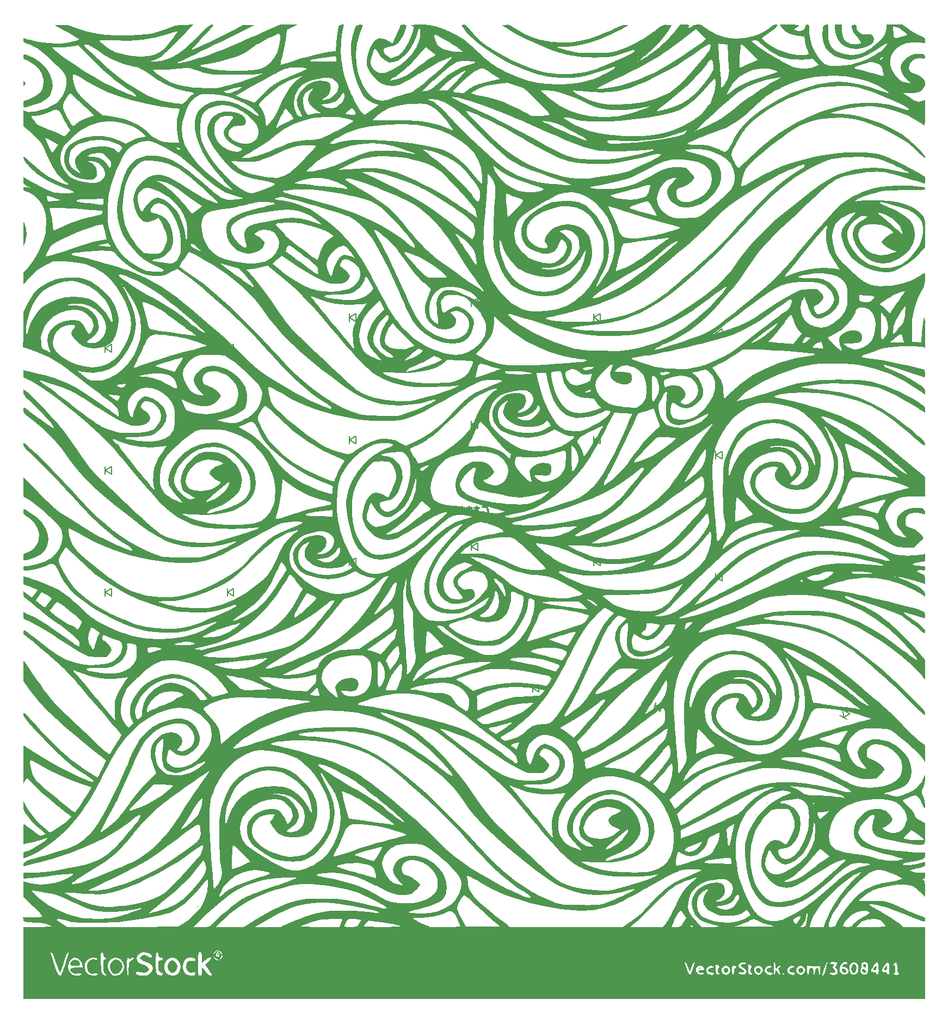
<source format=gbr>
G04 #@! TF.GenerationSoftware,KiCad,Pcbnew,7.0.8*
G04 #@! TF.CreationDate,2023-10-24T16:55:22+02:00*
G04 #@! TF.ProjectId,corne-chocolate,636f726e-652d-4636-986f-636f6c617465,2.1*
G04 #@! TF.SameCoordinates,Original*
G04 #@! TF.FileFunction,Legend,Bot*
G04 #@! TF.FilePolarity,Positive*
%FSLAX46Y46*%
G04 Gerber Fmt 4.6, Leading zero omitted, Abs format (unit mm)*
G04 Created by KiCad (PCBNEW 7.0.8) date 2023-10-24 16:55:22*
%MOMM*%
%LPD*%
G01*
G04 APERTURE LIST*
%ADD10C,0.300000*%
%ADD11C,0.150000*%
G04 APERTURE END LIST*
D10*
X128237480Y-107177454D02*
X128380338Y-107106025D01*
X128380338Y-107106025D02*
X128594623Y-107106025D01*
X128594623Y-107106025D02*
X128808909Y-107177454D01*
X128808909Y-107177454D02*
X128951766Y-107320311D01*
X128951766Y-107320311D02*
X129023195Y-107463168D01*
X129023195Y-107463168D02*
X129094623Y-107748882D01*
X129094623Y-107748882D02*
X129094623Y-107963168D01*
X129094623Y-107963168D02*
X129023195Y-108248882D01*
X129023195Y-108248882D02*
X128951766Y-108391739D01*
X128951766Y-108391739D02*
X128808909Y-108534597D01*
X128808909Y-108534597D02*
X128594623Y-108606025D01*
X128594623Y-108606025D02*
X128451766Y-108606025D01*
X128451766Y-108606025D02*
X128237480Y-108534597D01*
X128237480Y-108534597D02*
X128166052Y-108463168D01*
X128166052Y-108463168D02*
X128166052Y-107963168D01*
X128166052Y-107963168D02*
X128451766Y-107963168D01*
X127308909Y-107106025D02*
X127308909Y-107463168D01*
X127666052Y-107320311D02*
X127308909Y-107463168D01*
X127308909Y-107463168D02*
X126951766Y-107320311D01*
X127523195Y-107748882D02*
X127308909Y-107463168D01*
X127308909Y-107463168D02*
X127094623Y-107748882D01*
X126166052Y-107106025D02*
X126166052Y-107463168D01*
X126523195Y-107320311D02*
X126166052Y-107463168D01*
X126166052Y-107463168D02*
X125808909Y-107320311D01*
X126380338Y-107748882D02*
X126166052Y-107463168D01*
X126166052Y-107463168D02*
X125951766Y-107748882D01*
X125023195Y-107106025D02*
X125023195Y-107463168D01*
X125380338Y-107320311D02*
X125023195Y-107463168D01*
X125023195Y-107463168D02*
X124666052Y-107320311D01*
X125237481Y-107748882D02*
X125023195Y-107463168D01*
X125023195Y-107463168D02*
X124808909Y-107748882D01*
D11*
G36*
X80876629Y-34532656D02*
G01*
X80203670Y-35232705D01*
X79510319Y-35939126D01*
X78949936Y-36484592D01*
X78491390Y-36894892D01*
X78103545Y-37195819D01*
X77755268Y-37413165D01*
X77415424Y-37572720D01*
X77052881Y-37700276D01*
X76466881Y-37883508D01*
X77103972Y-37892895D01*
X77519291Y-37877951D01*
X78584728Y-37681472D01*
X79699868Y-37279476D01*
X80800450Y-36698232D01*
X81822213Y-35964014D01*
X81939014Y-35864234D01*
X82389733Y-35456842D01*
X82953523Y-34924235D01*
X83569868Y-34324194D01*
X84178253Y-33714496D01*
X84413203Y-33476134D01*
X84970658Y-32924589D01*
X85385875Y-32543697D01*
X85693126Y-32305833D01*
X85926681Y-32183373D01*
X86120813Y-32148692D01*
X86127261Y-32148704D01*
X86253909Y-32162137D01*
X86302890Y-32218785D01*
X86254689Y-32345129D01*
X86089794Y-32567651D01*
X85788691Y-32912830D01*
X85331866Y-33407148D01*
X84699807Y-34077086D01*
X84667232Y-34111487D01*
X84102892Y-34712075D01*
X83616552Y-35238078D01*
X83237223Y-35657448D01*
X82993915Y-35938136D01*
X82915639Y-36048094D01*
X82932307Y-36053762D01*
X83144682Y-36003054D01*
X83560364Y-35846358D01*
X84141929Y-35601320D01*
X84851950Y-35285584D01*
X85653004Y-34916796D01*
X86507666Y-34512603D01*
X87378509Y-34090648D01*
X88228110Y-33668579D01*
X89019044Y-33264039D01*
X89713884Y-32894675D01*
X90275208Y-32578133D01*
X90525255Y-32435571D01*
X90943735Y-32247640D01*
X91349223Y-32173511D01*
X91885056Y-32177514D01*
X92745334Y-32218857D01*
X88324892Y-34407711D01*
X87653661Y-34739395D01*
X86532498Y-35290580D01*
X85441260Y-35823802D01*
X84424197Y-36317606D01*
X83525558Y-36750539D01*
X82789593Y-37101147D01*
X82260551Y-37347974D01*
X82147328Y-37399888D01*
X81553350Y-37677995D01*
X81077339Y-37910425D01*
X80765353Y-38074160D01*
X80663450Y-38146181D01*
X80783695Y-38154306D01*
X81130345Y-38104242D01*
X81644493Y-38000855D01*
X82270100Y-37857132D01*
X82951126Y-37686058D01*
X83631533Y-37500621D01*
X84255279Y-37313807D01*
X84677778Y-37174695D01*
X85621560Y-36841505D01*
X86707381Y-36435861D01*
X87861438Y-35986214D01*
X89009924Y-35521017D01*
X90079036Y-35068721D01*
X90159495Y-35033727D01*
X90640771Y-34823407D01*
X91309898Y-34529951D01*
X92111195Y-34177824D01*
X92988981Y-33791489D01*
X93887572Y-33395411D01*
X96713787Y-32148692D01*
X98097517Y-32159089D01*
X99481246Y-32169486D01*
X98625827Y-32563933D01*
X97770408Y-32958379D01*
X97680177Y-33921767D01*
X97672742Y-33978195D01*
X97619130Y-34385090D01*
X97498844Y-35074305D01*
X97341179Y-35852812D01*
X97164442Y-36624682D01*
X97140421Y-36723208D01*
X96987422Y-37367898D01*
X96868630Y-37898038D01*
X96795421Y-38261072D01*
X96779173Y-38404445D01*
X96783039Y-38405742D01*
X96952139Y-38369886D01*
X97329314Y-38261768D01*
X97862880Y-38096815D01*
X98501156Y-37890453D01*
X99040792Y-37718223D01*
X101375721Y-37718223D01*
X101428222Y-37788770D01*
X101623405Y-37843097D01*
X101995930Y-37878051D01*
X102580178Y-37896743D01*
X103410528Y-37902283D01*
X105445334Y-37902283D01*
X105445334Y-37463353D01*
X105444690Y-37360411D01*
X105409824Y-37133430D01*
X105261896Y-37065939D01*
X104919091Y-37101711D01*
X104701966Y-37131711D01*
X104201764Y-37196215D01*
X103567078Y-37274778D01*
X102884285Y-37356582D01*
X102391740Y-37419485D01*
X101813355Y-37517302D01*
X101481647Y-37615212D01*
X101375721Y-37718223D01*
X99040792Y-37718223D01*
X99720592Y-37501258D01*
X101142044Y-37083462D01*
X102406974Y-36753658D01*
X103482022Y-36520414D01*
X104333828Y-36392300D01*
X105375169Y-36288471D01*
X105458777Y-35025487D01*
X105469703Y-34873739D01*
X105538577Y-34168892D01*
X105629804Y-33486516D01*
X105726688Y-32955598D01*
X105824382Y-32560519D01*
X105932536Y-32288340D01*
X106074728Y-32172757D01*
X106296953Y-32148692D01*
X106682914Y-32148692D01*
X106477613Y-32885432D01*
X106397468Y-33274452D01*
X106312953Y-33890656D01*
X106241636Y-34620403D01*
X106193483Y-35376316D01*
X106175472Y-35980518D01*
X106236843Y-37604295D01*
X106283106Y-37902283D01*
X106455618Y-39013474D01*
X106478783Y-39162687D01*
X106752580Y-40170681D01*
X106917836Y-40779078D01*
X106954725Y-40891220D01*
X107233821Y-41644733D01*
X107250967Y-41685237D01*
X107583377Y-42470469D01*
X107841747Y-43025593D01*
X107975310Y-43312561D01*
X108381536Y-44115141D01*
X108773971Y-44822341D01*
X109124531Y-45378294D01*
X109405134Y-45727133D01*
X109705594Y-46015379D01*
X109881964Y-46184579D01*
X110963998Y-45431429D01*
X112046033Y-44678279D01*
X111380852Y-44424244D01*
X111125616Y-44316031D01*
X110333788Y-43814146D01*
X109650962Y-43094445D01*
X109068547Y-42143744D01*
X108577953Y-40948858D01*
X108170592Y-39496601D01*
X107885783Y-38049720D01*
X107728847Y-36538925D01*
X107759275Y-35176224D01*
X107978148Y-33927967D01*
X108386542Y-32760506D01*
X108467573Y-32582770D01*
X108640947Y-32295034D01*
X108844651Y-32173632D01*
X109167922Y-32148692D01*
X109256554Y-32150319D01*
X109538362Y-32186072D01*
X109624728Y-32253940D01*
X109083026Y-33540126D01*
X108691762Y-35074381D01*
X108528822Y-36658738D01*
X108595379Y-38241559D01*
X108892606Y-39771208D01*
X109421675Y-41196047D01*
X109533597Y-41424975D01*
X110035355Y-42292322D01*
X110588054Y-42971249D01*
X111250032Y-43536431D01*
X111740444Y-43793598D01*
X112485728Y-43947621D01*
X113278431Y-43898114D01*
X113865835Y-43698631D01*
X119581854Y-43698631D01*
X119663134Y-43751900D01*
X119932793Y-43859000D01*
X120583035Y-44173213D01*
X121248649Y-44636068D01*
X121963009Y-45278060D01*
X122768408Y-46133107D01*
X122977265Y-46365546D01*
X123761343Y-47205802D01*
X124659552Y-48128017D01*
X125101695Y-48567476D01*
X125637843Y-49100369D01*
X126662168Y-50091037D01*
X127698480Y-51068201D01*
X128712730Y-52000038D01*
X129670871Y-52854728D01*
X130538855Y-53600451D01*
X131282634Y-54205384D01*
X131868160Y-54637707D01*
X132061814Y-54765766D01*
X133547674Y-55575745D01*
X135212184Y-56213390D01*
X137006465Y-56662877D01*
X138881640Y-56908380D01*
X139498822Y-56953298D01*
X140317080Y-57012849D01*
X141051522Y-57066297D01*
X141190591Y-57075908D01*
X141660076Y-57099475D01*
X141973443Y-57100771D01*
X142068925Y-57079024D01*
X142066808Y-57077291D01*
X141901300Y-57003731D01*
X141513377Y-56852028D01*
X140942644Y-56636678D01*
X140228709Y-56372181D01*
X139411181Y-56073034D01*
X138529665Y-55753736D01*
X137623769Y-55428784D01*
X136733101Y-55112677D01*
X135897268Y-54819913D01*
X135609225Y-54718212D01*
X134839149Y-54424464D01*
X134130712Y-54111429D01*
X133456039Y-53758221D01*
X132787252Y-53343954D01*
X132096475Y-52847742D01*
X131355831Y-52248701D01*
X130537443Y-51525944D01*
X129613434Y-50658586D01*
X128555928Y-49625742D01*
X127337047Y-48406526D01*
X127264132Y-48333079D01*
X126150131Y-47228380D01*
X125188430Y-46316674D01*
X124350453Y-45578970D01*
X124279217Y-45523091D01*
X125610535Y-45523091D01*
X125689416Y-45668769D01*
X125941098Y-45972262D01*
X126337981Y-46406353D01*
X126852462Y-46943826D01*
X127456940Y-47557464D01*
X128123814Y-48220050D01*
X128825482Y-48904367D01*
X129534343Y-49583198D01*
X130222795Y-50229327D01*
X130863237Y-50815537D01*
X131428066Y-51314611D01*
X131889682Y-51699332D01*
X132821979Y-52401298D01*
X133973615Y-53154272D01*
X135189283Y-53816299D01*
X136523054Y-54413618D01*
X138028999Y-54972467D01*
X139761187Y-55519084D01*
X140626299Y-55758124D01*
X141383931Y-55921870D01*
X142107994Y-56018129D01*
X142913843Y-56066946D01*
X143336062Y-56079096D01*
X143986179Y-56086635D01*
X144529190Y-56079831D01*
X144878484Y-56059033D01*
X145670341Y-55955287D01*
X146821231Y-55786423D01*
X147940774Y-55602895D01*
X148967011Y-55415585D01*
X149837986Y-55235374D01*
X150491743Y-55073144D01*
X150864867Y-54951339D01*
X151463627Y-54720785D01*
X152157513Y-54426448D01*
X152902317Y-54089948D01*
X153653830Y-53732909D01*
X154367840Y-53376953D01*
X155000139Y-53043701D01*
X155506517Y-52754778D01*
X155842765Y-52531805D01*
X155964671Y-52396404D01*
X155963577Y-52364660D01*
X155935313Y-52285224D01*
X155842550Y-52243700D01*
X155650567Y-52244744D01*
X155324643Y-52293015D01*
X154830056Y-52393169D01*
X154132084Y-52549863D01*
X153196006Y-52767754D01*
X151916830Y-53063047D01*
X150813527Y-53304397D01*
X149879412Y-53488695D01*
X149062610Y-53623431D01*
X148311242Y-53716093D01*
X147573431Y-53774170D01*
X146797299Y-53805151D01*
X145930970Y-53816525D01*
X144851260Y-53805928D01*
X143817071Y-53752369D01*
X142861598Y-53642581D01*
X141946130Y-53463664D01*
X141031953Y-53202721D01*
X140080354Y-52846851D01*
X139052619Y-52383154D01*
X137910035Y-51798733D01*
X136613888Y-51080686D01*
X135125466Y-50216115D01*
X134492117Y-49846181D01*
X133532349Y-49295984D01*
X132560158Y-48748902D01*
X131659792Y-48252219D01*
X130915500Y-47853222D01*
X130741990Y-47762895D01*
X129948819Y-47362552D01*
X129116334Y-46959712D01*
X128286004Y-46572678D01*
X127499301Y-46219753D01*
X126797693Y-45919241D01*
X126222653Y-45689444D01*
X125815649Y-45548666D01*
X125618154Y-45515210D01*
X125610535Y-45523091D01*
X124279217Y-45523091D01*
X123607622Y-44996274D01*
X122931360Y-44549595D01*
X122293091Y-44219938D01*
X121664238Y-43988312D01*
X121016224Y-43835724D01*
X120320473Y-43743181D01*
X120091238Y-43721676D01*
X119715655Y-43691216D01*
X119581854Y-43698631D01*
X113865835Y-43698631D01*
X114033063Y-43641840D01*
X114166375Y-43580050D01*
X114639187Y-43401346D01*
X123400043Y-43401346D01*
X123475801Y-43479103D01*
X123769694Y-43652889D01*
X124245702Y-43903695D01*
X124867804Y-44212511D01*
X125599977Y-44560328D01*
X126477663Y-44970871D01*
X129225077Y-46282937D01*
X131731961Y-47524467D01*
X134019221Y-48705961D01*
X136107765Y-49837921D01*
X137151597Y-50417159D01*
X138153544Y-50967603D01*
X138975386Y-51409956D01*
X139651178Y-51760804D01*
X140214979Y-52036734D01*
X140700844Y-52254334D01*
X141142831Y-52430191D01*
X141574995Y-52580892D01*
X142031393Y-52723026D01*
X142408903Y-52831001D01*
X142890438Y-52945951D01*
X143380231Y-53026322D01*
X143946380Y-53080115D01*
X144656984Y-53115331D01*
X145580141Y-53139970D01*
X146220135Y-53150344D01*
X147026594Y-53148561D01*
X147756340Y-53121134D01*
X148467620Y-53061327D01*
X149218684Y-52962403D01*
X150067779Y-52817624D01*
X151073154Y-52620253D01*
X152293057Y-52363554D01*
X152422063Y-52335736D01*
X153367667Y-52119433D01*
X154090707Y-51931308D01*
X154583876Y-51776203D01*
X154839868Y-51658964D01*
X154851376Y-51584434D01*
X154611094Y-51557457D01*
X154111715Y-51582877D01*
X153345933Y-51665538D01*
X152862167Y-51713037D01*
X152087710Y-51763445D01*
X151172989Y-51803708D01*
X150194506Y-51830568D01*
X149228760Y-51840770D01*
X148646813Y-51840300D01*
X147877619Y-51832203D01*
X147184745Y-51808002D01*
X146540461Y-51759536D01*
X145917035Y-51678646D01*
X145286735Y-51557172D01*
X144621830Y-51386955D01*
X143894587Y-51159834D01*
X143077277Y-50867650D01*
X142611408Y-50685605D01*
X160096319Y-50685605D01*
X160104826Y-50711971D01*
X160302619Y-50764291D01*
X160707955Y-50799737D01*
X161269832Y-50812780D01*
X162212272Y-50839202D01*
X163193799Y-50953240D01*
X164068334Y-51173500D01*
X164925952Y-51517343D01*
X164961873Y-51534141D01*
X165398155Y-51736113D01*
X165712405Y-51877932D01*
X165838714Y-51929813D01*
X166091852Y-51821412D01*
X166546299Y-51400609D01*
X166914636Y-50712685D01*
X167418911Y-49648633D01*
X168101394Y-48606449D01*
X168968827Y-47603480D01*
X170043866Y-46616614D01*
X171349163Y-45622738D01*
X172907375Y-44598739D01*
X174219720Y-43828042D01*
X176292073Y-42790056D01*
X178325538Y-42001905D01*
X180349338Y-41452911D01*
X182392694Y-41132395D01*
X182461007Y-41125578D01*
X183645028Y-41054631D01*
X184791406Y-41087028D01*
X185955132Y-41232069D01*
X187191197Y-41499057D01*
X188554592Y-41897291D01*
X190100307Y-42436073D01*
X190448520Y-42561036D01*
X191028489Y-42742058D01*
X191358618Y-42799717D01*
X191438392Y-42738105D01*
X191267296Y-42561316D01*
X190844816Y-42273444D01*
X190170436Y-41878582D01*
X189704482Y-41629617D01*
X188120001Y-40945509D01*
X186438981Y-40468525D01*
X184621504Y-40189244D01*
X182627655Y-40098244D01*
X181352215Y-40134859D01*
X179930230Y-40290263D01*
X179669476Y-40318760D01*
X178045936Y-40673544D01*
X176405670Y-41217050D01*
X174672754Y-41967116D01*
X174439887Y-42078806D01*
X173664539Y-42469512D01*
X173008562Y-42843721D01*
X172409803Y-43245790D01*
X171806112Y-43720077D01*
X171135338Y-44310938D01*
X170335330Y-45062730D01*
X170078285Y-45306690D01*
X169041152Y-46238753D01*
X168076585Y-46999061D01*
X167114513Y-47629983D01*
X166084867Y-48173890D01*
X164917577Y-48673150D01*
X163542572Y-49170133D01*
X163491954Y-49187379D01*
X162714238Y-49466677D01*
X161955528Y-49763031D01*
X161265103Y-50054771D01*
X160692240Y-50320227D01*
X160286219Y-50537728D01*
X160096319Y-50685605D01*
X142611408Y-50685605D01*
X142142166Y-50502242D01*
X141672241Y-50307952D01*
X147651528Y-50307952D01*
X147692894Y-50406323D01*
X147755714Y-50498401D01*
X147895018Y-50588269D01*
X148144000Y-50637799D01*
X148559564Y-50656319D01*
X149198614Y-50653159D01*
X150226479Y-50622118D01*
X152128440Y-50495082D01*
X154118268Y-50285371D01*
X156086489Y-50005351D01*
X157923629Y-49667392D01*
X157929420Y-49666181D01*
X158653046Y-49501586D01*
X159154464Y-49351350D01*
X159489568Y-49195022D01*
X159714249Y-49012149D01*
X159747670Y-48975589D01*
X159938691Y-48739809D01*
X159964380Y-48683054D01*
X161292862Y-48683054D01*
X161318026Y-48690506D01*
X161418411Y-48658170D01*
X161639969Y-48568981D01*
X162028653Y-48405874D01*
X162630417Y-48151786D01*
X163037347Y-47976770D01*
X164242698Y-47403933D01*
X165288136Y-46803260D01*
X166263787Y-46119156D01*
X167259776Y-45296024D01*
X167831110Y-44813229D01*
X168498868Y-44286605D01*
X169128304Y-43824844D01*
X169636012Y-43491291D01*
X170238349Y-43118506D01*
X170937746Y-42659442D01*
X171548814Y-42234048D01*
X171671418Y-42146623D01*
X172284980Y-41739194D01*
X172988824Y-41306637D01*
X173653787Y-40929032D01*
X173973242Y-40755615D01*
X174399453Y-40516636D01*
X174674366Y-40352100D01*
X174749511Y-40290263D01*
X174716323Y-40293116D01*
X174463822Y-40331687D01*
X174030582Y-40406009D01*
X173486527Y-40504235D01*
X172207232Y-40783013D01*
X170693716Y-41261048D01*
X169309103Y-41897339D01*
X167979297Y-42727358D01*
X166630202Y-43786577D01*
X166327552Y-44048832D01*
X165811979Y-44503221D01*
X165212243Y-45038056D01*
X164560953Y-45623619D01*
X163890713Y-46230195D01*
X163234130Y-46828069D01*
X162623809Y-47387524D01*
X162092356Y-47878844D01*
X161672378Y-48272313D01*
X161396480Y-48538216D01*
X161321989Y-48619770D01*
X161297268Y-48646835D01*
X161296965Y-48652876D01*
X161292862Y-48683054D01*
X159964380Y-48683054D01*
X159993024Y-48619770D01*
X159985031Y-48617408D01*
X159805295Y-48661949D01*
X159445558Y-48788205D01*
X158972684Y-48973027D01*
X157912738Y-49349201D01*
X156176687Y-49780713D01*
X154234830Y-50070921D01*
X153946078Y-50090728D01*
X152110745Y-50216623D01*
X149828012Y-50214618D01*
X149163639Y-50193562D01*
X148507082Y-50177329D01*
X148065075Y-50177286D01*
X147800135Y-50196799D01*
X147674780Y-50239232D01*
X147651528Y-50307952D01*
X141672241Y-50307952D01*
X141061524Y-50055452D01*
X139807618Y-49519119D01*
X138352718Y-48885084D01*
X136669091Y-48145187D01*
X134956328Y-47396430D01*
X134385049Y-47151405D01*
X137511080Y-47151405D01*
X138010236Y-47427902D01*
X138014871Y-47430458D01*
X138305340Y-47576435D01*
X138801678Y-47811333D01*
X139454031Y-48112157D01*
X140212544Y-48455911D01*
X141027363Y-48819599D01*
X141905891Y-49203242D01*
X142829889Y-49591237D01*
X143552755Y-49875725D01*
X144066693Y-50054964D01*
X144363907Y-50127212D01*
X144436600Y-50090728D01*
X144276975Y-49943771D01*
X143877237Y-49684599D01*
X143229589Y-49311471D01*
X142765783Y-49054925D01*
X141663640Y-48461637D01*
X140753638Y-48001483D01*
X140003874Y-47660624D01*
X139382442Y-47425222D01*
X138857436Y-47281440D01*
X138396952Y-47215440D01*
X137511080Y-47151405D01*
X134385049Y-47151405D01*
X133086759Y-46594560D01*
X140901345Y-46594560D01*
X140927151Y-46690036D01*
X141153845Y-46888944D01*
X141549709Y-47153814D01*
X142067588Y-47457265D01*
X142660332Y-47771916D01*
X143280788Y-48070384D01*
X143881803Y-48325291D01*
X144661927Y-48600103D01*
X146018227Y-48957607D01*
X147547639Y-49221407D01*
X149298926Y-49401188D01*
X150206775Y-49462071D01*
X151649362Y-49517666D01*
X152928894Y-49502137D01*
X154115829Y-49411439D01*
X155280628Y-49241531D01*
X156493749Y-48988369D01*
X157680343Y-48649671D01*
X159325115Y-47979078D01*
X160824467Y-47126180D01*
X161421142Y-46698715D01*
X161996087Y-46233405D01*
X162501553Y-45774215D01*
X162897508Y-45359968D01*
X163143923Y-45029488D01*
X163200764Y-44821596D01*
X163180701Y-44731268D01*
X163257351Y-44705543D01*
X163303600Y-44722329D01*
X163487694Y-44621207D01*
X163691847Y-44309479D01*
X163901040Y-43839625D01*
X164100257Y-43264126D01*
X164166386Y-43025507D01*
X166234765Y-43025507D01*
X166295371Y-43005073D01*
X166518678Y-42851204D01*
X166840362Y-42592128D01*
X167390000Y-42170915D01*
X168063673Y-41755084D01*
X168866664Y-41354944D01*
X169835672Y-40953993D01*
X171007398Y-40535725D01*
X172418539Y-40083639D01*
X172464037Y-40069621D01*
X173088383Y-39871373D01*
X173598015Y-39698988D01*
X173941508Y-39570541D01*
X174067434Y-39504106D01*
X174067428Y-39503191D01*
X173936269Y-39357612D01*
X173589088Y-39218294D01*
X173089973Y-39100401D01*
X172503013Y-39019093D01*
X171892296Y-38989531D01*
X171601453Y-38997070D01*
X170397453Y-39182509D01*
X170354543Y-39189118D01*
X169195029Y-39623668D01*
X168159694Y-40278638D01*
X167285320Y-41131946D01*
X166608688Y-42161511D01*
X166407527Y-42573614D01*
X166270652Y-42889093D01*
X166234765Y-43025507D01*
X164166386Y-43025507D01*
X164274479Y-42635464D01*
X164408690Y-42006120D01*
X164487870Y-41428574D01*
X164497003Y-40955308D01*
X164421070Y-40638803D01*
X164401340Y-40608200D01*
X164301608Y-40562912D01*
X164140920Y-40659468D01*
X163884510Y-40926203D01*
X163497610Y-41391453D01*
X163300414Y-41632961D01*
X162139354Y-42943311D01*
X161024710Y-44000371D01*
X159937753Y-44820410D01*
X158859752Y-45419697D01*
X158510613Y-45562605D01*
X157651170Y-45834431D01*
X156576451Y-46098831D01*
X155329397Y-46349508D01*
X153952947Y-46580165D01*
X152490040Y-46784505D01*
X150983615Y-46956231D01*
X149476612Y-47089047D01*
X148011969Y-47176655D01*
X146632627Y-47212759D01*
X146208130Y-47214884D01*
X145361129Y-47212515D01*
X144699523Y-47194817D01*
X144156161Y-47155829D01*
X143663894Y-47089587D01*
X143155574Y-46990129D01*
X142564050Y-46851493D01*
X142013913Y-46726458D01*
X141469137Y-46624726D01*
X141078852Y-46577757D01*
X140901345Y-46594560D01*
X133086759Y-46594560D01*
X133007676Y-46560641D01*
X131276395Y-45838834D01*
X129743999Y-45224013D01*
X128391999Y-44709184D01*
X127201908Y-44287351D01*
X126155238Y-43951519D01*
X125233503Y-43694694D01*
X124418215Y-43509880D01*
X124023123Y-43441712D01*
X123623167Y-43395846D01*
X123402139Y-43400475D01*
X123400043Y-43401346D01*
X114639187Y-43401346D01*
X114648709Y-43397747D01*
X115264569Y-43201589D01*
X115913562Y-43024533D01*
X116028366Y-42995825D01*
X116688708Y-42809582D01*
X116732010Y-42792347D01*
X126438314Y-42792347D01*
X126543695Y-42865235D01*
X126873991Y-42970739D01*
X127378761Y-43094934D01*
X128007564Y-43223900D01*
X128804071Y-43383608D01*
X129787935Y-43621207D01*
X130707124Y-43903039D01*
X131637002Y-44255719D01*
X132652933Y-44705858D01*
X133830281Y-45280071D01*
X135903072Y-46322172D01*
X137128071Y-46312309D01*
X137455730Y-46309936D01*
X138000636Y-46298806D01*
X138373147Y-46259180D01*
X138569451Y-46166869D01*
X138585735Y-45997681D01*
X138418187Y-45727425D01*
X138062993Y-45331909D01*
X137516342Y-44786942D01*
X136774422Y-44068334D01*
X135054580Y-42404401D01*
X137230417Y-42404401D01*
X137861909Y-42978722D01*
X138637312Y-43640638D01*
X140194130Y-44722469D01*
X141840073Y-45548283D01*
X143196380Y-45997681D01*
X143598509Y-46130922D01*
X145297795Y-46448019D01*
X147210280Y-46557199D01*
X149131626Y-46423338D01*
X150994775Y-46047194D01*
X151032821Y-46036686D01*
X151592247Y-45869762D01*
X152208030Y-45667775D01*
X152409272Y-45597155D01*
X155306990Y-45597155D01*
X155502740Y-45593953D01*
X155925717Y-45511488D01*
X156596163Y-45347253D01*
X157008271Y-45236985D01*
X158192731Y-44854830D01*
X159221730Y-44397928D01*
X160148916Y-43829827D01*
X161027936Y-43114075D01*
X161912437Y-42214218D01*
X162856068Y-41093806D01*
X163048261Y-40850038D01*
X163578170Y-40128863D01*
X163929006Y-39542973D01*
X164119645Y-39047517D01*
X164168969Y-38597646D01*
X164095855Y-38148509D01*
X164071147Y-38063766D01*
X163945790Y-37730626D01*
X163833798Y-37557982D01*
X163825876Y-37555054D01*
X163675223Y-37644015D01*
X163418760Y-37905478D01*
X163107220Y-38288438D01*
X162430680Y-39132447D01*
X161248103Y-40439672D01*
X159893879Y-41773367D01*
X158419592Y-43083592D01*
X156876826Y-44320405D01*
X156836947Y-44350669D01*
X156294434Y-44763717D01*
X156200467Y-44835739D01*
X155832235Y-45117974D01*
X155498203Y-45376617D01*
X155340196Y-45502822D01*
X155318227Y-45523602D01*
X155306990Y-45597155D01*
X152409272Y-45597155D01*
X152826230Y-45450836D01*
X153392903Y-45239052D01*
X153854109Y-45052536D01*
X154155906Y-44911394D01*
X154244352Y-44835739D01*
X154182062Y-44832028D01*
X153896487Y-44872192D01*
X153437348Y-44960493D01*
X152866602Y-45085690D01*
X152634592Y-45137326D01*
X151960549Y-45260253D01*
X151259528Y-45339930D01*
X150447205Y-45384103D01*
X149439257Y-45400518D01*
X149406957Y-45400655D01*
X148424036Y-45392457D01*
X147607642Y-45348173D01*
X146888973Y-45251385D01*
X146199226Y-45085675D01*
X145469600Y-44834627D01*
X144631292Y-44481821D01*
X143615500Y-44010840D01*
X142908386Y-43684343D01*
X141508390Y-43106319D01*
X140279560Y-42704516D01*
X139231706Y-42478874D01*
X142257339Y-42478874D01*
X142441017Y-42634188D01*
X142799028Y-42855762D01*
X143286980Y-43120687D01*
X143860477Y-43406054D01*
X144475126Y-43688953D01*
X145086534Y-43946476D01*
X145650307Y-44155713D01*
X145743712Y-44186981D01*
X146244269Y-44338906D01*
X146716764Y-44443729D01*
X147238369Y-44512113D01*
X147886257Y-44554716D01*
X148737600Y-44582202D01*
X149050326Y-44587494D01*
X151142886Y-44506182D01*
X153132043Y-44225014D01*
X154980077Y-43751097D01*
X156649273Y-43091537D01*
X156996224Y-42917108D01*
X157412270Y-42676748D01*
X157824307Y-42393026D01*
X158258698Y-42041438D01*
X158741808Y-41597481D01*
X159300004Y-41036651D01*
X159959648Y-40334446D01*
X160747107Y-39466362D01*
X161688744Y-38407896D01*
X162198464Y-37824990D01*
X162811409Y-37096000D01*
X163244891Y-36536570D01*
X163511353Y-36130318D01*
X163623238Y-35860861D01*
X163631133Y-35818371D01*
X163687256Y-35429983D01*
X163664185Y-35203671D01*
X163544005Y-35146462D01*
X164872911Y-35146462D01*
X164885042Y-35356175D01*
X164890599Y-35429983D01*
X164917894Y-35792503D01*
X164968107Y-36413589D01*
X165032318Y-37177578D01*
X165107167Y-38042614D01*
X165120264Y-38193406D01*
X165153100Y-38597646D01*
X165193202Y-39091340D01*
X165252200Y-39917419D01*
X165294105Y-40619755D01*
X165307902Y-40955308D01*
X165315762Y-41146462D01*
X165314018Y-41445653D01*
X165298653Y-41721638D01*
X165337874Y-41926195D01*
X165474507Y-41875805D01*
X165733056Y-41578220D01*
X165890206Y-41370077D01*
X166337043Y-40625286D01*
X166554424Y-39916674D01*
X166563755Y-39182509D01*
X166535420Y-38895528D01*
X166523631Y-38744824D01*
X168183413Y-38744824D01*
X168194464Y-38870718D01*
X168299070Y-38829385D01*
X168616638Y-38699230D01*
X169092438Y-38502378D01*
X169671852Y-38261358D01*
X171100028Y-37665883D01*
X169794589Y-36365872D01*
X169683679Y-36256108D01*
X169208568Y-35802190D01*
X168813602Y-35450536D01*
X168537276Y-35234143D01*
X168418085Y-35186006D01*
X168414570Y-35193791D01*
X168378925Y-35402337D01*
X168335529Y-35827003D01*
X168289545Y-36410459D01*
X168246135Y-37095377D01*
X168240009Y-37205649D01*
X168207697Y-37860369D01*
X168188328Y-38390734D01*
X168183413Y-38744824D01*
X166523631Y-38744824D01*
X166487854Y-38287451D01*
X166441502Y-37566252D01*
X166403288Y-36833291D01*
X166332837Y-35273140D01*
X165612539Y-35187831D01*
X165340646Y-35158122D01*
X165010320Y-35131278D01*
X164873594Y-35134171D01*
X164872911Y-35146462D01*
X163544005Y-35146462D01*
X163533392Y-35141410D01*
X163266352Y-35245172D01*
X162834538Y-35516931D01*
X162209423Y-35958660D01*
X160897547Y-36885897D01*
X159594508Y-37757243D01*
X158354263Y-38525908D01*
X157102214Y-39237964D01*
X155763762Y-39939483D01*
X155111794Y-40266441D01*
X153634128Y-40977390D01*
X152327177Y-41549464D01*
X151144929Y-41992837D01*
X150041375Y-42317682D01*
X148970507Y-42534176D01*
X147886313Y-42652490D01*
X146742784Y-42682801D01*
X145493911Y-42635281D01*
X144093684Y-42520106D01*
X143544197Y-42470779D01*
X142955785Y-42428493D01*
X142510719Y-42408543D01*
X142276841Y-42414857D01*
X142257339Y-42478874D01*
X139231706Y-42478874D01*
X139196078Y-42471202D01*
X138232122Y-42398646D01*
X137230417Y-42404401D01*
X135054580Y-42404401D01*
X134735346Y-42095545D01*
X145930970Y-42095545D01*
X146702793Y-42093923D01*
X147432513Y-42046275D01*
X148498130Y-41872425D01*
X149709462Y-41586275D01*
X151013363Y-41203667D01*
X152356686Y-40740446D01*
X153686285Y-40212457D01*
X154949013Y-39635543D01*
X155286910Y-39459721D01*
X155923938Y-39100529D01*
X156691862Y-38644817D01*
X157549315Y-38119218D01*
X158454932Y-37550365D01*
X159367346Y-36964888D01*
X160245191Y-36389421D01*
X161047102Y-35850596D01*
X161731711Y-35375045D01*
X162257652Y-34989400D01*
X162583560Y-34720293D01*
X162600035Y-34704606D01*
X170103332Y-34704606D01*
X170506653Y-35101692D01*
X170879840Y-35417472D01*
X171480046Y-35848282D01*
X172230255Y-36339564D01*
X173076589Y-36859967D01*
X173965172Y-37378138D01*
X174485903Y-37665883D01*
X174842126Y-37862724D01*
X175653575Y-38282375D01*
X176345643Y-38605736D01*
X176864451Y-38801456D01*
X177349137Y-38913648D01*
X178023082Y-38997541D01*
X178649707Y-39006685D01*
X179119368Y-38934606D01*
X179196518Y-38908888D01*
X179224844Y-38899082D01*
X186031863Y-38899082D01*
X186107775Y-38928978D01*
X186427082Y-39030677D01*
X186938136Y-39181439D01*
X187589932Y-39366371D01*
X188090084Y-39504106D01*
X188331469Y-39570580D01*
X188765834Y-39687920D01*
X189449773Y-39870103D01*
X190009193Y-40015851D01*
X190395381Y-40112550D01*
X190559626Y-40147587D01*
X190568110Y-40146382D01*
X190612759Y-40007085D01*
X190588692Y-39698839D01*
X190512935Y-39310890D01*
X190402515Y-38932481D01*
X190274457Y-38652855D01*
X190192402Y-38557376D01*
X189864895Y-38316052D01*
X189442056Y-38108500D01*
X189221156Y-38026444D01*
X188979206Y-37960909D01*
X188735875Y-37951878D01*
X188424645Y-38006502D01*
X187979000Y-38131934D01*
X187332425Y-38335324D01*
X186813821Y-38510419D01*
X186360983Y-38686332D01*
X186084946Y-38822555D01*
X186031863Y-38899082D01*
X179224844Y-38899082D01*
X179522871Y-38795909D01*
X179938763Y-38648645D01*
X180547661Y-38430856D01*
X180030279Y-37901010D01*
X179789273Y-37662181D01*
X179545223Y-37481685D01*
X179317397Y-37444053D01*
X179005705Y-37511206D01*
X178553334Y-37586385D01*
X177848957Y-37615628D01*
X177037495Y-37588120D01*
X176207767Y-37509952D01*
X175448588Y-37387220D01*
X174848778Y-37226016D01*
X174343868Y-37023704D01*
X172976274Y-36273813D01*
X171705926Y-35267802D01*
X171689922Y-35252934D01*
X171269246Y-34878796D01*
X170975119Y-34671493D01*
X170742577Y-34595727D01*
X170506653Y-34616202D01*
X170103332Y-34704606D01*
X162600035Y-34704606D01*
X162957698Y-34364047D01*
X162209118Y-33603410D01*
X161460538Y-32842774D01*
X159379179Y-34417408D01*
X158690703Y-34936277D01*
X157883840Y-35535532D01*
X157141660Y-36071376D01*
X156435236Y-36560518D01*
X155735638Y-37019669D01*
X155013940Y-37465540D01*
X154383486Y-37832117D01*
X154241214Y-37914841D01*
X153388531Y-38384283D01*
X152426963Y-38890577D01*
X151327584Y-39450432D01*
X150061463Y-40080560D01*
X148599675Y-40797672D01*
X146913290Y-41618477D01*
X145930970Y-42095545D01*
X134735346Y-42095545D01*
X134676436Y-42038550D01*
X133402619Y-41606621D01*
X132128803Y-41174691D01*
X130630771Y-41356636D01*
X130181757Y-41415498D01*
X129525888Y-41516205D01*
X128976854Y-41617459D01*
X128620805Y-41704357D01*
X128407140Y-41780530D01*
X127940278Y-41975071D01*
X127435782Y-42210368D01*
X126967909Y-42449438D01*
X126610915Y-42655298D01*
X126439058Y-42790965D01*
X126438314Y-42792347D01*
X116732010Y-42792347D01*
X117201973Y-42605295D01*
X117361620Y-42513528D01*
X123688428Y-42513528D01*
X123804057Y-42625390D01*
X124091881Y-42673553D01*
X124440362Y-42692102D01*
X124902012Y-42754889D01*
X125270116Y-42755874D01*
X125577844Y-42538813D01*
X125584887Y-42531100D01*
X126029893Y-42177031D01*
X126694029Y-41816805D01*
X127518799Y-41474750D01*
X128445708Y-41175194D01*
X129416261Y-40942463D01*
X130978597Y-40635402D01*
X129639538Y-39747160D01*
X129448063Y-39620460D01*
X128853229Y-39244676D01*
X128401857Y-39025939D01*
X128024300Y-38963136D01*
X127650912Y-39055154D01*
X127212049Y-39300879D01*
X127167101Y-39332071D01*
X126638065Y-39699200D01*
X126504201Y-39797113D01*
X126018018Y-40182175D01*
X125487351Y-40637373D01*
X124955676Y-41121225D01*
X124466470Y-41592248D01*
X124063209Y-42008961D01*
X123789369Y-42329882D01*
X123688428Y-42513528D01*
X117361620Y-42513528D01*
X117368398Y-42509632D01*
X118807237Y-42509632D01*
X118843537Y-42505082D01*
X119136590Y-42471960D01*
X119537966Y-42429540D01*
X119792799Y-42381838D01*
X121372959Y-42381838D01*
X122083941Y-42387364D01*
X122794922Y-42392890D01*
X124309588Y-40773992D01*
X124457246Y-40616017D01*
X124973762Y-40058319D01*
X125316475Y-39674095D01*
X125502048Y-39439846D01*
X125547148Y-39332071D01*
X125468438Y-39327273D01*
X125282584Y-39401951D01*
X124804046Y-39641263D01*
X123603107Y-40417668D01*
X122355279Y-41466237D01*
X121372959Y-42381838D01*
X119792799Y-42381838D01*
X119795454Y-42381341D01*
X120123726Y-42237316D01*
X120507257Y-41963846D01*
X121011447Y-41520589D01*
X121606463Y-40986749D01*
X122792319Y-40033001D01*
X123913837Y-39295747D01*
X125010623Y-38750595D01*
X126122282Y-38373155D01*
X126143172Y-38367565D01*
X126604025Y-38231141D01*
X126931672Y-38109943D01*
X127056384Y-38029616D01*
X127045463Y-38004233D01*
X126851611Y-37924893D01*
X126471555Y-37864847D01*
X125978655Y-37828018D01*
X125446273Y-37818324D01*
X124947769Y-37839686D01*
X124556504Y-37896025D01*
X124445710Y-37924230D01*
X124199961Y-38004233D01*
X123944644Y-38122261D01*
X123651124Y-38299477D01*
X123290762Y-38557048D01*
X122834924Y-38916136D01*
X122254972Y-39397908D01*
X121522270Y-40023528D01*
X120608181Y-40814161D01*
X120572447Y-40845191D01*
X119968008Y-41377063D01*
X119459996Y-41837000D01*
X119077682Y-42197446D01*
X118850339Y-42430842D01*
X118807237Y-42509632D01*
X117368398Y-42509632D01*
X117681893Y-42329432D01*
X118242197Y-41928462D01*
X118403889Y-41804242D01*
X118891350Y-41412532D01*
X119473194Y-40927090D01*
X120115106Y-40378448D01*
X120782768Y-39797135D01*
X121441864Y-39213681D01*
X122058077Y-38658617D01*
X122597091Y-38162473D01*
X123024588Y-37755778D01*
X123306251Y-37469065D01*
X123407765Y-37332861D01*
X123407969Y-37268591D01*
X123382679Y-37225967D01*
X123285024Y-37234622D01*
X123067873Y-37307607D01*
X122684097Y-37457976D01*
X122086564Y-37698783D01*
X121596870Y-37921981D01*
X120913605Y-38273878D01*
X120118719Y-38712132D01*
X119275131Y-39202006D01*
X118445758Y-39708765D01*
X118370156Y-39756213D01*
X117597954Y-40233278D01*
X116871299Y-40669487D01*
X116237842Y-41037133D01*
X115745230Y-41308511D01*
X115441113Y-41455912D01*
X115266803Y-41518401D01*
X114369491Y-41684103D01*
X113454268Y-41626491D01*
X112619779Y-41349292D01*
X112107222Y-41018186D01*
X111789441Y-40743995D01*
X113865557Y-40743995D01*
X113865572Y-40748204D01*
X113900307Y-40832738D01*
X113948487Y-40821151D01*
X114203950Y-40772998D01*
X114597688Y-40704652D01*
X115030459Y-40610007D01*
X115720887Y-40363800D01*
X116461022Y-39977375D01*
X117295122Y-39426390D01*
X118267447Y-38686507D01*
X118373566Y-38602249D01*
X118984282Y-38130994D01*
X119559758Y-37707679D01*
X120039527Y-37375803D01*
X120363125Y-37178866D01*
X120933375Y-36887946D01*
X120241012Y-36277854D01*
X119886947Y-35980988D01*
X119578802Y-35752516D01*
X119408318Y-35663487D01*
X119361123Y-35685153D01*
X119157212Y-35873250D01*
X118853421Y-36213175D01*
X118496163Y-36654499D01*
X118102515Y-37137380D01*
X117408982Y-37904094D01*
X116663210Y-38646905D01*
X115919672Y-39315147D01*
X115232839Y-39858155D01*
X114657183Y-40225263D01*
X114279737Y-40435299D01*
X113980404Y-40629671D01*
X113865557Y-40743995D01*
X111789441Y-40743995D01*
X111545827Y-40533797D01*
X111020546Y-39976996D01*
X110599471Y-39420206D01*
X110350693Y-38935852D01*
X110244676Y-38444012D01*
X110241385Y-38193795D01*
X110829217Y-38193795D01*
X110959977Y-38611669D01*
X111330273Y-39171405D01*
X111854594Y-39535241D01*
X111964696Y-39580532D01*
X112276904Y-39684604D01*
X112554477Y-39701717D01*
X112896060Y-39626715D01*
X113400300Y-39454440D01*
X114369630Y-39035791D01*
X115489761Y-38361378D01*
X116479186Y-37550954D01*
X117308284Y-36638152D01*
X117947432Y-35656604D01*
X118367009Y-34639942D01*
X118477054Y-33982353D01*
X120749728Y-33982353D01*
X120818212Y-34360172D01*
X120959238Y-34791401D01*
X121149157Y-35181745D01*
X121234978Y-35299975D01*
X121592780Y-35637185D01*
X122025821Y-35910515D01*
X122311807Y-36018539D01*
X122776052Y-36139722D01*
X123313615Y-36243422D01*
X123866504Y-36322908D01*
X124376727Y-36371447D01*
X124786294Y-36382309D01*
X125037213Y-36348760D01*
X125071492Y-36264069D01*
X124957163Y-36155441D01*
X124625918Y-35907129D01*
X124151196Y-35588706D01*
X123580341Y-35228067D01*
X122960692Y-34853106D01*
X122339594Y-34491720D01*
X121764386Y-34171803D01*
X121282413Y-33921252D01*
X120941014Y-33767961D01*
X120787533Y-33739826D01*
X120777434Y-33752237D01*
X120749728Y-33982353D01*
X118477054Y-33982353D01*
X118537392Y-33621799D01*
X118532464Y-33168562D01*
X118470908Y-32842947D01*
X118365270Y-32776754D01*
X118233714Y-32976998D01*
X118094405Y-33450696D01*
X117998308Y-33821034D01*
X117617457Y-34833361D01*
X117100749Y-35792467D01*
X116505632Y-36585023D01*
X115921652Y-37160503D01*
X115141812Y-37722209D01*
X114401013Y-38008306D01*
X113702761Y-38018935D01*
X113050560Y-37754237D01*
X112447917Y-37214354D01*
X111898336Y-36399426D01*
X111782567Y-36203593D01*
X111590201Y-35946659D01*
X111467889Y-35874707D01*
X111341297Y-36056352D01*
X111187776Y-36436290D01*
X111036186Y-36925776D01*
X110910148Y-37439037D01*
X110833285Y-37890301D01*
X110829217Y-38193795D01*
X110241385Y-38193795D01*
X110233860Y-37621719D01*
X110374132Y-36746728D01*
X110644057Y-35900451D01*
X111022200Y-35164299D01*
X111487125Y-34619685D01*
X111789613Y-34394872D01*
X112121579Y-34278686D01*
X112559802Y-34291466D01*
X113108820Y-34436604D01*
X113657884Y-34737718D01*
X114153993Y-35116119D01*
X114781432Y-33791583D01*
X114971912Y-33381931D01*
X115197518Y-32872928D01*
X115351745Y-32494632D01*
X115408870Y-32307869D01*
X115413272Y-32286313D01*
X115577683Y-32188048D01*
X115911181Y-32148692D01*
X116004746Y-32148949D01*
X116282988Y-32175828D01*
X116364891Y-32302017D01*
X116319641Y-32604769D01*
X116215843Y-32946988D01*
X116021536Y-33441814D01*
X115782247Y-33968730D01*
X115498528Y-34479589D01*
X115017662Y-35056699D01*
X114438064Y-35417874D01*
X113710432Y-35601977D01*
X113342203Y-35666677D01*
X112959541Y-35818849D01*
X112810918Y-36052612D01*
X112869407Y-36393304D01*
X113026320Y-36659547D01*
X113322307Y-36982674D01*
X113650817Y-37237395D01*
X113919232Y-37340174D01*
X114479381Y-37233016D01*
X115083749Y-36946503D01*
X115603862Y-36537629D01*
X115712258Y-36419318D01*
X116160941Y-35811540D01*
X116607131Y-35046981D01*
X117000276Y-34219083D01*
X117289825Y-33421287D01*
X117401815Y-33037031D01*
X117482691Y-32695998D01*
X117470651Y-32507007D01*
X117355721Y-32401719D01*
X117127931Y-32311796D01*
X117039419Y-32270351D01*
X117056676Y-32221865D01*
X117280909Y-32189155D01*
X117736649Y-32169399D01*
X118448426Y-32159770D01*
X118534014Y-32159265D01*
X119285654Y-32163378D01*
X119857968Y-32193258D01*
X120343124Y-32261389D01*
X120833287Y-32380253D01*
X121420626Y-32562334D01*
X121879832Y-32718414D01*
X123118400Y-33214718D01*
X123906634Y-33621799D01*
X124257047Y-33802769D01*
X125355884Y-34520369D01*
X126475018Y-35405321D01*
X127419974Y-36264069D01*
X127674557Y-36495426D01*
X127909979Y-36719780D01*
X128091333Y-36887946D01*
X128669195Y-37423787D01*
X129315781Y-37978549D01*
X129383457Y-38029616D01*
X129911545Y-38428104D01*
X130518295Y-38816491D01*
X131197837Y-39187750D01*
X132011980Y-39585918D01*
X133584688Y-40271831D01*
X134635773Y-40635402D01*
X135159022Y-40816394D01*
X136696829Y-41183254D01*
X138274114Y-41390271D01*
X139966881Y-41455308D01*
X140310634Y-41452969D01*
X142027542Y-41357603D01*
X143638782Y-41110072D01*
X145264058Y-40693152D01*
X145327186Y-40673341D01*
X145812773Y-40491223D01*
X146382903Y-40238993D01*
X146988942Y-39943142D01*
X147582261Y-39630160D01*
X148114227Y-39326538D01*
X148536210Y-39058764D01*
X148799578Y-38853330D01*
X148855701Y-38736726D01*
X148819555Y-38726937D01*
X148564443Y-38764603D01*
X148116310Y-38882139D01*
X147525305Y-39065506D01*
X146841579Y-39300660D01*
X146051851Y-39576784D01*
X144952160Y-39922581D01*
X143980586Y-40165901D01*
X143061912Y-40321468D01*
X142120925Y-40404008D01*
X141082410Y-40428250D01*
X140363549Y-40413283D01*
X138500594Y-40228513D01*
X136636613Y-39824671D01*
X134729902Y-39191206D01*
X132738757Y-38317570D01*
X131846719Y-37849329D01*
X130832280Y-37260364D01*
X129776911Y-36601944D01*
X128754236Y-35921515D01*
X127837874Y-35266526D01*
X127101447Y-34684425D01*
X126937402Y-34539310D01*
X126518112Y-34134040D01*
X126074125Y-33668481D01*
X125650453Y-33194002D01*
X125292103Y-32761969D01*
X125044086Y-32423749D01*
X124951412Y-32230709D01*
X125059681Y-32174183D01*
X125342150Y-32148692D01*
X125384457Y-32149558D01*
X125718195Y-32256468D01*
X125989759Y-32583540D01*
X126282831Y-32989598D01*
X126781840Y-33546725D01*
X127410659Y-34165844D01*
X128115312Y-34796608D01*
X128841823Y-35388667D01*
X129536215Y-35891672D01*
X130326609Y-36390184D01*
X131521919Y-37062063D01*
X132814442Y-37712259D01*
X134139484Y-38311899D01*
X135432347Y-38832107D01*
X136628337Y-39244006D01*
X137662756Y-39518723D01*
X137906445Y-39568009D01*
X139923917Y-39823046D01*
X141960935Y-39818328D01*
X143969377Y-39556645D01*
X145901122Y-39040791D01*
X146435490Y-38846004D01*
X147138224Y-38566895D01*
X147913858Y-38240976D01*
X148720850Y-37887487D01*
X148842787Y-37832117D01*
X152316053Y-37832117D01*
X152386218Y-37902283D01*
X152456384Y-37832117D01*
X152386218Y-37761951D01*
X152316053Y-37832117D01*
X148842787Y-37832117D01*
X149517660Y-37525665D01*
X150262748Y-37174748D01*
X150914573Y-36853975D01*
X151431593Y-36582584D01*
X151772268Y-36379813D01*
X151895058Y-36264900D01*
X151894922Y-36250001D01*
X151869185Y-36137397D01*
X151766738Y-36096726D01*
X151541306Y-36135290D01*
X151146618Y-36260394D01*
X150536399Y-36479341D01*
X149615890Y-36787093D01*
X148693919Y-37018924D01*
X147746396Y-37165655D01*
X146689601Y-37240025D01*
X145439810Y-37254773D01*
X144914692Y-37245962D01*
X143741014Y-37182408D01*
X142634075Y-37047484D01*
X141514850Y-36826831D01*
X140304313Y-36506092D01*
X138923438Y-36070912D01*
X138155470Y-35792220D01*
X137124091Y-35370536D01*
X136009182Y-34875174D01*
X134880448Y-34339367D01*
X133807590Y-33796348D01*
X132860312Y-33279349D01*
X132108318Y-32821605D01*
X131196163Y-32218857D01*
X131818506Y-32174438D01*
X132077619Y-32166085D01*
X132412440Y-32216831D01*
X132760678Y-32376523D01*
X133222699Y-32681395D01*
X133578146Y-32924975D01*
X134702687Y-33590732D01*
X135853661Y-34095585D01*
X137113232Y-34471355D01*
X138563566Y-34749864D01*
X139030442Y-34815960D01*
X140551117Y-34943734D01*
X141986725Y-34909239D01*
X143408182Y-34703460D01*
X144886401Y-34317383D01*
X146492296Y-33741993D01*
X146716713Y-33652155D01*
X147486323Y-33335309D01*
X148212915Y-33024073D01*
X148823515Y-32750169D01*
X149245145Y-32545321D01*
X149565522Y-32387665D01*
X150102700Y-32204207D01*
X150578294Y-32175827D01*
X150727037Y-32191348D01*
X150845592Y-32224996D01*
X150842236Y-32289734D01*
X150690907Y-32403961D01*
X150365538Y-32586077D01*
X149840067Y-32854483D01*
X149088428Y-33227577D01*
X148027658Y-33734666D01*
X146445645Y-34412008D01*
X144997321Y-34920327D01*
X143637615Y-35272634D01*
X142321457Y-35481938D01*
X141003775Y-35561249D01*
X140660042Y-35570020D01*
X140203720Y-35598123D01*
X139927686Y-35638397D01*
X139882127Y-35685292D01*
X140015862Y-35738282D01*
X140384488Y-35855839D01*
X140910245Y-36008873D01*
X141527517Y-36177746D01*
X141723840Y-36229341D01*
X142257776Y-36359474D01*
X142736246Y-36451140D01*
X143226468Y-36511022D01*
X143795659Y-36545804D01*
X144511034Y-36562172D01*
X145439810Y-36566810D01*
X146291768Y-36564000D01*
X147047418Y-36548595D01*
X147641644Y-36514915D01*
X148137711Y-36457452D01*
X148598884Y-36370697D01*
X149088428Y-36249143D01*
X149494508Y-36130597D01*
X150820861Y-35631129D01*
X152204609Y-34959789D01*
X153565045Y-34158525D01*
X154821463Y-33269286D01*
X154884565Y-33220036D01*
X155462952Y-32773009D01*
X155878611Y-32470947D01*
X156184057Y-32287080D01*
X156431802Y-32194638D01*
X156674361Y-32166849D01*
X156964248Y-32176944D01*
X157654109Y-32218857D01*
X157127183Y-33108154D01*
X156637343Y-33828482D01*
X155959270Y-34661098D01*
X155177009Y-35504975D01*
X154357650Y-36287922D01*
X153568279Y-36937748D01*
X153383210Y-37076365D01*
X152980794Y-37385768D01*
X152701366Y-37612345D01*
X152596716Y-37714684D01*
X152667765Y-37716098D01*
X152926093Y-37599467D01*
X153324803Y-37378571D01*
X153812495Y-37082211D01*
X154337766Y-36739187D01*
X154474537Y-36645153D01*
X155465687Y-35890102D01*
X156469009Y-35012811D01*
X157396189Y-34094682D01*
X158158910Y-33217119D01*
X158981798Y-32167868D01*
X159723476Y-32158280D01*
X160073903Y-32157744D01*
X160319382Y-32185096D01*
X160381482Y-32267270D01*
X160314948Y-32429354D01*
X160276787Y-32506069D01*
X160247923Y-32680709D01*
X160404075Y-32655138D01*
X160735942Y-32429354D01*
X161090691Y-32245693D01*
X161695031Y-32151812D01*
X161931107Y-32160738D01*
X162271560Y-32237910D01*
X162629929Y-32428248D01*
X163098346Y-32772500D01*
X163482923Y-33056131D01*
X164731097Y-33755181D01*
X166069546Y-34191988D01*
X167480854Y-34364047D01*
X167486259Y-34364706D01*
X168969226Y-34271492D01*
X170506436Y-33910499D01*
X171200447Y-33652123D01*
X171991537Y-33268835D01*
X172671003Y-32845398D01*
X173156730Y-32427751D01*
X173417319Y-32246060D01*
X173811756Y-32148692D01*
X174073950Y-32160847D01*
X174130326Y-32249467D01*
X173988991Y-32492458D01*
X173785587Y-32716159D01*
X173320264Y-33098575D01*
X172619767Y-33601238D01*
X171691391Y-34218667D01*
X171699293Y-34261645D01*
X171840942Y-34455820D01*
X172102258Y-34744272D01*
X172413377Y-35025226D01*
X173177938Y-35538435D01*
X174110340Y-36005133D01*
X175136810Y-36398833D01*
X176183573Y-36693048D01*
X177176856Y-36861293D01*
X178042885Y-36877082D01*
X178403195Y-36837992D01*
X178767265Y-36779709D01*
X178939075Y-36726037D01*
X178945018Y-36635939D01*
X178869188Y-36347270D01*
X178715375Y-35946062D01*
X178621610Y-35708874D01*
X178439310Y-35134162D01*
X178328577Y-34624862D01*
X178243676Y-34005440D01*
X177389487Y-33908800D01*
X176584142Y-33774055D01*
X175840913Y-33513991D01*
X175248775Y-33111808D01*
X174744390Y-32534603D01*
X174469317Y-32148692D01*
X176057602Y-32153155D01*
X176720915Y-32158412D01*
X177190324Y-32179969D01*
X177419375Y-32232129D01*
X177429035Y-32329375D01*
X177240275Y-32486191D01*
X176874064Y-32717058D01*
X176844408Y-32735425D01*
X176734172Y-32853600D01*
X176874064Y-32985964D01*
X176874890Y-32986515D01*
X177250558Y-33108461D01*
X177725367Y-33108195D01*
X178146273Y-32985743D01*
X178310896Y-32831308D01*
X178417710Y-32494583D01*
X178417922Y-32470576D01*
X178489520Y-32217251D01*
X178734495Y-32148692D01*
X178832054Y-32152949D01*
X178954325Y-32205438D01*
X179023163Y-32364886D01*
X179056563Y-32689193D01*
X179072522Y-33236261D01*
X179079242Y-33421738D01*
X179212040Y-34414279D01*
X179489582Y-35394357D01*
X179886021Y-36317304D01*
X180375513Y-37138452D01*
X180932211Y-37813131D01*
X181530272Y-38296674D01*
X181862602Y-38430856D01*
X182143849Y-38544413D01*
X182196748Y-38553647D01*
X182836058Y-38601119D01*
X183649148Y-38578838D01*
X184549305Y-38494645D01*
X185449818Y-38356380D01*
X186263974Y-38171883D01*
X186269354Y-38170395D01*
X186889149Y-37973450D01*
X187549233Y-37722038D01*
X188027434Y-37515044D01*
X190065224Y-37515044D01*
X190065348Y-37522832D01*
X190145556Y-37626124D01*
X190315638Y-37551176D01*
X190489653Y-37334539D01*
X190560862Y-37194254D01*
X190555222Y-37117676D01*
X190354259Y-37227964D01*
X190170590Y-37367110D01*
X190065224Y-37515044D01*
X188027434Y-37515044D01*
X188198801Y-37440866D01*
X188787049Y-37154638D01*
X189263173Y-36888062D01*
X189576370Y-36665843D01*
X189675835Y-36512688D01*
X189673500Y-36443966D01*
X189778184Y-36424861D01*
X189862658Y-36455781D01*
X190155009Y-36379784D01*
X190499541Y-36095565D01*
X190849226Y-35637687D01*
X190966359Y-35445712D01*
X191121766Y-35159299D01*
X191162923Y-35029179D01*
X191126428Y-35037922D01*
X190905508Y-35157316D01*
X190533604Y-35386054D01*
X190065224Y-35691258D01*
X189267598Y-36202651D01*
X188126356Y-36841390D01*
X187105483Y-37279368D01*
X186170849Y-37527516D01*
X185288323Y-37596763D01*
X184423775Y-37498041D01*
X184054648Y-37411966D01*
X183000212Y-37025429D01*
X182175232Y-36477288D01*
X181579919Y-35767856D01*
X181214482Y-34897445D01*
X181079132Y-33866367D01*
X181174080Y-32674935D01*
X181244653Y-32364289D01*
X181377469Y-32189543D01*
X181628613Y-32149223D01*
X181996163Y-32149754D01*
X181996175Y-33447289D01*
X181996965Y-33674071D01*
X182015022Y-34262889D01*
X182068920Y-34684468D01*
X182174449Y-35025350D01*
X182347402Y-35372074D01*
X182589788Y-35732391D01*
X183121168Y-36213494D01*
X183841418Y-36558345D01*
X184788687Y-36789086D01*
X185609515Y-36865811D01*
X186628901Y-36764215D01*
X187622729Y-36424428D01*
X188621877Y-35835004D01*
X189657227Y-34984497D01*
X189877575Y-34776535D01*
X190437040Y-34185715D01*
X190797367Y-33669023D01*
X190990289Y-33173043D01*
X191047544Y-32644359D01*
X191047544Y-32581227D01*
X192084531Y-32581227D01*
X192095350Y-32915773D01*
X192129777Y-33378030D01*
X192153234Y-33634414D01*
X192206579Y-33984506D01*
X192316547Y-34171737D01*
X192537086Y-34219932D01*
X192922142Y-34152915D01*
X193525662Y-33994513D01*
X194389967Y-33762504D01*
X193768681Y-33224242D01*
X193501888Y-33018625D01*
X193070406Y-32753078D01*
X192642565Y-32547793D01*
X192293196Y-32437180D01*
X192097128Y-32455646D01*
X192084531Y-32581227D01*
X191047544Y-32581227D01*
X191047544Y-32148692D01*
X192302001Y-32148692D01*
X193556457Y-32148692D01*
X194630747Y-32919459D01*
X194822241Y-33053261D01*
X195403537Y-33424915D01*
X195960060Y-33737625D01*
X196014763Y-33762504D01*
X196393418Y-33934718D01*
X196600911Y-34011186D01*
X196913012Y-34163132D01*
X197050837Y-34334069D01*
X197081798Y-34587968D01*
X197081798Y-34996727D01*
X195908913Y-34906572D01*
X195214921Y-34883144D01*
X194192691Y-34997525D01*
X193337294Y-35316113D01*
X192620758Y-35851182D01*
X192015106Y-36615006D01*
X191831825Y-36944953D01*
X191756718Y-37194254D01*
X191619549Y-37649554D01*
X191649285Y-38386468D01*
X191924752Y-39185308D01*
X192409223Y-40007085D01*
X192449667Y-40075688D01*
X192485867Y-40127590D01*
X192977339Y-40682550D01*
X193550567Y-41025367D01*
X194295521Y-41211397D01*
X194906660Y-41300915D01*
X194224534Y-40622317D01*
X193815880Y-40188268D01*
X193498204Y-39743984D01*
X193337412Y-39316039D01*
X193292848Y-38826054D01*
X193351285Y-38432316D01*
X193639904Y-37865024D01*
X194124223Y-37367590D01*
X194753085Y-36977460D01*
X195475332Y-36732079D01*
X196239810Y-36668896D01*
X196614776Y-36694619D01*
X196886613Y-36751752D01*
X197009329Y-36872193D01*
X197055899Y-37093951D01*
X197070804Y-37254331D01*
X197034374Y-37402391D01*
X196860840Y-37436573D01*
X196479913Y-37393421D01*
X196197382Y-37370893D01*
X195533301Y-37467325D01*
X195014305Y-37767674D01*
X194676461Y-38244274D01*
X194555832Y-38869456D01*
X194656496Y-39278364D01*
X194993621Y-39607518D01*
X195584217Y-39844697D01*
X195658311Y-39866840D01*
X196148984Y-40078030D01*
X196601620Y-40356946D01*
X196884498Y-40639255D01*
X197091896Y-41125751D01*
X197037132Y-41647269D01*
X196717224Y-42157444D01*
X196663274Y-42214409D01*
X196311104Y-42512786D01*
X195909052Y-42696139D01*
X195669466Y-42738105D01*
X195381279Y-42788584D01*
X194651945Y-42814241D01*
X193643677Y-42814597D01*
X194690418Y-43511208D01*
X194694628Y-43514010D01*
X195320421Y-43900887D01*
X195766884Y-44106544D01*
X196058650Y-44142344D01*
X196304506Y-44092100D01*
X196721717Y-44006351D01*
X197063292Y-43935834D01*
X197069958Y-45286609D01*
X197073031Y-45909409D01*
X197072233Y-46674542D01*
X197058279Y-47243485D01*
X197027998Y-47595205D01*
X196978493Y-47762242D01*
X196906870Y-47777132D01*
X196736612Y-47671661D01*
X196391905Y-47454787D01*
X195966225Y-47184998D01*
X194376309Y-46301658D01*
X192542837Y-45565433D01*
X190653857Y-45085665D01*
X188739206Y-44869731D01*
X186828722Y-44925014D01*
X186479070Y-44967398D01*
X185830181Y-45068322D01*
X185109261Y-45200194D01*
X184374479Y-45350309D01*
X183684004Y-45505964D01*
X183096007Y-45654453D01*
X182668657Y-45783073D01*
X182460124Y-45879119D01*
X182501185Y-45908941D01*
X182762259Y-45946384D01*
X183210827Y-45976183D01*
X183793273Y-45993729D01*
X183820081Y-45994186D01*
X185311712Y-46122158D01*
X186929577Y-46441134D01*
X188615676Y-46931727D01*
X190312004Y-47574549D01*
X191960562Y-48350214D01*
X193503345Y-49239334D01*
X193972466Y-49566731D01*
X194556228Y-50029102D01*
X195160455Y-50553235D01*
X195744955Y-51099939D01*
X196269533Y-51630021D01*
X196693996Y-52104288D01*
X196978149Y-52483549D01*
X197081798Y-52728612D01*
X197065064Y-52825342D01*
X196978374Y-52841237D01*
X196790829Y-52714608D01*
X196472692Y-52424126D01*
X195994229Y-51948461D01*
X195732426Y-51691290D01*
X194328833Y-50520055D01*
X192695785Y-49459333D01*
X190864672Y-48530044D01*
X190417001Y-48332648D01*
X188863271Y-47693991D01*
X187472603Y-47210436D01*
X186195260Y-46873101D01*
X184981500Y-46673103D01*
X183781587Y-46601557D01*
X182545780Y-46649582D01*
X181224340Y-46808293D01*
X180252413Y-46977361D01*
X179284106Y-47207824D01*
X178396425Y-47505437D01*
X177533125Y-47896029D01*
X176637964Y-48405429D01*
X175654696Y-49059469D01*
X174527077Y-49883977D01*
X174415158Y-49968441D01*
X173014033Y-51048265D01*
X171809698Y-52020496D01*
X170810757Y-52877486D01*
X170025810Y-53611587D01*
X169463461Y-54215151D01*
X169132310Y-54680529D01*
X168952932Y-55084056D01*
X168778739Y-55596884D01*
X168629450Y-56141930D01*
X168607269Y-56246881D01*
X168523067Y-56645288D01*
X168477591Y-57033054D01*
X168511023Y-57231323D01*
X168540744Y-57248381D01*
X168798508Y-57210492D01*
X169279977Y-57005400D01*
X169984137Y-56633585D01*
X170909975Y-56095528D01*
X171905327Y-55523813D01*
X173344027Y-54795865D01*
X174819813Y-54176089D01*
X176413828Y-53631499D01*
X178207213Y-53129111D01*
X178290293Y-53107854D01*
X179839766Y-52731471D01*
X181204440Y-52446517D01*
X182457371Y-52242951D01*
X183671616Y-52110732D01*
X184920231Y-52039821D01*
X186276274Y-52020178D01*
X186758977Y-52022481D01*
X187763806Y-52043380D01*
X188633027Y-52097314D01*
X189413650Y-52198248D01*
X190152681Y-52360145D01*
X190897130Y-52596969D01*
X191694003Y-52922687D01*
X192590309Y-53351260D01*
X193633055Y-53896654D01*
X194869251Y-54572834D01*
X196107309Y-55257900D01*
X197077145Y-55794548D01*
X197079472Y-56320791D01*
X197078139Y-56415519D01*
X197043001Y-56723015D01*
X196974650Y-56847034D01*
X196843478Y-56815084D01*
X196482398Y-56709955D01*
X195938717Y-56544735D01*
X195257352Y-56333096D01*
X194483221Y-56088708D01*
X194152031Y-55983914D01*
X193047902Y-55645963D01*
X192144451Y-55393275D01*
X191392582Y-55215227D01*
X190743195Y-55101201D01*
X190147193Y-55040574D01*
X189555478Y-55022725D01*
X189015046Y-55038964D01*
X188083917Y-55114387D01*
X187064869Y-55239158D01*
X186050039Y-55399827D01*
X185131562Y-55582945D01*
X184401576Y-55775061D01*
X184125053Y-55863959D01*
X183817465Y-55970627D01*
X183525060Y-56088952D01*
X183230974Y-56232860D01*
X182918343Y-56416277D01*
X182570299Y-56653128D01*
X182169979Y-56957339D01*
X181700518Y-57342835D01*
X181145048Y-57823543D01*
X180486707Y-58413387D01*
X179708628Y-59126294D01*
X178793946Y-59976188D01*
X177725796Y-60976997D01*
X176487312Y-62142644D01*
X175061630Y-63487057D01*
X174894366Y-63644994D01*
X173919356Y-64575217D01*
X173110306Y-65371237D01*
X172428656Y-66077672D01*
X171835846Y-66739140D01*
X171293313Y-67400258D01*
X170762499Y-68105646D01*
X170204842Y-68899919D01*
X169581781Y-69827697D01*
X168203553Y-71796621D01*
X167319779Y-72908519D01*
X166462694Y-73986840D01*
X164531560Y-76111019D01*
X163918053Y-76736934D01*
X162712484Y-77900721D01*
X161588728Y-78879901D01*
X160499151Y-79709297D01*
X159396121Y-80423732D01*
X158232004Y-81058029D01*
X156959169Y-81647011D01*
X156301427Y-81932885D01*
X155693492Y-82208208D01*
X155291301Y-82410159D01*
X155064472Y-82555942D01*
X154982624Y-82662764D01*
X155015375Y-82747829D01*
X155037038Y-82752997D01*
X155266601Y-82713051D01*
X155708726Y-82596109D01*
X156323703Y-82415298D01*
X157071826Y-82183746D01*
X157913386Y-81914580D01*
X158808675Y-81620927D01*
X159717987Y-81315916D01*
X160601612Y-81012673D01*
X161419844Y-80724327D01*
X162132974Y-80464005D01*
X162666289Y-80258334D01*
X164129891Y-80258334D01*
X164284864Y-80259209D01*
X164649665Y-80173687D01*
X165241951Y-79997724D01*
X166079379Y-79727276D01*
X167035091Y-79397577D01*
X168230125Y-78926812D01*
X169312167Y-78413726D01*
X170378314Y-77810965D01*
X171525664Y-77071175D01*
X172513271Y-76414165D01*
X174069564Y-75421829D01*
X175499012Y-74565480D01*
X176760220Y-73870431D01*
X176941047Y-73777254D01*
X177447733Y-73540324D01*
X177884188Y-73399811D01*
X178367357Y-73325440D01*
X179014187Y-73286936D01*
X180242155Y-73237888D01*
X180733248Y-73728980D01*
X180888437Y-73899086D01*
X181129386Y-74244156D01*
X181224340Y-74509886D01*
X181210468Y-74610102D01*
X181038817Y-74964313D01*
X180732604Y-75347275D01*
X180369738Y-75671690D01*
X180028125Y-75850264D01*
X179889105Y-75892598D01*
X179740430Y-76032173D01*
X179766011Y-76321175D01*
X179880126Y-76623530D01*
X180111820Y-76973801D01*
X180137292Y-77000203D01*
X180329949Y-77147633D01*
X180559758Y-77167326D01*
X180939100Y-77072720D01*
X181303252Y-76931367D01*
X181923197Y-76536567D01*
X182433921Y-76018790D01*
X182780577Y-75439645D01*
X182908318Y-74860740D01*
X182843811Y-74457947D01*
X182612012Y-73881473D01*
X182267895Y-73330620D01*
X181871077Y-72917104D01*
X181458855Y-72667375D01*
X180624411Y-72375960D01*
X179558293Y-72197320D01*
X178277379Y-72135127D01*
X177608637Y-72147066D01*
X176609347Y-72230840D01*
X175677032Y-72410028D01*
X174768331Y-72702660D01*
X173839886Y-73126767D01*
X172848336Y-73700380D01*
X171750322Y-74441530D01*
X170502484Y-75368246D01*
X169940127Y-75798565D01*
X168999420Y-76515317D01*
X168019913Y-77258592D01*
X167088617Y-77962407D01*
X166292540Y-78560781D01*
X165744321Y-78971999D01*
X165153312Y-79417272D01*
X164669637Y-79783858D01*
X164332494Y-80042030D01*
X164181080Y-80162062D01*
X164167087Y-80175106D01*
X164129891Y-80258334D01*
X162666289Y-80258334D01*
X162701295Y-80244834D01*
X163085098Y-80079942D01*
X163572884Y-79805506D01*
X164237241Y-79362817D01*
X165083768Y-78747203D01*
X166120474Y-77952839D01*
X167355370Y-76973897D01*
X167511244Y-76848717D01*
X168924464Y-75709675D01*
X170142816Y-74717748D01*
X171190828Y-73850478D01*
X172093024Y-73085407D01*
X172873932Y-72400078D01*
X173558076Y-71772032D01*
X173916556Y-71424500D01*
X175145214Y-71424500D01*
X175185505Y-71413359D01*
X175349686Y-71352969D01*
X177331359Y-71352969D01*
X177349113Y-71448527D01*
X177635780Y-71521661D01*
X178188003Y-71569207D01*
X179002425Y-71588000D01*
X179297189Y-71590832D01*
X180159289Y-71623608D01*
X180830585Y-71689437D01*
X181266721Y-71784470D01*
X181529142Y-71887943D01*
X182353086Y-72363279D01*
X183008941Y-72983730D01*
X183468707Y-73708545D01*
X183704383Y-74496972D01*
X183697023Y-74860740D01*
X183687968Y-75308260D01*
X183596048Y-75601328D01*
X183253737Y-76166588D01*
X182738766Y-76726230D01*
X182113649Y-77226008D01*
X181440902Y-77611675D01*
X180783039Y-77828984D01*
X180752315Y-77834343D01*
X180238125Y-77830807D01*
X179792441Y-77623358D01*
X179397338Y-77192813D01*
X179034896Y-76519991D01*
X178687191Y-75585706D01*
X178325180Y-74465722D01*
X178076718Y-74844923D01*
X177884381Y-75213548D01*
X177855724Y-75268471D01*
X177680237Y-76038187D01*
X177738313Y-76831347D01*
X178014826Y-77592861D01*
X178494653Y-78267639D01*
X179162670Y-78800589D01*
X179994565Y-79151998D01*
X180894290Y-79250735D01*
X181811680Y-79076251D01*
X182735039Y-78630848D01*
X183652672Y-77916829D01*
X184097492Y-77464918D01*
X184537938Y-76860188D01*
X184818858Y-76197682D01*
X184930577Y-75603995D01*
X190073264Y-75603995D01*
X190131339Y-75711258D01*
X190354353Y-75891540D01*
X190436494Y-75951171D01*
X190783044Y-76242702D01*
X191140793Y-76587238D01*
X191584871Y-77049306D01*
X192780762Y-75335745D01*
X192987683Y-75038067D01*
X193374442Y-74474515D01*
X193680925Y-74018169D01*
X193879985Y-73709756D01*
X193944473Y-73590003D01*
X193820462Y-73608159D01*
X193498038Y-73692776D01*
X193051817Y-73825634D01*
X192985930Y-73847529D01*
X192476004Y-74069947D01*
X191844832Y-74407501D01*
X191794561Y-74437776D01*
X191177400Y-74809453D01*
X190558691Y-75225067D01*
X190073690Y-75603606D01*
X190073264Y-75603995D01*
X184930577Y-75603995D01*
X184967701Y-75406711D01*
X184985669Y-75004366D01*
X186804889Y-75004366D01*
X186895079Y-75162226D01*
X186969112Y-75178547D01*
X187281808Y-75224419D01*
X187706624Y-75271414D01*
X188158704Y-75285371D01*
X188486014Y-75190822D01*
X188829276Y-74945340D01*
X188953039Y-74833118D01*
X189152090Y-74589450D01*
X189176991Y-74437776D01*
X189158900Y-74425156D01*
X188923504Y-74362987D01*
X188500509Y-74307600D01*
X187967079Y-74269713D01*
X186873577Y-74220055D01*
X186844732Y-74416585D01*
X186807819Y-74668090D01*
X186806658Y-74676151D01*
X186804889Y-75004366D01*
X184985669Y-75004366D01*
X185011919Y-74416585D01*
X185011537Y-74238001D01*
X184987005Y-73478789D01*
X184908226Y-72918460D01*
X184752670Y-72489791D01*
X184497808Y-72125557D01*
X184121111Y-71758535D01*
X184047661Y-71696504D01*
X183294367Y-71252197D01*
X182331502Y-70962052D01*
X181183376Y-70829108D01*
X179874299Y-70856403D01*
X178428580Y-71046975D01*
X178116019Y-71107247D01*
X177585875Y-71238154D01*
X177331359Y-71352969D01*
X175349686Y-71352969D01*
X175441431Y-71319223D01*
X175862874Y-71151833D01*
X176382903Y-70937524D01*
X177467053Y-70543344D01*
X179261031Y-70127297D01*
X181104999Y-69974336D01*
X182956607Y-70089923D01*
X183776720Y-70202021D01*
X183190063Y-69338130D01*
X182599101Y-68398994D01*
X182107512Y-67408521D01*
X181807689Y-66479244D01*
X181678505Y-65558332D01*
X181669076Y-64941835D01*
X181700192Y-64331503D01*
X181765397Y-63867414D01*
X181808243Y-63674192D01*
X181869830Y-63351174D01*
X181880877Y-63210385D01*
X181814736Y-63276661D01*
X181586407Y-63537905D01*
X181212225Y-63977491D01*
X180709787Y-64574324D01*
X180096691Y-65307306D01*
X179390532Y-66155342D01*
X178608907Y-67097337D01*
X177769412Y-68112193D01*
X176889645Y-69178816D01*
X175987203Y-70276109D01*
X175667937Y-70672293D01*
X175365454Y-71066518D01*
X175180746Y-71331528D01*
X175145214Y-71424500D01*
X173916556Y-71424500D01*
X174169983Y-71178813D01*
X174734179Y-70597962D01*
X175275189Y-70007022D01*
X175817540Y-69383536D01*
X176385757Y-68705045D01*
X176475681Y-68596245D01*
X177451218Y-67424156D01*
X178430365Y-66261735D01*
X179390468Y-65134935D01*
X180308869Y-64069710D01*
X181162914Y-63092013D01*
X181929945Y-62227798D01*
X182587307Y-61503017D01*
X183112344Y-60943623D01*
X183482401Y-60575571D01*
X184136336Y-60007313D01*
X185637792Y-58956074D01*
X187244276Y-58163410D01*
X188963140Y-57625361D01*
X189342696Y-57546473D01*
X190307129Y-57397091D01*
X191403975Y-57278959D01*
X192532901Y-57199968D01*
X193593575Y-57168011D01*
X194485666Y-57190979D01*
X194797378Y-57212658D01*
X195643871Y-57277319D01*
X196256550Y-57337698D01*
X196671051Y-57400332D01*
X196923008Y-57471754D01*
X197048058Y-57558501D01*
X197081834Y-57667109D01*
X197081493Y-57678905D01*
X197050617Y-57753510D01*
X196945338Y-57809287D01*
X196731282Y-57848915D01*
X196374073Y-57875073D01*
X195839338Y-57890441D01*
X195092702Y-57897697D01*
X194099791Y-57899520D01*
X193343738Y-57901776D01*
X192375336Y-57915562D01*
X191601564Y-57944677D01*
X190970329Y-57992326D01*
X190429538Y-58061711D01*
X189927097Y-58156034D01*
X189504012Y-58255720D01*
X188735324Y-58471072D01*
X187965843Y-58722438D01*
X187264164Y-58985160D01*
X186698882Y-59234578D01*
X186338593Y-59446034D01*
X186276200Y-59495792D01*
X186180661Y-59597925D01*
X186285044Y-59615372D01*
X186627102Y-59563506D01*
X186842454Y-59533041D01*
X187530284Y-59480462D01*
X188391040Y-59456797D01*
X189349655Y-59460239D01*
X190331062Y-59488979D01*
X191260193Y-59541207D01*
X192061980Y-59615116D01*
X192661357Y-59708896D01*
X192991909Y-59785828D01*
X194220909Y-60168535D01*
X195274051Y-60657462D01*
X196118070Y-61234791D01*
X196719697Y-61882701D01*
X196809281Y-62015256D01*
X196921059Y-62213896D01*
X196997171Y-62436795D01*
X197044458Y-62735234D01*
X197069764Y-63160491D01*
X197079930Y-63763847D01*
X197081600Y-64508363D01*
X197081798Y-64596583D01*
X197081798Y-66787952D01*
X196357949Y-67579958D01*
X196240790Y-67706283D01*
X195289822Y-68613570D01*
X194278381Y-69392986D01*
X193254775Y-70014679D01*
X192267316Y-70448799D01*
X191364314Y-70665495D01*
X190934129Y-70689342D01*
X189924934Y-70589192D01*
X188848373Y-70305294D01*
X187774872Y-69864151D01*
X186774860Y-69292268D01*
X185918766Y-68616151D01*
X185516405Y-68190493D01*
X184938539Y-67392284D01*
X184481655Y-66520851D01*
X184170680Y-65637849D01*
X184070053Y-65039760D01*
X184941833Y-65039760D01*
X184957998Y-65152123D01*
X185227957Y-66072745D01*
X185717881Y-67001663D01*
X186383147Y-67878830D01*
X187179139Y-68644200D01*
X188061235Y-69237725D01*
X188466358Y-69424966D01*
X189114240Y-69660149D01*
X189745213Y-69831697D01*
X190276491Y-69933320D01*
X191009305Y-70013130D01*
X191655087Y-69983925D01*
X192320442Y-69846310D01*
X192429300Y-69815402D01*
X193358488Y-69424342D01*
X194223944Y-68845788D01*
X195002231Y-68118819D01*
X195669913Y-67282512D01*
X196203553Y-66375948D01*
X196579716Y-65438206D01*
X196774965Y-64508363D01*
X196765865Y-63625500D01*
X196528979Y-62828695D01*
X196200626Y-62277299D01*
X195743387Y-61774853D01*
X195140424Y-61336427D01*
X194358117Y-60942013D01*
X193362846Y-60571600D01*
X192120989Y-60205178D01*
X191550795Y-60050915D01*
X190975011Y-59893961D01*
X190539958Y-59774048D01*
X190310804Y-59709038D01*
X190169055Y-59695100D01*
X190065224Y-59820336D01*
X190182530Y-59957085D01*
X190498045Y-60143694D01*
X190942296Y-60337263D01*
X191432191Y-60537954D01*
X192112608Y-60848164D01*
X192731522Y-61159802D01*
X193042136Y-61331788D01*
X193979795Y-61935266D01*
X194667561Y-62544930D01*
X195128085Y-63190236D01*
X195384016Y-63900640D01*
X195450316Y-64621979D01*
X195458002Y-64705598D01*
X195432916Y-65123817D01*
X195186080Y-66148693D01*
X194691968Y-67079404D01*
X194389744Y-67419581D01*
X193969737Y-67892333D01*
X193038543Y-68563863D01*
X191917544Y-69070377D01*
X191717822Y-69134772D01*
X190642309Y-69327585D01*
X189620058Y-69248858D01*
X188661795Y-68903817D01*
X187778246Y-68297687D01*
X186980137Y-67435693D01*
X186278195Y-66323062D01*
X186130556Y-66023526D01*
X185917974Y-65409322D01*
X185855497Y-64796596D01*
X185859449Y-64750382D01*
X186697268Y-64750382D01*
X186774843Y-65305917D01*
X187076691Y-66039942D01*
X187560474Y-66734052D01*
X188177118Y-67321095D01*
X188877550Y-67733918D01*
X189089496Y-67814502D01*
X190069061Y-68007545D01*
X191109510Y-67944378D01*
X192170196Y-67626332D01*
X192661357Y-67419581D01*
X191928911Y-67175390D01*
X191758890Y-67112826D01*
X191238642Y-66853599D01*
X190786196Y-66537464D01*
X190466846Y-66215437D01*
X190345887Y-65938533D01*
X190449471Y-65697871D01*
X190744480Y-65375418D01*
X191168411Y-65039093D01*
X191658395Y-64746018D01*
X192199079Y-64474187D01*
X191728560Y-64077034D01*
X191044629Y-63598696D01*
X190196434Y-63270725D01*
X189223235Y-63165816D01*
X188364411Y-63211334D01*
X187616134Y-63383930D01*
X187097252Y-63692700D01*
X186795164Y-64145549D01*
X186697268Y-64750382D01*
X185859449Y-64750382D01*
X185910154Y-64157510D01*
X186129629Y-63566865D01*
X186552879Y-63072353D01*
X187217778Y-62613270D01*
X187260382Y-62588515D01*
X187680403Y-62330187D01*
X187979325Y-62121000D01*
X188094850Y-62004216D01*
X188082585Y-61981170D01*
X187892560Y-61922481D01*
X187544514Y-61898968D01*
X187447128Y-61901092D01*
X187085233Y-61965225D01*
X186715580Y-62150142D01*
X186246448Y-62498182D01*
X185858462Y-62840648D01*
X185280701Y-63546375D01*
X184976657Y-64276492D01*
X184941833Y-65039760D01*
X184070053Y-65039760D01*
X184030544Y-64804932D01*
X184086174Y-64083755D01*
X184173403Y-63903023D01*
X184423322Y-63536925D01*
X184788140Y-63072255D01*
X185223907Y-62567581D01*
X185589055Y-62157621D01*
X185943515Y-61745401D01*
X186126230Y-61519888D01*
X189796255Y-61519888D01*
X189833764Y-61550627D01*
X190048505Y-61732620D01*
X190418099Y-62048341D01*
X190904219Y-62465018D01*
X191468539Y-62949878D01*
X191885975Y-63309255D01*
X192517112Y-63852731D01*
X192973946Y-64242459D01*
X193282565Y-64496343D01*
X193469056Y-64632288D01*
X193559507Y-64668198D01*
X193580005Y-64621979D01*
X193556638Y-64511534D01*
X193515492Y-64354769D01*
X193462540Y-64177122D01*
X193146915Y-63557723D01*
X192657276Y-62930120D01*
X192055281Y-62377796D01*
X191766986Y-62182137D01*
X191306504Y-61923118D01*
X190811719Y-61685625D01*
X190351764Y-61499715D01*
X189995775Y-61395445D01*
X189812884Y-61402873D01*
X189809535Y-61406325D01*
X189796255Y-61519888D01*
X186126230Y-61519888D01*
X186184713Y-61447707D01*
X186274232Y-61310518D01*
X186176133Y-61296662D01*
X185888308Y-61382098D01*
X185472573Y-61544431D01*
X184991428Y-61756079D01*
X184507375Y-61989456D01*
X184082915Y-62216979D01*
X183780550Y-62411064D01*
X183589227Y-62575127D01*
X183102169Y-63219850D01*
X182781383Y-64032229D01*
X182636557Y-64961372D01*
X182677377Y-65956384D01*
X182913530Y-66966374D01*
X183066536Y-67390242D01*
X183309414Y-67928191D01*
X183612360Y-68421894D01*
X184015494Y-68925806D01*
X184558938Y-69494382D01*
X185282815Y-70182076D01*
X185304766Y-70202021D01*
X186046413Y-70875896D01*
X186847098Y-71555524D01*
X187540270Y-72065734D01*
X188171035Y-72427304D01*
X188784497Y-72661010D01*
X189425764Y-72787630D01*
X190139940Y-72827939D01*
X190972130Y-72802715D01*
X191799973Y-72731516D01*
X193440160Y-72429478D01*
X194921294Y-71927554D01*
X196216975Y-71233641D01*
X196583005Y-70997027D01*
X196885958Y-70811086D01*
X197023881Y-70739852D01*
X197052725Y-70863361D01*
X197073765Y-71195626D01*
X197081798Y-71663476D01*
X197078197Y-71935619D01*
X197028142Y-72439163D01*
X196887818Y-72872726D01*
X196617752Y-73382537D01*
X196512592Y-73590003D01*
X195985483Y-74629913D01*
X195404090Y-76317697D01*
X195391974Y-76384502D01*
X195078569Y-78112499D01*
X195006846Y-80022873D01*
X195046992Y-81475211D01*
X195783732Y-81517627D01*
X196265722Y-81545377D01*
X196520473Y-81560044D01*
X196520473Y-80861207D01*
X196528981Y-80551967D01*
X196574874Y-79935357D01*
X196650520Y-79257298D01*
X196744502Y-78603205D01*
X196845406Y-78058495D01*
X196941815Y-77708581D01*
X196971959Y-77686913D01*
X197012007Y-77873649D01*
X197042808Y-78315096D01*
X197063421Y-78995512D01*
X197072903Y-79899155D01*
X197081798Y-82392713D01*
X196695887Y-82284791D01*
X196555446Y-82261488D01*
X196139320Y-82229526D01*
X195535727Y-82205384D01*
X194801757Y-82191093D01*
X193994506Y-82188684D01*
X193329415Y-82195870D01*
X192419401Y-82228551D01*
X191636376Y-82299759D01*
X190903287Y-82423757D01*
X190143082Y-82614807D01*
X189278706Y-82887172D01*
X188233106Y-83255114D01*
X187842139Y-83401263D01*
X187767081Y-83433434D01*
X187384596Y-83597372D01*
X187171790Y-83736033D01*
X187187017Y-83826368D01*
X187245542Y-83848152D01*
X187556389Y-83919084D01*
X188067035Y-84010714D01*
X188722400Y-84113577D01*
X189467404Y-84218209D01*
X190085184Y-84310301D01*
X191066654Y-84481543D01*
X192154518Y-84692891D01*
X193255212Y-84925970D01*
X194275169Y-85162406D01*
X197011633Y-85831773D01*
X197055686Y-86443495D01*
X197067234Y-86729865D01*
X197029403Y-86958094D01*
X196915355Y-86984638D01*
X196679887Y-86901371D01*
X196224756Y-86749661D01*
X195614675Y-86551226D01*
X194896540Y-86320832D01*
X194117244Y-86073246D01*
X193323684Y-85823236D01*
X192562753Y-85585569D01*
X191881348Y-85375011D01*
X191326363Y-85206329D01*
X190944693Y-85094291D01*
X190783233Y-85053664D01*
X190693298Y-85065273D01*
X190623699Y-85170975D01*
X190741844Y-85333100D01*
X191012461Y-85485237D01*
X191439426Y-85650671D01*
X192570679Y-86137210D01*
X193725338Y-86693036D01*
X194805576Y-87269598D01*
X195713566Y-87818347D01*
X196091585Y-88068105D01*
X196554746Y-88386854D01*
X196845342Y-88619938D01*
X197003378Y-88808137D01*
X197068861Y-88992228D01*
X197081798Y-89212992D01*
X197081798Y-89708507D01*
X196415224Y-89219836D01*
X196003970Y-88924175D01*
X193878726Y-87579152D01*
X191692727Y-86500888D01*
X189423381Y-85679459D01*
X187048097Y-85104941D01*
X186662963Y-85042324D01*
X185670241Y-84935268D01*
X184518122Y-84866876D01*
X183279504Y-84837149D01*
X182027283Y-84846088D01*
X180834357Y-84893692D01*
X179773624Y-84979962D01*
X178917979Y-85104899D01*
X177627294Y-85412655D01*
X176148364Y-85870855D01*
X174633464Y-86435778D01*
X173134913Y-87083133D01*
X171705029Y-87788632D01*
X170396129Y-88527983D01*
X169260531Y-89276898D01*
X168350553Y-90011087D01*
X168094942Y-90257482D01*
X167847987Y-90525671D01*
X167752517Y-90674022D01*
X167798612Y-90694478D01*
X168068841Y-90663892D01*
X168551505Y-90560108D01*
X169212771Y-90392557D01*
X170018805Y-90170671D01*
X170935773Y-89903884D01*
X171929843Y-89601626D01*
X172967180Y-89273331D01*
X174013951Y-88928430D01*
X174724329Y-88693454D01*
X176066603Y-88280676D01*
X177286365Y-87960138D01*
X178450563Y-87721289D01*
X179626143Y-87553578D01*
X180880051Y-87446453D01*
X182279234Y-87389363D01*
X183890638Y-87371755D01*
X184621452Y-87373160D01*
X185765408Y-87389020D01*
X186717940Y-87428300D01*
X187536473Y-87498352D01*
X188278437Y-87606533D01*
X189001256Y-87760194D01*
X189762359Y-87966690D01*
X190619172Y-88233375D01*
X190961445Y-88351064D01*
X191931594Y-88735969D01*
X193007059Y-89220031D01*
X194098655Y-89759930D01*
X195117192Y-90312348D01*
X195973484Y-90833966D01*
X196437160Y-91145409D01*
X196786137Y-91406988D01*
X196980148Y-91611507D01*
X197063824Y-91807706D01*
X197081798Y-92044326D01*
X197081798Y-92523512D01*
X196695887Y-92269263D01*
X196651712Y-92240635D01*
X196339836Y-92046103D01*
X195857789Y-91751729D01*
X195262721Y-91392252D01*
X194611782Y-91002413D01*
X193804544Y-90526434D01*
X192640984Y-89871004D01*
X191616715Y-89348772D01*
X190676024Y-88941902D01*
X189763197Y-88632559D01*
X188822522Y-88402906D01*
X187798284Y-88235107D01*
X186634772Y-88111327D01*
X185276272Y-88013727D01*
X184569435Y-87978673D01*
X182951837Y-87956341D01*
X181369587Y-88009752D01*
X179901953Y-88135150D01*
X178628207Y-88328778D01*
X178411623Y-88371790D01*
X178014403Y-88457849D01*
X177854851Y-88515321D01*
X177905041Y-88560082D01*
X178137047Y-88608008D01*
X178251688Y-88625753D01*
X178671592Y-88680294D01*
X179278663Y-88751607D01*
X180010161Y-88832455D01*
X180803345Y-88915600D01*
X181080935Y-88944724D01*
X181945562Y-89044580D01*
X182781099Y-89153180D01*
X183504063Y-89259247D01*
X184030970Y-89351509D01*
X184994278Y-89575936D01*
X186787919Y-90149967D01*
X188588852Y-90935096D01*
X190421053Y-91943798D01*
X192308500Y-93188550D01*
X194275169Y-94681826D01*
X194440691Y-94815140D01*
X195269652Y-95485791D01*
X195906898Y-96010265D01*
X196376630Y-96412361D01*
X196703050Y-96715879D01*
X196910359Y-96944621D01*
X197022758Y-97122387D01*
X197064448Y-97272977D01*
X197059630Y-97420191D01*
X197051696Y-97470222D01*
X197013303Y-97560851D01*
X196927775Y-97577888D01*
X196767792Y-97502765D01*
X196506035Y-97316910D01*
X196115187Y-97001752D01*
X195567928Y-96538720D01*
X194836940Y-95909245D01*
X194509251Y-95627166D01*
X193306471Y-94614656D01*
X192257874Y-93774012D01*
X191331181Y-93080849D01*
X190494114Y-92510783D01*
X189714395Y-92039430D01*
X188687044Y-91508295D01*
X186793596Y-90735224D01*
X184741709Y-90124158D01*
X182581988Y-89684486D01*
X180365043Y-89425598D01*
X178141481Y-89356885D01*
X175961909Y-89487736D01*
X175358880Y-89556348D01*
X174595941Y-89657337D01*
X174072666Y-89751565D01*
X173764041Y-89845292D01*
X173645053Y-89944781D01*
X173690689Y-90056293D01*
X173827672Y-90112488D01*
X174175463Y-90192658D01*
X174641814Y-90268984D01*
X174657452Y-90271188D01*
X175088344Y-90355374D01*
X175736159Y-90509972D01*
X176552795Y-90721280D01*
X177490152Y-90975596D01*
X178500127Y-91259218D01*
X179534619Y-91558442D01*
X180545528Y-91859567D01*
X181484751Y-92148891D01*
X182304187Y-92412710D01*
X182955735Y-92637323D01*
X183170982Y-92717971D01*
X183934203Y-93029192D01*
X184752333Y-93391927D01*
X185481702Y-93743273D01*
X186023109Y-94025257D01*
X186635151Y-94363146D01*
X187239431Y-94722662D01*
X187860426Y-95121773D01*
X188522608Y-95578446D01*
X189250454Y-96110647D01*
X190068438Y-96736345D01*
X191001034Y-97473505D01*
X192072717Y-98340096D01*
X193307963Y-99354084D01*
X194731246Y-100533437D01*
X196566764Y-102059194D01*
X197081798Y-102487311D01*
X197081798Y-102593656D01*
X197081798Y-104014686D01*
X197081798Y-104186936D01*
X197081798Y-105542062D01*
X195292572Y-105545144D01*
X194490928Y-105558214D01*
X193732368Y-105615141D01*
X193146381Y-105734809D01*
X192674663Y-105936019D01*
X192634310Y-105965288D01*
X192258909Y-106237575D01*
X191840814Y-106658277D01*
X191421251Y-107188100D01*
X191038172Y-107913510D01*
X190908584Y-108589764D01*
X190928772Y-108765088D01*
X191065469Y-109236958D01*
X191298648Y-109807882D01*
X191589863Y-110388712D01*
X191705257Y-110574937D01*
X191900669Y-110890297D01*
X192030370Y-111048272D01*
X192536866Y-111455437D01*
X193148395Y-111745736D01*
X193743335Y-111855466D01*
X194205003Y-111853953D01*
X193589390Y-111265316D01*
X193330829Y-110994475D01*
X192988342Y-110561250D01*
X192771122Y-110191657D01*
X192676253Y-109892897D01*
X192662105Y-109255940D01*
X192881975Y-108656374D01*
X193304181Y-108128060D01*
X193897039Y-107704862D01*
X194628869Y-107420641D01*
X195467986Y-107309258D01*
X195867959Y-107308768D01*
X196458130Y-107349739D01*
X196830886Y-107459142D01*
X197025639Y-107652513D01*
X197081798Y-107945385D01*
X197074722Y-108136165D01*
X197008217Y-108300758D01*
X196836218Y-108276548D01*
X196821822Y-108270726D01*
X196408993Y-108167428D01*
X195862791Y-108101543D01*
X195318325Y-108083727D01*
X194910701Y-108124641D01*
X194419032Y-108353824D01*
X194100847Y-108777150D01*
X193994506Y-109383995D01*
X194022944Y-109799291D01*
X194153115Y-110089581D01*
X194443995Y-110284307D01*
X194954462Y-110448777D01*
X195126559Y-110508946D01*
X195547736Y-110730262D01*
X195993909Y-111035644D01*
X196396951Y-111370996D01*
X196688735Y-111682217D01*
X196801136Y-111915210D01*
X196801060Y-111917691D01*
X196702402Y-112095765D01*
X196452689Y-112399301D01*
X196104648Y-112764041D01*
X195408161Y-113450055D01*
X194104925Y-113453601D01*
X193746039Y-113452098D01*
X193354629Y-113435086D01*
X192992479Y-113387570D01*
X192620110Y-113294893D01*
X192198043Y-113142396D01*
X191686801Y-112915420D01*
X191046904Y-112599308D01*
X190238875Y-112179402D01*
X189223235Y-111641042D01*
X189051972Y-111552293D01*
X188293617Y-111194623D01*
X187458103Y-110842252D01*
X186697268Y-110560152D01*
X186394583Y-110459920D01*
X185936175Y-110319677D01*
X185529941Y-110223224D01*
X185109315Y-110162211D01*
X184607731Y-110128286D01*
X183958624Y-110113099D01*
X183095426Y-110108299D01*
X182380554Y-110109969D01*
X181615389Y-110125487D01*
X181168402Y-110153922D01*
X181088892Y-110158980D01*
X180776854Y-110213360D01*
X180655068Y-110291536D01*
X180699325Y-110396421D01*
X180704355Y-110400199D01*
X180892565Y-110460251D01*
X181295910Y-110555329D01*
X181858936Y-110673142D01*
X182526188Y-110801396D01*
X182546742Y-110805664D01*
X184228697Y-111154917D01*
X185899487Y-111604374D01*
X187413286Y-112137948D01*
X188833389Y-112778225D01*
X190223092Y-113547789D01*
X190925922Y-113949157D01*
X191759146Y-114334841D01*
X192563855Y-114574270D01*
X193439534Y-114694900D01*
X194485666Y-114724187D01*
X194974288Y-114714124D01*
X195639552Y-114678939D01*
X196195131Y-114625334D01*
X196555555Y-114560084D01*
X197081798Y-114405569D01*
X197081798Y-115003240D01*
X197081798Y-115417948D01*
X197081798Y-115600910D01*
X196099478Y-115786261D01*
X196049991Y-115795725D01*
X195578135Y-115900023D01*
X195243998Y-115998822D01*
X195117158Y-116071892D01*
X195239108Y-116169025D01*
X195477749Y-116234001D01*
X195567280Y-116258378D01*
X196025625Y-116322823D01*
X196538014Y-116347587D01*
X196578207Y-116347671D01*
X196911657Y-116371862D01*
X197052682Y-116476878D01*
X197081798Y-116717490D01*
X197077848Y-116863672D01*
X197021145Y-117009119D01*
X196836916Y-117043645D01*
X196450307Y-117000837D01*
X196175272Y-116977298D01*
X195872101Y-117020951D01*
X195816884Y-117150255D01*
X196009619Y-117335722D01*
X196371152Y-117509759D01*
X196450307Y-117547863D01*
X196770274Y-117676750D01*
X196988758Y-117827133D01*
X197027577Y-117938010D01*
X197069892Y-118058873D01*
X197081798Y-118471624D01*
X197078840Y-118706520D01*
X197061429Y-119028097D01*
X197033602Y-119154216D01*
X196913523Y-119120319D01*
X196595229Y-119016058D01*
X196156530Y-118865962D01*
X196070103Y-118836409D01*
X195514030Y-118662182D01*
X194872887Y-118481111D01*
X194217385Y-118310916D01*
X193618238Y-118169319D01*
X193146157Y-118074040D01*
X192871854Y-118042801D01*
X192848980Y-118070253D01*
X193016102Y-118165013D01*
X193363014Y-118302359D01*
X194110912Y-118605321D01*
X194970644Y-119013454D01*
X195802063Y-119458961D01*
X196485390Y-119881272D01*
X196824614Y-120141491D01*
X197027204Y-120404347D01*
X197081798Y-120702861D01*
X197081798Y-121115371D01*
X196345058Y-120644930D01*
X195199659Y-119979398D01*
X193350227Y-119151731D01*
X191428563Y-118570943D01*
X189467440Y-118243920D01*
X187499633Y-118177547D01*
X185557915Y-118378709D01*
X184897299Y-118516326D01*
X184110576Y-118714996D01*
X184070302Y-118726475D01*
X183289957Y-118948891D01*
X182512590Y-119194816D01*
X181855625Y-119429575D01*
X181396208Y-119629973D01*
X181300801Y-119681299D01*
X181189362Y-119766188D01*
X181244858Y-119828727D01*
X181504265Y-119889540D01*
X182004562Y-119969248D01*
X182047572Y-119975744D01*
X182698239Y-120069865D01*
X183459127Y-120174395D01*
X184174398Y-120267886D01*
X184492487Y-120318946D01*
X185097278Y-120437220D01*
X185895840Y-120607207D01*
X186849197Y-120819500D01*
X187918377Y-121064693D01*
X189064404Y-121333379D01*
X190248306Y-121616152D01*
X191431109Y-121903605D01*
X192573838Y-122186332D01*
X193637520Y-122454925D01*
X194583180Y-122699979D01*
X195371845Y-122912087D01*
X195964541Y-123081843D01*
X196322294Y-123199839D01*
X196585389Y-123307588D01*
X196872027Y-123470581D01*
X197004650Y-123668673D01*
X197055187Y-123978260D01*
X197060887Y-124060094D01*
X197053093Y-124363889D01*
X196998362Y-124486813D01*
X196854421Y-124452150D01*
X196493801Y-124346248D01*
X195976268Y-124186178D01*
X195359038Y-123989305D01*
X194785054Y-123809245D01*
X194269636Y-123659024D01*
X193910254Y-123567531D01*
X193761974Y-123549915D01*
X193778215Y-123579808D01*
X193962004Y-123748754D01*
X194316618Y-124037636D01*
X194804395Y-124416233D01*
X195387674Y-124854329D01*
X195866171Y-125211227D01*
X196389068Y-125615703D01*
X196738183Y-125914593D01*
X196946897Y-126140493D01*
X197048591Y-126326002D01*
X197076645Y-126503720D01*
X197075989Y-126601805D01*
X197032147Y-126801381D01*
X196906384Y-126769235D01*
X196883026Y-126750885D01*
X196665222Y-126579358D01*
X196284702Y-126279426D01*
X195787706Y-125887540D01*
X195220475Y-125440155D01*
X195154251Y-125388072D01*
X194529267Y-124910100D01*
X193922864Y-124467769D01*
X193401334Y-124108343D01*
X193030970Y-123879090D01*
X192828150Y-123789761D01*
X192394621Y-123621954D01*
X191781199Y-123395582D01*
X191028250Y-123124589D01*
X190176145Y-122822920D01*
X189265251Y-122504518D01*
X188335937Y-122183329D01*
X187428571Y-121873296D01*
X186583523Y-121588363D01*
X185841161Y-121342476D01*
X185241853Y-121149578D01*
X184825967Y-121023613D01*
X184633873Y-120978526D01*
X184617686Y-120993200D01*
X184592296Y-121163455D01*
X184617661Y-121212236D01*
X184837677Y-121376720D01*
X185234926Y-121590191D01*
X185750031Y-121819025D01*
X185893328Y-121877638D01*
X187658257Y-122669240D01*
X189178244Y-123493265D01*
X190486218Y-124367430D01*
X190493901Y-124373168D01*
X191326234Y-125039332D01*
X192270774Y-125868735D01*
X193267852Y-126803793D01*
X194257800Y-127786923D01*
X195180950Y-128760539D01*
X195977635Y-129667058D01*
X196924776Y-130800310D01*
X197081798Y-130988187D01*
X197077353Y-132543854D01*
X197072907Y-134099520D01*
X196767255Y-133678526D01*
X196537663Y-133376397D01*
X195668732Y-132393824D01*
X194577477Y-131348249D01*
X193295340Y-130264017D01*
X191853760Y-129165477D01*
X190284180Y-128076974D01*
X188618040Y-127022855D01*
X186886781Y-126027466D01*
X186032704Y-125577720D01*
X184906786Y-125055630D01*
X183854814Y-124669492D01*
X182794946Y-124390620D01*
X181645334Y-124190326D01*
X181585881Y-124182277D01*
X180853572Y-124109909D01*
X179936544Y-124055815D01*
X178892896Y-124020002D01*
X177780724Y-124002476D01*
X176658127Y-124003244D01*
X175583203Y-124022312D01*
X174614049Y-124059688D01*
X173808764Y-124115376D01*
X173225445Y-124189385D01*
X173062897Y-124219453D01*
X172413023Y-124348879D01*
X172037224Y-124449929D01*
X171936700Y-124531885D01*
X172112654Y-124604030D01*
X172566288Y-124675648D01*
X173298802Y-124756020D01*
X174720216Y-124909226D01*
X176233681Y-125103824D01*
X177544856Y-125315386D01*
X178696813Y-125552997D01*
X179732623Y-125825742D01*
X180695359Y-126142707D01*
X181628092Y-126512977D01*
X182934078Y-127135697D01*
X184590837Y-128087222D01*
X186349691Y-129265257D01*
X188216376Y-130674167D01*
X190196625Y-132318319D01*
X192296171Y-134202079D01*
X194520749Y-136329811D01*
X194862346Y-136666317D01*
X195584671Y-137384158D01*
X196134828Y-137944315D01*
X196535066Y-138372379D01*
X196807634Y-138693940D01*
X196974780Y-138934586D01*
X197058752Y-139119908D01*
X197081798Y-139275495D01*
X197079007Y-139356034D01*
X197050223Y-139448035D01*
X196970047Y-139457277D01*
X196814005Y-139364436D01*
X196557626Y-139150193D01*
X196176437Y-138795224D01*
X195645967Y-138280207D01*
X194941743Y-137585821D01*
X193964057Y-136634297D01*
X192893000Y-135619186D01*
X191767511Y-134575482D01*
X190623834Y-133535507D01*
X189498208Y-132531581D01*
X188426874Y-131596026D01*
X187446073Y-130761165D01*
X186592046Y-130059319D01*
X185901034Y-129522809D01*
X184844477Y-128785442D01*
X183234172Y-127837921D01*
X181545799Y-127058691D01*
X179743252Y-126435912D01*
X177790429Y-125957748D01*
X175651225Y-125612362D01*
X173289535Y-125387915D01*
X173160759Y-125380406D01*
X172506616Y-125368082D01*
X171750238Y-125386257D01*
X170939472Y-125430100D01*
X170122165Y-125494776D01*
X169346165Y-125575451D01*
X168659320Y-125667291D01*
X168109477Y-125765464D01*
X167744483Y-125865134D01*
X167612185Y-125961468D01*
X167665899Y-126037151D01*
X167956760Y-126146383D01*
X168466803Y-126231228D01*
X168604722Y-126251446D01*
X169090889Y-126349467D01*
X169771188Y-126508862D01*
X170593472Y-126716633D01*
X171505596Y-126959785D01*
X172455413Y-127225320D01*
X173032127Y-127391581D01*
X174647689Y-127874428D01*
X176075682Y-128336643D01*
X177355367Y-128799454D01*
X178526005Y-129284090D01*
X179626857Y-129811781D01*
X180697182Y-130403753D01*
X181776242Y-131081238D01*
X182903297Y-131865462D01*
X184117607Y-132777654D01*
X185458433Y-133839045D01*
X186965036Y-135070861D01*
X187958262Y-135894743D01*
X189072336Y-136830433D01*
X190024843Y-137647477D01*
X190419054Y-137995907D01*
X190849462Y-138376330D01*
X191120760Y-138625605D01*
X191579873Y-139047448D01*
X192249756Y-139691288D01*
X192686037Y-140130273D01*
X192892790Y-140338307D01*
X193542655Y-141018959D01*
X193965136Y-141460723D01*
X194609992Y-142108361D01*
X195229122Y-142701853D01*
X195768442Y-143189775D01*
X196173871Y-143520706D01*
X197081798Y-144187353D01*
X197081274Y-145528519D01*
X197080749Y-146869686D01*
X196822858Y-146448692D01*
X196754170Y-146344997D01*
X196392472Y-145901752D01*
X195869003Y-145351586D01*
X195228294Y-144733160D01*
X194514875Y-144085135D01*
X193773275Y-143446172D01*
X193048025Y-142854932D01*
X192383656Y-142350077D01*
X191824697Y-141970268D01*
X191415678Y-141754166D01*
X191406171Y-141750753D01*
X191116643Y-141696335D01*
X190618062Y-141647132D01*
X189977875Y-141608429D01*
X189263525Y-141585511D01*
X188855546Y-141579000D01*
X188210337Y-141577902D01*
X187750912Y-141599194D01*
X187413971Y-141650428D01*
X187136215Y-141739155D01*
X186854345Y-141872928D01*
X186744128Y-141948629D01*
X186121043Y-142376586D01*
X185487323Y-143062555D01*
X185058113Y-143832938D01*
X184929555Y-144226387D01*
X184899491Y-144611574D01*
X184992296Y-145077716D01*
X185031068Y-145214926D01*
X185402175Y-146121460D01*
X185827860Y-146749391D01*
X185915896Y-146879254D01*
X186536404Y-147445068D01*
X187227869Y-147775665D01*
X187566901Y-147862783D01*
X187868327Y-147899972D01*
X187941284Y-147810524D01*
X187792620Y-147573813D01*
X187429180Y-147169215D01*
X186985528Y-146620005D01*
X186648756Y-145923650D01*
X186587607Y-145264802D01*
X186800030Y-144655381D01*
X187283975Y-144107308D01*
X188037393Y-143632502D01*
X188464151Y-143440236D01*
X188844846Y-143330921D01*
X189269022Y-143298143D01*
X189854085Y-143321827D01*
X190243208Y-143361449D01*
X191408545Y-143663308D01*
X192500240Y-144227231D01*
X193493255Y-145041387D01*
X193829880Y-145399797D01*
X194420320Y-146217320D01*
X194778956Y-147076802D01*
X194859734Y-147571343D01*
X194936692Y-148042495D01*
X194941900Y-148510383D01*
X194794082Y-149317230D01*
X194426712Y-149990750D01*
X193827402Y-150544342D01*
X192983766Y-150991406D01*
X191883417Y-151345341D01*
X191715925Y-151390478D01*
X191403631Y-151474637D01*
X190933201Y-151629055D01*
X190701343Y-151747970D01*
X190720180Y-151824423D01*
X191001835Y-151851454D01*
X191098046Y-151855527D01*
X191549126Y-151927429D01*
X192026304Y-152060695D01*
X192219731Y-152125733D01*
X192496215Y-152186671D01*
X192775922Y-152176248D01*
X193145811Y-152086589D01*
X193692842Y-151909823D01*
X193765424Y-151885190D01*
X194344424Y-151670797D01*
X194865078Y-151450436D01*
X195222373Y-151268163D01*
X195582437Y-150993000D01*
X196084306Y-150478670D01*
X196539574Y-149885333D01*
X196861906Y-149315796D01*
X197070813Y-148834327D01*
X197076306Y-149567675D01*
X197030802Y-150138144D01*
X196801660Y-150760493D01*
X196677689Y-150979470D01*
X196543994Y-151375002D01*
X196585156Y-151769167D01*
X196801136Y-152272448D01*
X196805858Y-152281782D01*
X197004326Y-152861147D01*
X197081798Y-153487742D01*
X197079011Y-153661944D01*
X197041462Y-153954316D01*
X196954183Y-153986325D01*
X196809696Y-153754349D01*
X196600520Y-153254769D01*
X196505561Y-153028365D01*
X196193361Y-152483212D01*
X195850592Y-152122323D01*
X195516799Y-151991785D01*
X195503233Y-151992492D01*
X195257234Y-152059026D01*
X194855682Y-152208381D01*
X194385903Y-152404318D01*
X194378901Y-152407523D01*
X193935225Y-152610597D01*
X193590974Y-152790979D01*
X193589485Y-152797228D01*
X193693121Y-152928409D01*
X193950517Y-153189311D01*
X194314729Y-153531877D01*
X194541792Y-153751381D01*
X195036312Y-154335268D01*
X195349753Y-154878311D01*
X195560577Y-155291913D01*
X195865183Y-155621435D01*
X196000600Y-155711016D01*
X196345058Y-155938882D01*
X197081798Y-156362660D01*
X197081798Y-157951159D01*
X197078890Y-158477556D01*
X197064698Y-158924310D01*
X197061764Y-159016666D01*
X197023730Y-159356030D01*
X196958509Y-159542978D01*
X196859824Y-159624838D01*
X196823969Y-159636910D01*
X196446672Y-159690311D01*
X195902696Y-159696127D01*
X195287406Y-159656602D01*
X194696163Y-159573976D01*
X194247292Y-159488518D01*
X193087945Y-159261413D01*
X192046179Y-159048099D01*
X191153757Y-158855565D01*
X190448819Y-158692277D01*
X193789423Y-158692277D01*
X193922890Y-158770700D01*
X194029446Y-158802850D01*
X194390667Y-158864921D01*
X194884399Y-158917907D01*
X195442049Y-158958314D01*
X195995024Y-158982650D01*
X196474730Y-158987423D01*
X196812572Y-158969141D01*
X196939957Y-158924310D01*
X196923213Y-158890415D01*
X196738192Y-158713928D01*
X196392098Y-158445540D01*
X195939396Y-158128567D01*
X194940345Y-157459272D01*
X194292011Y-158058401D01*
X193952714Y-158381902D01*
X193790706Y-158579384D01*
X193789423Y-158692277D01*
X190448819Y-158692277D01*
X190442443Y-158690800D01*
X189944001Y-158560792D01*
X189690195Y-158472530D01*
X189669034Y-158460977D01*
X189158160Y-158033894D01*
X188875122Y-157455543D01*
X188824965Y-156744931D01*
X189012738Y-155921067D01*
X189028031Y-155877630D01*
X189170535Y-155439991D01*
X189202146Y-155200251D01*
X189115098Y-155099563D01*
X188901624Y-155079078D01*
X188640943Y-155163393D01*
X188254298Y-155441288D01*
X187826411Y-155856157D01*
X187407023Y-156348820D01*
X187045876Y-156860096D01*
X186792710Y-157330804D01*
X186697268Y-157701763D01*
X186706738Y-157847243D01*
X186913198Y-158405735D01*
X187373904Y-158949775D01*
X188068073Y-159459177D01*
X188974923Y-159913758D01*
X189006091Y-159926371D01*
X189484002Y-160072077D01*
X190176785Y-160228067D01*
X191024854Y-160385490D01*
X191968626Y-160535495D01*
X192948515Y-160669232D01*
X193904937Y-160777851D01*
X194778307Y-160852500D01*
X195509040Y-160884329D01*
X197093740Y-160902835D01*
X197052687Y-161393995D01*
X197042495Y-161504628D01*
X196992986Y-161728513D01*
X196861757Y-161873323D01*
X196585143Y-161987520D01*
X196099478Y-162119567D01*
X195660379Y-162223104D01*
X194976380Y-162359691D01*
X194380417Y-162453438D01*
X194028669Y-162508229D01*
X193700277Y-162589941D01*
X193573511Y-162666506D01*
X193581872Y-162705597D01*
X193633856Y-162738615D01*
X193767314Y-162823382D01*
X194150183Y-162878844D01*
X194669449Y-162871883D01*
X195264084Y-162802398D01*
X195873055Y-162670290D01*
X196006419Y-162633847D01*
X196495911Y-162502788D01*
X196854802Y-162410937D01*
X197013199Y-162376316D01*
X197057914Y-162460314D01*
X197081798Y-162721736D01*
X197042148Y-162942967D01*
X196867297Y-163095881D01*
X196485390Y-163221222D01*
X196374742Y-163250034D01*
X195808317Y-163401679D01*
X195257489Y-163554136D01*
X194625997Y-163732984D01*
X195187323Y-163895856D01*
X195313607Y-163928571D01*
X195863210Y-164021696D01*
X196415224Y-164059511D01*
X197081798Y-164060294D01*
X197081798Y-164551454D01*
X197077485Y-164703787D01*
X197012709Y-164958539D01*
X197009926Y-164969483D01*
X196836218Y-165046881D01*
X196740399Y-165049656D01*
X196665476Y-165081805D01*
X196836218Y-165194186D01*
X196843661Y-165198615D01*
X196964062Y-165320218D01*
X197036678Y-165544571D01*
X197072320Y-165930838D01*
X197081798Y-166538183D01*
X197081798Y-167739144D01*
X196256582Y-166975138D01*
X195767909Y-166558247D01*
X195182748Y-166189870D01*
X194565169Y-165979728D01*
X193836826Y-165903440D01*
X192919376Y-165936625D01*
X192101205Y-166017028D01*
X190809889Y-166224520D01*
X189697319Y-166510896D01*
X188811513Y-166865301D01*
X188624919Y-166965582D01*
X188138274Y-167266268D01*
X187657423Y-167607755D01*
X187241163Y-167943875D01*
X186948290Y-168228456D01*
X186837600Y-168415329D01*
X186843200Y-168424840D01*
X187025373Y-168461631D01*
X187428126Y-168480124D01*
X188001864Y-168479190D01*
X188696992Y-168457699D01*
X189151662Y-168439916D01*
X189836497Y-168430300D01*
X190419136Y-168460886D01*
X190958367Y-168546058D01*
X191512978Y-168700203D01*
X192141756Y-168937703D01*
X192903490Y-169272946D01*
X193856969Y-169720316D01*
X194511343Y-170020873D01*
X195211880Y-170322270D01*
X195828549Y-170567757D01*
X196277687Y-170722691D01*
X196567283Y-170811272D01*
X196894710Y-170946263D01*
X197045422Y-171093421D01*
X197081798Y-171297323D01*
X197056520Y-171517956D01*
X196976550Y-171636675D01*
X196973991Y-171636627D01*
X196666736Y-171575562D01*
X196143727Y-171410210D01*
X195443144Y-171154499D01*
X194603169Y-170822355D01*
X193661983Y-170427703D01*
X193542309Y-170376473D01*
X192782692Y-170061913D01*
X192040197Y-169770384D01*
X191394507Y-169532431D01*
X190925304Y-169378600D01*
X190431434Y-169253830D01*
X189869040Y-169138960D01*
X189316947Y-169047320D01*
X188841032Y-168988510D01*
X188507172Y-168972134D01*
X188381246Y-169007793D01*
X188418486Y-169043223D01*
X188652953Y-169199460D01*
X189067125Y-169453292D01*
X189619239Y-169779379D01*
X190267532Y-170152379D01*
X190422504Y-170241440D01*
X190509666Y-170291531D01*
X191243257Y-170729432D01*
X191935933Y-171164801D01*
X192519150Y-171553777D01*
X192924366Y-171852500D01*
X193525360Y-172342066D01*
X193694913Y-172480183D01*
X195388356Y-172480183D01*
X197081798Y-172480183D01*
X197081798Y-177087636D01*
X197081798Y-177625107D01*
X197081798Y-178093443D01*
X197081798Y-179777421D01*
X197081798Y-183706703D01*
X126916053Y-183706703D01*
X56750307Y-183706703D01*
X56750307Y-178093443D01*
X56750307Y-176443957D01*
X61019314Y-176443957D01*
X61024053Y-176516113D01*
X61100675Y-176806883D01*
X61243838Y-177266763D01*
X61434643Y-177839491D01*
X61654186Y-178468809D01*
X61883566Y-179098456D01*
X62103883Y-179672172D01*
X62266640Y-179940909D01*
X62454231Y-180058084D01*
X62516905Y-180052997D01*
X62597280Y-180010061D01*
X62683516Y-179891075D01*
X62792689Y-179658167D01*
X62941878Y-179273462D01*
X63148159Y-178699089D01*
X63180638Y-178606219D01*
X63766382Y-178606219D01*
X63840192Y-179203063D01*
X64111009Y-179686763D01*
X64164397Y-179742307D01*
X64524152Y-179986823D01*
X64988081Y-180047005D01*
X65354629Y-180026330D01*
X65743790Y-179938851D01*
X65871854Y-179782964D01*
X65845491Y-179753732D01*
X65626052Y-179721732D01*
X65256764Y-179740895D01*
X64931568Y-179762746D01*
X64605385Y-179704611D01*
X64344609Y-179513160D01*
X64181400Y-179336735D01*
X64033258Y-179076824D01*
X64117256Y-178910113D01*
X64448230Y-178821304D01*
X65041015Y-178795100D01*
X66034485Y-178795100D01*
X66004803Y-178654769D01*
X66363014Y-178654769D01*
X66363568Y-178753366D01*
X66366878Y-178795100D01*
X66397645Y-179183011D01*
X66514730Y-179467236D01*
X66756751Y-179719405D01*
X66788186Y-179745348D01*
X67158245Y-179948740D01*
X67582767Y-180055511D01*
X67983222Y-180063177D01*
X68281083Y-179969257D01*
X68397821Y-179771270D01*
X68375588Y-179746859D01*
X68163962Y-179718616D01*
X67801053Y-179738830D01*
X67461372Y-179746704D01*
X67020523Y-179597080D01*
X66760736Y-179235169D01*
X66675570Y-178654769D01*
X66686089Y-178439984D01*
X66842679Y-177926842D01*
X67180309Y-177622814D01*
X67690612Y-177537115D01*
X68011232Y-177548349D01*
X68302122Y-177539414D01*
X68372282Y-177490284D01*
X68257489Y-177391785D01*
X68194383Y-177355477D01*
X68084899Y-177331009D01*
X68825892Y-177331009D01*
X68841822Y-178034861D01*
X68842311Y-178051663D01*
X68868524Y-178760699D01*
X68904268Y-179243048D01*
X68958812Y-179551629D01*
X69041427Y-179739363D01*
X69073373Y-179771270D01*
X69161382Y-179859170D01*
X69356093Y-179983160D01*
X69547294Y-180058084D01*
X69651881Y-180007949D01*
X69624744Y-179861294D01*
X69450307Y-179726673D01*
X69396043Y-179694198D01*
X69302937Y-179520075D01*
X69254014Y-179168728D01*
X69240038Y-178598328D01*
X69926891Y-178598328D01*
X70008029Y-179115311D01*
X70304770Y-179626322D01*
X70449883Y-179785242D01*
X70776550Y-180001520D01*
X71204450Y-180058084D01*
X71711615Y-179948821D01*
X72121242Y-179639354D01*
X72383127Y-179192648D01*
X72474761Y-178671959D01*
X72471490Y-178654769D01*
X72888428Y-178654769D01*
X72888586Y-178671959D01*
X72891407Y-178978631D01*
X72916437Y-179551371D01*
X72963569Y-179924666D01*
X73028760Y-180058084D01*
X73035916Y-180056915D01*
X73104868Y-179903419D01*
X73138641Y-179635868D01*
X74324806Y-179635868D01*
X74401436Y-179833054D01*
X74600694Y-179967858D01*
X74673769Y-179984449D01*
X75067819Y-180034901D01*
X75530439Y-180056168D01*
X75793148Y-180045584D01*
X76188593Y-179933324D01*
X76547842Y-179647884D01*
X76767508Y-179384826D01*
X76935875Y-178940575D01*
X76834056Y-178531785D01*
X76468613Y-178174936D01*
X76094353Y-178001527D01*
X77379036Y-178001527D01*
X77383274Y-178626430D01*
X77395527Y-178940575D01*
X77403334Y-179140732D01*
X77446976Y-179475737D01*
X77521865Y-179685940D01*
X77635666Y-179825837D01*
X77797722Y-179945495D01*
X78140048Y-180055289D01*
X78408134Y-179964529D01*
X78480831Y-179867725D01*
X78442797Y-179699301D01*
X78150859Y-179522292D01*
X77987349Y-179431994D01*
X77864776Y-179274947D01*
X77811590Y-178996601D01*
X77809578Y-178913212D01*
X78727212Y-178913212D01*
X78905572Y-179452718D01*
X79245309Y-179847151D01*
X79557234Y-179988174D01*
X79975169Y-180058084D01*
X80320500Y-180010731D01*
X80791239Y-179753263D01*
X81113270Y-179321800D01*
X81250823Y-178773131D01*
X81231016Y-178627242D01*
X81563237Y-178627242D01*
X81586882Y-178773131D01*
X81656652Y-179203604D01*
X81958946Y-179688119D01*
X82333652Y-179960119D01*
X82847712Y-180058084D01*
X82862881Y-180058064D01*
X83286883Y-180024957D01*
X83497002Y-179906257D01*
X83553622Y-179668653D01*
X83553569Y-179662807D01*
X83469097Y-179532113D01*
X83190859Y-179557379D01*
X82794091Y-179602010D01*
X82411475Y-179455291D01*
X82169336Y-179070029D01*
X82111911Y-178808664D01*
X82140149Y-178348288D01*
X82188227Y-178233774D01*
X83974616Y-178233774D01*
X83976534Y-178925801D01*
X83987215Y-179452695D01*
X84004347Y-179668653D01*
X84013549Y-179784644D01*
X84062417Y-179966373D01*
X84140700Y-180042611D01*
X84255279Y-180058084D01*
X84275442Y-180057843D01*
X84441326Y-180007834D01*
X84517578Y-179821224D01*
X84535942Y-179426592D01*
X84540763Y-179238053D01*
X84578411Y-178920681D01*
X84641191Y-178795351D01*
X84712561Y-178844318D01*
X84903892Y-179073514D01*
X85145237Y-179426843D01*
X85346172Y-179718016D01*
X85617670Y-179981085D01*
X85890940Y-180058084D01*
X86011745Y-180055254D01*
X86113324Y-180017689D01*
X86105141Y-179962791D01*
X181084008Y-179962791D01*
X181084691Y-179973071D01*
X181145909Y-180017689D01*
X181201332Y-180058084D01*
X181277903Y-179971893D01*
X181397581Y-179698521D01*
X182219893Y-179698521D01*
X182428635Y-179832573D01*
X182821886Y-179914196D01*
X183191378Y-179832239D01*
X183413375Y-179604095D01*
X183443505Y-179280302D01*
X183237397Y-178911399D01*
X183214159Y-178883952D01*
X183766501Y-178883952D01*
X183784756Y-179280302D01*
X183786657Y-179321588D01*
X184006937Y-179685505D01*
X184278124Y-179858787D01*
X184636891Y-179905229D01*
X184935540Y-179779797D01*
X185119214Y-179531703D01*
X185133055Y-179210164D01*
X184965524Y-178935432D01*
X185293953Y-178935432D01*
X185322830Y-179210164D01*
X185333105Y-179307924D01*
X185439222Y-179646315D01*
X185480851Y-179710000D01*
X185769226Y-179888397D01*
X186139039Y-179885998D01*
X186476747Y-179697231D01*
X186632198Y-179399311D01*
X186645503Y-179299022D01*
X187007712Y-179299022D01*
X187075000Y-179621081D01*
X187146652Y-179706203D01*
X187449877Y-179860980D01*
X187799707Y-179881252D01*
X188061055Y-179749433D01*
X188116370Y-179641160D01*
X188170691Y-179362146D01*
X188661909Y-179362146D01*
X188661940Y-179363797D01*
X188787285Y-179457759D01*
X189082903Y-179496758D01*
X189378382Y-179540140D01*
X189503898Y-179707255D01*
X189560630Y-179888878D01*
X189694833Y-179882833D01*
X189810012Y-179672172D01*
X189820807Y-179619214D01*
X189838637Y-179362146D01*
X190345887Y-179362146D01*
X190345918Y-179363797D01*
X190471263Y-179457759D01*
X190766881Y-179496758D01*
X191062360Y-179540140D01*
X191187876Y-179707255D01*
X191244607Y-179888878D01*
X191378811Y-179882833D01*
X191493990Y-179672172D01*
X191504785Y-179619214D01*
X191530033Y-179255205D01*
X191508954Y-178818170D01*
X191466686Y-178501767D01*
X192081246Y-178501767D01*
X192226467Y-178469022D01*
X192228362Y-178468299D01*
X192367548Y-178463301D01*
X192433926Y-178625092D01*
X192450859Y-179010002D01*
X192444607Y-179194739D01*
X192435042Y-179255205D01*
X192394464Y-179511716D01*
X192310528Y-179637089D01*
X192276985Y-179641167D01*
X192170196Y-179777421D01*
X192170229Y-179779167D01*
X192295597Y-179877104D01*
X192591191Y-179917752D01*
X192596428Y-179917741D01*
X192890242Y-179875952D01*
X193012185Y-179777421D01*
X193008107Y-179743878D01*
X192871854Y-179637089D01*
X192808479Y-179547653D01*
X192752826Y-179243592D01*
X192731522Y-178795100D01*
X192731447Y-178764591D01*
X192693325Y-178237371D01*
X192587935Y-177974104D01*
X192418954Y-177978463D01*
X192190057Y-178254120D01*
X192112325Y-178383924D01*
X192081246Y-178501767D01*
X191466686Y-178501767D01*
X191452628Y-178396529D01*
X191372136Y-178078703D01*
X191278559Y-177953111D01*
X191246567Y-177963071D01*
X191070753Y-178129589D01*
X190837116Y-178436846D01*
X190601319Y-178800752D01*
X190419022Y-179137215D01*
X190380658Y-179255205D01*
X190345887Y-179362146D01*
X189838637Y-179362146D01*
X189846055Y-179255205D01*
X189824976Y-178818170D01*
X189768650Y-178396529D01*
X189688158Y-178078703D01*
X189594581Y-177953111D01*
X189562589Y-177963071D01*
X189386775Y-178129589D01*
X189153138Y-178436846D01*
X188917341Y-178800752D01*
X188904899Y-178823716D01*
X188735044Y-179137215D01*
X188661909Y-179362146D01*
X188170691Y-179362146D01*
X188187025Y-179278251D01*
X188202635Y-178823716D01*
X188162756Y-178399744D01*
X188066943Y-178128526D01*
X187976387Y-178042450D01*
X187668793Y-177945268D01*
X187364313Y-178030479D01*
X187182423Y-178277905D01*
X187138958Y-178505015D01*
X187131863Y-178733982D01*
X187129543Y-178852116D01*
X187100377Y-178951530D01*
X187048042Y-179129920D01*
X187007712Y-179299022D01*
X186645503Y-179299022D01*
X186691603Y-178951530D01*
X186639786Y-178499278D01*
X186476747Y-178173632D01*
X186410239Y-178115254D01*
X186055574Y-177968414D01*
X185694055Y-178006703D01*
X185439222Y-178224549D01*
X185340270Y-178527881D01*
X185293953Y-178935432D01*
X184965524Y-178935432D01*
X184922204Y-178864393D01*
X184727368Y-178738811D01*
X184422873Y-178703037D01*
X184233770Y-178708629D01*
X184199413Y-178538519D01*
X184317465Y-178372784D01*
X184628579Y-178259536D01*
X184797661Y-178227582D01*
X184991769Y-178117993D01*
X184951279Y-178005055D01*
X184667928Y-177953111D01*
X184590657Y-177957254D01*
X184200113Y-178118934D01*
X183914857Y-178455450D01*
X183766501Y-178883952D01*
X183214159Y-178883952D01*
X183131458Y-178786272D01*
X183082176Y-178611978D01*
X183237397Y-178398139D01*
X183392366Y-178209357D01*
X183437461Y-178046539D01*
X183259331Y-177971353D01*
X182829870Y-177953111D01*
X182648660Y-177957601D01*
X182343393Y-178004271D01*
X182302819Y-178058623D01*
X182276826Y-178093443D01*
X182367293Y-178169335D01*
X182635937Y-178233774D01*
X182798140Y-178253826D01*
X182898969Y-178384803D01*
X182745522Y-178621101D01*
X182714354Y-178656385D01*
X182696550Y-178825038D01*
X182908181Y-179047434D01*
X183065185Y-179205374D01*
X183141207Y-179444687D01*
X182980450Y-179587768D01*
X182610635Y-179584569D01*
X182492547Y-179566971D01*
X182253631Y-179593044D01*
X182219893Y-179698521D01*
X181397581Y-179698521D01*
X181405992Y-179679308D01*
X181543048Y-179251178D01*
X181645032Y-178892978D01*
X181773714Y-178464200D01*
X181861732Y-178198692D01*
X181892546Y-178058623D01*
X181828302Y-177953111D01*
X181816208Y-177958424D01*
X181714707Y-178123709D01*
X181565880Y-178462113D01*
X181399062Y-178894428D01*
X181274986Y-179251178D01*
X181243589Y-179341451D01*
X181128793Y-179723974D01*
X181090287Y-179929309D01*
X181084008Y-179962791D01*
X86105141Y-179962791D01*
X86095322Y-179896915D01*
X85943550Y-179644306D01*
X85643818Y-179211239D01*
X85049791Y-178364395D01*
X85425221Y-177979919D01*
X159680154Y-177979919D01*
X159699397Y-178134227D01*
X159797278Y-178476559D01*
X159953150Y-178934466D01*
X160149582Y-179421412D01*
X160361619Y-179793181D01*
X160534282Y-179906936D01*
X160660090Y-179754008D01*
X160711620Y-179609758D01*
X160841866Y-179252920D01*
X160950319Y-178958918D01*
X161463132Y-178958918D01*
X161471222Y-179352934D01*
X161658121Y-179697231D01*
X161749739Y-179770557D01*
X162075434Y-179895429D01*
X162411218Y-179901199D01*
X162630417Y-179777421D01*
X162655436Y-179734432D01*
X162658105Y-179656334D01*
X162512116Y-179616256D01*
X162151642Y-179588178D01*
X161870550Y-179530516D01*
X161746203Y-179401808D01*
X161858110Y-179274016D01*
X162197729Y-179216095D01*
X162205624Y-179216081D01*
X162318824Y-179201029D01*
X163015537Y-179201029D01*
X163114582Y-179624019D01*
X163236578Y-179763213D01*
X163529847Y-179895854D01*
X163861136Y-179922129D01*
X164132058Y-179839999D01*
X164244229Y-179647427D01*
X164242963Y-179641220D01*
X164098746Y-179587059D01*
X163788152Y-179565567D01*
X163549720Y-179553812D01*
X163372464Y-179459566D01*
X163332075Y-179216095D01*
X163336117Y-179113900D01*
X163430229Y-178912902D01*
X163712711Y-178858847D01*
X163717571Y-178858625D01*
X164468628Y-178858625D01*
X164509720Y-179312150D01*
X164582122Y-179647427D01*
X164602618Y-179742338D01*
X164619016Y-179780025D01*
X164784290Y-179898533D01*
X164987166Y-179901085D01*
X165086218Y-179777421D01*
X165082140Y-179743878D01*
X164945887Y-179637089D01*
X164913422Y-179629550D01*
X164825872Y-179468337D01*
X164819434Y-179348322D01*
X165401580Y-179348322D01*
X165587402Y-179697231D01*
X165697422Y-179777421D01*
X165759740Y-179822843D01*
X166068539Y-179917752D01*
X166355454Y-179836455D01*
X166648453Y-179568258D01*
X166764132Y-179233636D01*
X167050859Y-179233636D01*
X167059566Y-179470288D01*
X167110275Y-179791726D01*
X167191191Y-179917752D01*
X167210519Y-179913035D01*
X167296567Y-179748575D01*
X167331522Y-179422188D01*
X167382811Y-179048877D01*
X167542019Y-178845848D01*
X167736088Y-178716123D01*
X167685400Y-178599408D01*
X167682744Y-178598941D01*
X168054910Y-178598941D01*
X168118043Y-178716123D01*
X168174055Y-178820089D01*
X168517489Y-179030592D01*
X168807364Y-179200491D01*
X168951598Y-179388517D01*
X168837239Y-179513249D01*
X168467147Y-179545454D01*
X168151350Y-179572024D01*
X168071913Y-179685785D01*
X168219327Y-179814854D01*
X168529323Y-179883781D01*
X168871925Y-179866846D01*
X169121439Y-179755681D01*
X169145178Y-179730982D01*
X169295109Y-179413374D01*
X169177224Y-179104525D01*
X168834279Y-178858625D01*
X169520561Y-178858625D01*
X169561653Y-179312150D01*
X169583512Y-179413374D01*
X169654551Y-179742338D01*
X169670950Y-179780025D01*
X169836224Y-179898533D01*
X170039099Y-179901085D01*
X170138152Y-179777421D01*
X170134074Y-179743878D01*
X169997821Y-179637089D01*
X169965355Y-179629550D01*
X169877806Y-179468337D01*
X169871368Y-179348322D01*
X170453514Y-179348322D01*
X170639336Y-179697231D01*
X170749356Y-179777421D01*
X170811674Y-179822843D01*
X171120473Y-179917752D01*
X171407388Y-179836455D01*
X171700387Y-179568258D01*
X171777437Y-179345376D01*
X172128870Y-179345376D01*
X172323314Y-179697231D01*
X172346312Y-179718970D01*
X172643141Y-179876100D01*
X172978300Y-179913385D01*
X173252331Y-179835577D01*
X173365776Y-179647427D01*
X173364510Y-179641220D01*
X173220293Y-179587059D01*
X172909699Y-179565567D01*
X172671267Y-179553812D01*
X172494011Y-179459566D01*
X172453622Y-179216095D01*
X172456680Y-179130013D01*
X172540253Y-178936385D01*
X173506108Y-178936385D01*
X173524711Y-179440080D01*
X173554359Y-179647427D01*
X173574453Y-179787957D01*
X173646439Y-179917752D01*
X173744084Y-179812007D01*
X173791818Y-179531841D01*
X173796864Y-179145929D01*
X174112835Y-179531841D01*
X174180802Y-179612598D01*
X174455273Y-179879931D01*
X174601693Y-179929309D01*
X174592745Y-179777421D01*
X174909423Y-179777421D01*
X174913501Y-179810964D01*
X175049754Y-179917752D01*
X175083297Y-179913674D01*
X175190086Y-179777421D01*
X175186008Y-179743878D01*
X175049754Y-179637089D01*
X175016212Y-179641167D01*
X174909423Y-179777421D01*
X174592745Y-179777421D01*
X174592408Y-179771696D01*
X174399767Y-179418059D01*
X174356804Y-179345376D01*
X175637158Y-179345376D01*
X175831601Y-179697231D01*
X175854600Y-179718970D01*
X175965018Y-179777421D01*
X176151429Y-179876100D01*
X176486587Y-179913385D01*
X176760618Y-179835577D01*
X176874064Y-179647427D01*
X176872797Y-179641220D01*
X176728581Y-179587059D01*
X176417986Y-179565567D01*
X176179554Y-179553812D01*
X176002299Y-179459566D01*
X175983844Y-179348322D01*
X177049094Y-179348322D01*
X177208391Y-179647427D01*
X177234916Y-179697231D01*
X177407254Y-179822843D01*
X177716053Y-179917752D01*
X178002968Y-179836455D01*
X178295967Y-179568258D01*
X178417710Y-179216095D01*
X178698373Y-179216095D01*
X178698373Y-179232635D01*
X178704567Y-179442175D01*
X178759675Y-179788939D01*
X178847864Y-179906237D01*
X178939675Y-179778838D01*
X179005648Y-179391509D01*
X179036553Y-179149689D01*
X179144167Y-178910088D01*
X179364948Y-178820423D01*
X179399259Y-178815891D01*
X179583972Y-178831036D01*
X179663603Y-178984327D01*
X179680694Y-179346666D01*
X179680828Y-179375331D01*
X179723431Y-179766961D01*
X179815125Y-179904334D01*
X179916455Y-179781542D01*
X179987968Y-179392676D01*
X179991861Y-179349906D01*
X180085271Y-178970585D01*
X180277102Y-178821061D01*
X180417181Y-178828172D01*
X180501245Y-178979469D01*
X180522682Y-179346137D01*
X180526882Y-179481165D01*
X180578707Y-179793129D01*
X180670703Y-179917752D01*
X180711313Y-179896088D01*
X180774376Y-179672250D01*
X180775952Y-179251178D01*
X180733180Y-178584603D01*
X179715776Y-178566061D01*
X178698373Y-178547518D01*
X178698373Y-179216095D01*
X178417710Y-179216095D01*
X178336413Y-178929179D01*
X178068216Y-178636181D01*
X177716053Y-178514437D01*
X177646668Y-178517897D01*
X177291776Y-178668174D01*
X177080316Y-178975143D01*
X177049094Y-179348322D01*
X175983844Y-179348322D01*
X175961909Y-179216095D01*
X175964968Y-179130013D01*
X176059801Y-178910294D01*
X176347821Y-178830183D01*
X176511538Y-178807657D01*
X176737402Y-178719684D01*
X176716304Y-178617292D01*
X176435629Y-178541901D01*
X176246728Y-178541549D01*
X175885395Y-178689738D01*
X175668647Y-178983613D01*
X175637158Y-179345376D01*
X174356804Y-179345376D01*
X174273015Y-179203624D01*
X174258049Y-179011243D01*
X174421517Y-178791505D01*
X174548539Y-178644580D01*
X174587905Y-178535606D01*
X174435608Y-178514437D01*
X174311069Y-178540843D01*
X174118181Y-178724935D01*
X174066664Y-178834781D01*
X173934449Y-178933476D01*
X173829511Y-178793448D01*
X173786771Y-178444272D01*
X173785559Y-178379813D01*
X173739194Y-178076474D01*
X173646439Y-177953111D01*
X173646303Y-177953112D01*
X173574347Y-178083331D01*
X173524650Y-178431525D01*
X173506108Y-178935432D01*
X173506108Y-178936385D01*
X172540253Y-178936385D01*
X172551514Y-178910294D01*
X172839533Y-178830183D01*
X173003251Y-178807657D01*
X173229115Y-178719684D01*
X173208017Y-178617292D01*
X172927341Y-178541901D01*
X172738440Y-178541549D01*
X172377108Y-178689738D01*
X172160360Y-178983613D01*
X172140123Y-179216095D01*
X172128870Y-179345376D01*
X171777437Y-179345376D01*
X171822130Y-179216095D01*
X171740833Y-178929179D01*
X171472636Y-178636181D01*
X171120473Y-178514437D01*
X171051087Y-178517897D01*
X170696196Y-178668174D01*
X170484736Y-178975143D01*
X170453514Y-179348322D01*
X169871368Y-179348322D01*
X169862802Y-179188627D01*
X169915649Y-178912099D01*
X170031651Y-178760435D01*
X170105421Y-178657716D01*
X169948750Y-178445319D01*
X169891125Y-178389626D01*
X169703883Y-178275361D01*
X169576653Y-178374387D01*
X169537811Y-178496529D01*
X169520561Y-178858625D01*
X168834279Y-178858625D01*
X168802388Y-178835758D01*
X168562174Y-178699800D01*
X168380305Y-178502299D01*
X168451435Y-178357846D01*
X168777029Y-178297521D01*
X168956209Y-178286976D01*
X169201803Y-178219729D01*
X169202176Y-178117122D01*
X168940173Y-178009442D01*
X168576666Y-177981687D01*
X168574869Y-177982506D01*
X168229096Y-178140119D01*
X168058796Y-178491442D01*
X168054910Y-178598941D01*
X167682744Y-178598941D01*
X167401688Y-178549520D01*
X167271145Y-178554936D01*
X167123944Y-178621751D01*
X167062925Y-178823785D01*
X167051375Y-179216095D01*
X167050859Y-179233636D01*
X166764132Y-179233636D01*
X166770196Y-179216095D01*
X166688899Y-178929179D01*
X166420702Y-178636181D01*
X166068539Y-178514437D01*
X165999154Y-178517897D01*
X165644262Y-178668174D01*
X165432802Y-178975143D01*
X165401580Y-179348322D01*
X164819434Y-179348322D01*
X164810868Y-179188627D01*
X164863715Y-178912099D01*
X164979717Y-178760435D01*
X165053487Y-178657716D01*
X164896816Y-178445319D01*
X164839191Y-178389626D01*
X164651949Y-178275361D01*
X164524719Y-178374387D01*
X164485877Y-178496529D01*
X164468628Y-178858625D01*
X163717571Y-178858625D01*
X163825504Y-178853695D01*
X164117910Y-178792279D01*
X164206603Y-178687983D01*
X164053504Y-178572772D01*
X163833220Y-178518885D01*
X163431699Y-178584819D01*
X163140190Y-178833414D01*
X163072288Y-179033664D01*
X163015537Y-179201029D01*
X162318824Y-179201029D01*
X162570921Y-179167508D01*
X162700583Y-179033664D01*
X162699731Y-179006948D01*
X162564818Y-178722219D01*
X162270020Y-178551644D01*
X161916644Y-178527692D01*
X161605997Y-178682835D01*
X161463132Y-178958918D01*
X160950319Y-178958918D01*
X161007663Y-178803465D01*
X161124668Y-178466575D01*
X161219377Y-178133838D01*
X161233109Y-177982506D01*
X161229051Y-177978586D01*
X161076563Y-177984464D01*
X160906515Y-178240999D01*
X160736954Y-178721320D01*
X160675338Y-178924200D01*
X160555634Y-179234295D01*
X160467678Y-179356426D01*
X160428585Y-179323053D01*
X160316736Y-179095423D01*
X160189297Y-178723355D01*
X160180418Y-178693626D01*
X160004681Y-178229117D01*
X159831216Y-177980763D01*
X159680872Y-177979084D01*
X159680154Y-177979919D01*
X85425221Y-177979919D01*
X85593170Y-177807924D01*
X85817492Y-177573392D01*
X85986278Y-177364256D01*
X85984704Y-177272084D01*
X85832289Y-177251454D01*
X85728208Y-177268647D01*
X85394506Y-177423489D01*
X85031985Y-177686986D01*
X84535942Y-178122517D01*
X84535942Y-177265991D01*
X84533076Y-177066016D01*
X86364519Y-177066016D01*
X86404499Y-177205815D01*
X86580772Y-177451927D01*
X86751273Y-177577417D01*
X87036850Y-177663553D01*
X87069697Y-177661827D01*
X87149859Y-177625107D01*
X86968645Y-177532177D01*
X86766349Y-177414759D01*
X86516835Y-177155161D01*
X86422167Y-177031650D01*
X86364519Y-177066016D01*
X84533076Y-177066016D01*
X84530304Y-176872540D01*
X84528308Y-176855253D01*
X86792325Y-176855253D01*
X86794861Y-176924180D01*
X86825913Y-177144771D01*
X86876137Y-177140348D01*
X86941268Y-177049221D01*
X87117067Y-177098667D01*
X87144600Y-177119683D01*
X87251841Y-177112770D01*
X87278834Y-176860849D01*
X87230307Y-176605685D01*
X87026826Y-176436163D01*
X86926569Y-176429579D01*
X86814711Y-176536228D01*
X86792325Y-176855253D01*
X84528308Y-176855253D01*
X84508435Y-176683111D01*
X86369147Y-176683111D01*
X86408084Y-176757908D01*
X86504956Y-176584879D01*
X86658481Y-176369713D01*
X86951700Y-176258874D01*
X87267503Y-176326584D01*
X87519984Y-176548586D01*
X87611569Y-176860849D01*
X87623235Y-176900625D01*
X87595432Y-177090132D01*
X87454837Y-177363719D01*
X87376133Y-177453229D01*
X87356605Y-177532117D01*
X87412905Y-177510272D01*
X87595169Y-177363719D01*
X87738034Y-177087636D01*
X87729944Y-176693620D01*
X87543046Y-176349323D01*
X87456345Y-176275369D01*
X87103369Y-176139480D01*
X86744969Y-176179071D01*
X86470458Y-176368746D01*
X86369147Y-176683111D01*
X84508435Y-176683111D01*
X84495699Y-176572794D01*
X84410984Y-176439677D01*
X84255279Y-176409465D01*
X84148814Y-176421929D01*
X84067753Y-176491357D01*
X84016684Y-176662528D01*
X83988726Y-176980170D01*
X83976997Y-177489010D01*
X83974616Y-178233774D01*
X82188227Y-178233774D01*
X82303228Y-177959864D01*
X82571096Y-177742679D01*
X82826429Y-177712504D01*
X83204750Y-177755645D01*
X83359985Y-177789265D01*
X83525442Y-177765804D01*
X83531219Y-177585899D01*
X83499687Y-177492341D01*
X83311782Y-177346965D01*
X82911774Y-177279735D01*
X82651558Y-177272538D01*
X82292764Y-177357163D01*
X81965747Y-177614617D01*
X81678389Y-178054299D01*
X81563237Y-178627242D01*
X81231016Y-178627242D01*
X81168130Y-178164044D01*
X80955581Y-177735650D01*
X80536880Y-177374864D01*
X79975169Y-177251454D01*
X79532508Y-177324281D01*
X79328778Y-177461951D01*
X79078755Y-177630904D01*
X78782207Y-178164044D01*
X78738266Y-178330523D01*
X78727212Y-178913212D01*
X77809578Y-178913212D01*
X77800031Y-178517446D01*
X77800041Y-178482657D01*
X77808595Y-178029504D01*
X77851706Y-177787279D01*
X77956689Y-177690191D01*
X78150859Y-177672448D01*
X78379697Y-177631249D01*
X78501688Y-177461951D01*
X78433023Y-177324648D01*
X78150859Y-177251454D01*
X77998298Y-177241400D01*
X77837789Y-177131332D01*
X77800031Y-176830459D01*
X77756648Y-176534981D01*
X77589533Y-176409465D01*
X77517334Y-176432310D01*
X77448115Y-176557636D01*
X77405865Y-176831658D01*
X77384775Y-177298310D01*
X77379036Y-178001527D01*
X76094353Y-178001527D01*
X75846114Y-177886508D01*
X75408523Y-177721841D01*
X75044799Y-177507316D01*
X74936247Y-177290341D01*
X75068746Y-177055824D01*
X75302464Y-176889939D01*
X75676532Y-176855558D01*
X76167176Y-177041821D01*
X76350803Y-177137464D01*
X76563745Y-177229858D01*
X76659709Y-177198045D01*
X76727702Y-177042063D01*
X76735931Y-177013023D01*
X76651253Y-176803455D01*
X76368304Y-176608789D01*
X75958068Y-176465350D01*
X75491530Y-176409465D01*
X75391723Y-176413131D01*
X74893591Y-176563668D01*
X74556205Y-176900103D01*
X74436758Y-177356703D01*
X74432075Y-177374603D01*
X74452683Y-177589904D01*
X74606870Y-177895908D01*
X74950086Y-178146415D01*
X75527466Y-178382974D01*
X75974839Y-178569502D01*
X76299808Y-178821136D01*
X76347493Y-179089688D01*
X76119656Y-179378120D01*
X76085527Y-179405429D01*
X75847380Y-179545478D01*
X75558543Y-179598529D01*
X75145840Y-179568294D01*
X74536095Y-179458487D01*
X74384123Y-179481323D01*
X74324806Y-179635868D01*
X73138641Y-179635868D01*
X73151777Y-179531809D01*
X73169091Y-178999071D01*
X73170588Y-178640831D01*
X73189733Y-178233727D01*
X73250147Y-177990008D01*
X73375435Y-177836744D01*
X73589199Y-177701004D01*
X73631308Y-177676517D01*
X73899902Y-177489855D01*
X74010193Y-177356703D01*
X73919340Y-177259163D01*
X73697908Y-177284634D01*
X73460279Y-177426868D01*
X73303728Y-177531910D01*
X73210021Y-177426868D01*
X73131611Y-177265470D01*
X73031680Y-177250254D01*
X72954967Y-177487696D01*
X72905781Y-177961350D01*
X72888428Y-178654769D01*
X72471490Y-178654769D01*
X72373633Y-178140542D01*
X72057234Y-177661654D01*
X71985264Y-177593566D01*
X71516209Y-177312927D01*
X71050349Y-177264445D01*
X70672486Y-177391785D01*
X70623086Y-177408433D01*
X70269821Y-177705201D01*
X70025956Y-178115062D01*
X69926891Y-178598328D01*
X69240038Y-178598328D01*
X69239810Y-178589007D01*
X69244748Y-178179042D01*
X69274320Y-177785840D01*
X69339474Y-177587098D01*
X69450307Y-177532117D01*
X69547142Y-177516285D01*
X69660804Y-177391785D01*
X69637056Y-177327229D01*
X69450307Y-177251454D01*
X69302568Y-177164689D01*
X69239810Y-176830459D01*
X69189905Y-176518217D01*
X69017236Y-176409465D01*
X69010631Y-176409552D01*
X68964916Y-176427756D01*
X68917371Y-176446689D01*
X68858763Y-176582356D01*
X68829904Y-176861985D01*
X68825892Y-177331009D01*
X68084899Y-177331009D01*
X67732863Y-177252334D01*
X67214841Y-177335682D01*
X66756751Y-177590132D01*
X66703534Y-177636930D01*
X66486405Y-177886525D01*
X66386874Y-178188017D01*
X66363014Y-178654769D01*
X66004803Y-178654769D01*
X65938019Y-178339023D01*
X65823542Y-177983576D01*
X65523793Y-177547748D01*
X65132228Y-177298907D01*
X64705403Y-177251905D01*
X64299872Y-177421591D01*
X63972188Y-177822817D01*
X63896535Y-177989612D01*
X63766382Y-178606219D01*
X63180638Y-178606219D01*
X63428610Y-177897172D01*
X63576630Y-177456208D01*
X63731324Y-176947501D01*
X63821794Y-176585144D01*
X63831949Y-176427756D01*
X63830314Y-176426146D01*
X63748956Y-176411731D01*
X63646618Y-176536916D01*
X63508216Y-176833958D01*
X63318670Y-177335113D01*
X63062898Y-178072639D01*
X62926001Y-178468954D01*
X62738586Y-178986990D01*
X62592076Y-179362534D01*
X62509949Y-179533554D01*
X62509905Y-179533605D01*
X62430337Y-179452204D01*
X62283098Y-179152053D01*
X62089181Y-178680628D01*
X61869580Y-178085405D01*
X61614882Y-177380654D01*
X61404214Y-176855270D01*
X61244692Y-176543257D01*
X61121373Y-176415769D01*
X61019314Y-176443957D01*
X56750307Y-176443957D01*
X56750307Y-172480183D01*
X59030694Y-172468359D01*
X61311080Y-172456534D01*
X60679589Y-172160820D01*
X60349426Y-172031521D01*
X59879947Y-171919133D01*
X59263866Y-171841252D01*
X58434285Y-171786732D01*
X57861131Y-171757763D01*
X57358001Y-171723147D01*
X57047217Y-171678508D01*
X56879850Y-171611153D01*
X56806975Y-171508391D01*
X56786567Y-171395666D01*
X61960147Y-171395666D01*
X62195885Y-171611516D01*
X62693026Y-171926619D01*
X63647220Y-172480183D01*
X64416035Y-172479192D01*
X92745334Y-172479192D01*
X94780141Y-172471322D01*
X96814948Y-172463453D01*
X97107173Y-172337388D01*
X99972406Y-172337388D01*
X100012347Y-172386160D01*
X100316773Y-172425918D01*
X100892607Y-172454385D01*
X101742863Y-172471708D01*
X102870557Y-172478034D01*
X105979204Y-172480183D01*
X106006629Y-172404427D01*
X106708318Y-172404427D01*
X106708933Y-172407122D01*
X106853490Y-172444033D01*
X107202765Y-172470226D01*
X107685579Y-172480183D01*
X107994458Y-172479184D01*
X108393321Y-172458955D01*
X108641277Y-172386780D01*
X108654924Y-172374935D01*
X109796308Y-172374935D01*
X109801623Y-172381451D01*
X109984912Y-172412794D01*
X110398613Y-172439914D01*
X111000731Y-172461236D01*
X111749272Y-172475184D01*
X112602240Y-172480183D01*
X112747611Y-172480021D01*
X113597274Y-172472179D01*
X114328877Y-172453879D01*
X114901776Y-172426939D01*
X115275322Y-172393183D01*
X115408870Y-172354431D01*
X115402426Y-172339045D01*
X115215177Y-172250613D01*
X114799802Y-172139773D01*
X114197972Y-172014600D01*
X113451360Y-171883170D01*
X112601638Y-171753557D01*
X111690477Y-171633839D01*
X110427885Y-171481347D01*
X110112445Y-171875517D01*
X110073623Y-171924819D01*
X109876824Y-172205025D01*
X109796308Y-172374935D01*
X108654924Y-172374935D01*
X108822487Y-172229495D01*
X109021111Y-171953940D01*
X109379382Y-171427697D01*
X108850756Y-171330536D01*
X108843050Y-171329128D01*
X108318641Y-171259038D01*
X107798739Y-171225287D01*
X107713686Y-171224740D01*
X107403102Y-171263487D01*
X107299052Y-171343913D01*
X107197022Y-171422778D01*
X106991833Y-171772935D01*
X106913678Y-171929076D01*
X106766657Y-172244178D01*
X106708318Y-172404427D01*
X106006629Y-172404427D01*
X106118910Y-172094272D01*
X106236156Y-171777835D01*
X106364776Y-171445512D01*
X106393536Y-171343913D01*
X106355285Y-171271238D01*
X106204871Y-171230239D01*
X105900235Y-171216061D01*
X105399320Y-171223850D01*
X104660068Y-171248751D01*
X103957622Y-171280450D01*
X103278961Y-171335610D01*
X102708883Y-171423206D01*
X102152782Y-171558528D01*
X101516053Y-171756864D01*
X101152980Y-171879742D01*
X100607494Y-172074368D01*
X100190895Y-172235595D01*
X99972406Y-172337388D01*
X97107173Y-172337388D01*
X98428760Y-171767259D01*
X98994669Y-171526637D01*
X99934906Y-171152142D01*
X117418586Y-171152142D01*
X117472888Y-171226255D01*
X117734317Y-171398383D01*
X117789311Y-171427697D01*
X118164568Y-171627723D01*
X118712191Y-171885123D01*
X119768681Y-172354431D01*
X120051770Y-172480183D01*
X122431425Y-172480183D01*
X123052452Y-172478353D01*
X123753417Y-172471252D01*
X124310592Y-172459742D01*
X124678354Y-172444834D01*
X124811080Y-172427537D01*
X124804047Y-172403203D01*
X124715120Y-172185720D01*
X124545570Y-171798108D01*
X124322661Y-171303125D01*
X124233675Y-171111289D01*
X123914539Y-170511082D01*
X123617766Y-170151940D01*
X123300120Y-170010715D01*
X122918366Y-170064257D01*
X122429267Y-170289420D01*
X121818738Y-170562683D01*
X120813267Y-170851421D01*
X119701554Y-171021891D01*
X118576770Y-171055566D01*
X118485449Y-171052574D01*
X117949229Y-171054038D01*
X117573791Y-171088880D01*
X117418586Y-171152142D01*
X99934906Y-171152142D01*
X100376730Y-170976164D01*
X101569891Y-170562942D01*
X102608256Y-170275842D01*
X103525931Y-170103734D01*
X103807301Y-170070413D01*
X104710489Y-170005071D01*
X105791369Y-169971740D01*
X106976705Y-169969939D01*
X108193263Y-169999190D01*
X109367807Y-170059012D01*
X110427102Y-170148926D01*
X110444392Y-170150778D01*
X111096074Y-170217314D01*
X111636098Y-170266395D01*
X112008716Y-170293366D01*
X112158182Y-170293567D01*
X112163649Y-170288921D01*
X112110142Y-170197946D01*
X111792577Y-170072143D01*
X111207473Y-169910545D01*
X110351350Y-169712183D01*
X109220726Y-169476088D01*
X109199843Y-169471888D01*
X107848364Y-169207858D01*
X106715813Y-169006340D01*
X105749659Y-168861527D01*
X104897370Y-168767614D01*
X104106413Y-168718797D01*
X103324259Y-168709271D01*
X102498373Y-168733230D01*
X101936959Y-168763938D01*
X100978277Y-168853193D01*
X100101419Y-168998100D01*
X99254154Y-169215815D01*
X98384250Y-169523493D01*
X97439476Y-169938290D01*
X96367601Y-170477362D01*
X95116392Y-171157865D01*
X92745334Y-172479192D01*
X64416035Y-172479192D01*
X72232189Y-172469117D01*
X74280108Y-172466477D01*
X83202793Y-172466477D01*
X84493886Y-172473330D01*
X85116582Y-172467540D01*
X85125311Y-172466888D01*
X86711080Y-172466888D01*
X88886218Y-172471368D01*
X91061357Y-172475849D01*
X92955832Y-171339548D01*
X93798868Y-170843117D01*
X95333448Y-169996944D01*
X96707047Y-169324745D01*
X97947613Y-168813338D01*
X99083096Y-168449540D01*
X99437051Y-168356540D01*
X99904866Y-168247965D01*
X100351169Y-168171343D01*
X100836391Y-168121027D01*
X101420961Y-168091373D01*
X102165309Y-168076733D01*
X103129865Y-168071464D01*
X103932511Y-168073528D01*
X104730705Y-168089692D01*
X105456176Y-168127251D01*
X106158132Y-168193180D01*
X106885782Y-168294457D01*
X107688333Y-168438058D01*
X108614995Y-168630959D01*
X109714974Y-168880137D01*
X111037479Y-169192569D01*
X111151541Y-169219814D01*
X111954686Y-169410855D01*
X112528133Y-169542727D01*
X112910569Y-169620599D01*
X113140678Y-169649643D01*
X113257146Y-169635030D01*
X113298657Y-169581930D01*
X113303898Y-169495515D01*
X113242379Y-169416387D01*
X112967077Y-169223314D01*
X112511797Y-168955483D01*
X111921564Y-168635400D01*
X111241404Y-168285572D01*
X110516341Y-167928506D01*
X109791402Y-167586710D01*
X109111612Y-167282691D01*
X108521997Y-167038956D01*
X108067582Y-166878011D01*
X107804236Y-166803379D01*
X106946573Y-166599589D01*
X105897464Y-166392813D01*
X104721054Y-166194196D01*
X103481483Y-166014881D01*
X102242896Y-165866012D01*
X101955905Y-165837391D01*
X101006797Y-165779866D01*
X100111409Y-165796998D01*
X99208165Y-165897661D01*
X98235486Y-166090732D01*
X97131793Y-166385088D01*
X95835510Y-166789605D01*
X94628337Y-167207684D01*
X93044033Y-167851249D01*
X91630703Y-168562277D01*
X90323049Y-169378708D01*
X89055769Y-170338481D01*
X87763566Y-171479537D01*
X86711080Y-172466888D01*
X85125311Y-172466888D01*
X85541236Y-172435822D01*
X85787247Y-172370288D01*
X85906387Y-172263240D01*
X85932869Y-172222888D01*
X86162785Y-171966095D01*
X86560696Y-171581423D01*
X87084341Y-171104965D01*
X87691460Y-170572814D01*
X88339792Y-170021065D01*
X88987075Y-169485810D01*
X89591050Y-169003144D01*
X90109455Y-168609159D01*
X90500031Y-168339950D01*
X90543103Y-168313107D01*
X90822551Y-168140442D01*
X91075491Y-167991927D01*
X91334259Y-167854454D01*
X91631191Y-167714915D01*
X91998624Y-167560202D01*
X92468892Y-167377207D01*
X93074333Y-167152821D01*
X93847282Y-166873935D01*
X94820074Y-166527442D01*
X96025048Y-166100234D01*
X96454171Y-165947506D01*
X97296827Y-165643551D01*
X98039164Y-165370473D01*
X98640024Y-165143698D01*
X99058246Y-164978649D01*
X99252672Y-164890749D01*
X99274282Y-164873721D01*
X99228205Y-164820698D01*
X98951991Y-164794967D01*
X98429175Y-164795831D01*
X97643294Y-164822594D01*
X96105234Y-164926887D01*
X94332757Y-165168813D01*
X92750270Y-165540886D01*
X91320338Y-166052371D01*
X90005526Y-166712530D01*
X89519332Y-167020132D01*
X88711708Y-167601682D01*
X87770203Y-168343972D01*
X86727155Y-169220402D01*
X85614900Y-170204373D01*
X84465776Y-171269287D01*
X83202793Y-172466477D01*
X74280108Y-172466477D01*
X80817158Y-172458050D01*
X81628174Y-171969309D01*
X82390505Y-171459766D01*
X83485516Y-170502838D01*
X84359699Y-169424980D01*
X84998407Y-168249838D01*
X85144595Y-167780034D01*
X87229103Y-167780034D01*
X87316846Y-167739193D01*
X87562945Y-167556638D01*
X87903898Y-167272626D01*
X87944331Y-167237967D01*
X88763907Y-166663592D01*
X89859664Y-166094696D01*
X91233087Y-165530592D01*
X92885666Y-164970592D01*
X93311151Y-164836592D01*
X93992113Y-164615288D01*
X94550948Y-164424984D01*
X94663237Y-164383741D01*
X102423464Y-164383741D01*
X102596671Y-164504226D01*
X103048507Y-164638186D01*
X103778566Y-164784848D01*
X104248384Y-164873721D01*
X104840433Y-164985716D01*
X106844062Y-165458901D01*
X108623823Y-166020525D01*
X110211569Y-166681397D01*
X111639150Y-167452326D01*
X111871313Y-167590877D01*
X112503089Y-167942232D01*
X113109052Y-168248111D01*
X113584561Y-168454603D01*
X113772392Y-168516596D01*
X114539612Y-168678001D01*
X115463705Y-168770594D01*
X116455516Y-168791492D01*
X117425888Y-168737811D01*
X118285666Y-168606667D01*
X118577314Y-168537450D01*
X119503358Y-168224859D01*
X120226190Y-167801970D01*
X120799088Y-167239809D01*
X121002054Y-166967833D01*
X121151483Y-166666071D01*
X121217674Y-166301822D01*
X121232627Y-165766329D01*
X121231071Y-165581813D01*
X121190100Y-165042534D01*
X121068676Y-164610980D01*
X120833749Y-164153511D01*
X120794661Y-164088739D01*
X120309669Y-163471672D01*
X119706670Y-162957287D01*
X119027617Y-162554902D01*
X118314465Y-162273837D01*
X117609168Y-162123409D01*
X116953679Y-162112938D01*
X116389953Y-162251743D01*
X115959944Y-162549142D01*
X115705606Y-163014454D01*
X115633049Y-163381357D01*
X115684683Y-163890554D01*
X115969413Y-164249926D01*
X116495811Y-164475325D01*
X116762013Y-164569814D01*
X117206767Y-164799492D01*
X117669886Y-165097669D01*
X118084044Y-165415798D01*
X118381912Y-165705330D01*
X118496163Y-165917718D01*
X118407710Y-166079268D01*
X118167774Y-166372906D01*
X117829467Y-166731726D01*
X117810021Y-166751151D01*
X117429884Y-167108956D01*
X117119073Y-167315449D01*
X116763914Y-167425522D01*
X116250737Y-167494064D01*
X115822794Y-167526541D01*
X115298150Y-167517470D01*
X114771843Y-167436226D01*
X114196183Y-167268179D01*
X113523480Y-166998701D01*
X112706045Y-166613163D01*
X111696187Y-166096935D01*
X111591610Y-166042473D01*
X110050843Y-165295320D01*
X108651321Y-164735606D01*
X107341286Y-164350977D01*
X106068983Y-164129081D01*
X104782654Y-164057563D01*
X103430542Y-164124070D01*
X102914571Y-164186293D01*
X102836808Y-164204703D01*
X102529295Y-164277505D01*
X102423464Y-164383741D01*
X94663237Y-164383741D01*
X94938843Y-164282513D01*
X95106981Y-164204703D01*
X95098332Y-164105378D01*
X94877760Y-163979653D01*
X94491904Y-163854409D01*
X94001063Y-163745419D01*
X93465534Y-163668458D01*
X92945615Y-163639299D01*
X92055311Y-163706810D01*
X90858760Y-164014514D01*
X89754264Y-164547282D01*
X88782184Y-165278964D01*
X87982878Y-166183410D01*
X87396708Y-167234471D01*
X87355358Y-167336363D01*
X87249949Y-167638375D01*
X87229103Y-167780034D01*
X85144595Y-167780034D01*
X85386988Y-167001057D01*
X85510796Y-165702281D01*
X85503329Y-164972448D01*
X84844221Y-165740347D01*
X83979313Y-166718591D01*
X82799601Y-167944287D01*
X81725150Y-168922599D01*
X80759203Y-169650647D01*
X79905003Y-170125550D01*
X79524237Y-170266953D01*
X78808057Y-170475687D01*
X77898338Y-170698063D01*
X76843846Y-170923798D01*
X75693345Y-171142610D01*
X74495600Y-171344218D01*
X73299376Y-171518340D01*
X72631542Y-171601856D01*
X71571272Y-171707955D01*
X70487320Y-171779137D01*
X69294259Y-171820450D01*
X67906660Y-171836939D01*
X67702931Y-171837655D01*
X66705631Y-171837970D01*
X65927992Y-171829222D01*
X65318234Y-171807640D01*
X64824576Y-171769450D01*
X64395237Y-171710880D01*
X63978437Y-171628159D01*
X63522396Y-171517512D01*
X62807562Y-171350440D01*
X62267365Y-171264447D01*
X61984433Y-171279749D01*
X61960147Y-171395666D01*
X56786567Y-171395666D01*
X56779663Y-171357531D01*
X56738854Y-171006703D01*
X58210280Y-171002789D01*
X58670386Y-170996043D01*
X59218890Y-170971379D01*
X59614931Y-170933178D01*
X59794424Y-170886158D01*
X59784479Y-170832267D01*
X59622369Y-170609212D01*
X59304111Y-170252017D01*
X58861832Y-169795946D01*
X58327659Y-169276259D01*
X56748176Y-167779078D01*
X56748979Y-166866924D01*
X58098565Y-166866924D01*
X58582171Y-167372088D01*
X59352682Y-168096376D01*
X60691142Y-169084564D01*
X62190907Y-169922385D01*
X63790420Y-170577074D01*
X65428121Y-171015865D01*
X65632020Y-171049824D01*
X66293556Y-171119434D01*
X67115003Y-171168007D01*
X68010979Y-171193776D01*
X68896107Y-171194973D01*
X69685005Y-171169830D01*
X70292296Y-171116579D01*
X70490446Y-171085119D01*
X71100861Y-170957351D01*
X71811909Y-170776103D01*
X72570279Y-170558590D01*
X73196418Y-170361722D01*
X76256384Y-170361722D01*
X76325732Y-170348725D01*
X76620132Y-170279775D01*
X77085516Y-170164841D01*
X77659699Y-170019106D01*
X77753207Y-169994816D01*
X79194621Y-169533522D01*
X80455860Y-168939906D01*
X81591711Y-168177562D01*
X82656960Y-167210084D01*
X83706393Y-166001068D01*
X84137783Y-165446838D01*
X84634780Y-164765736D01*
X84970545Y-164221689D01*
X85161413Y-163772255D01*
X85223718Y-163374997D01*
X85173792Y-162987473D01*
X85027971Y-162567246D01*
X84818342Y-162065533D01*
X84150899Y-162956279D01*
X83834828Y-163364886D01*
X82838237Y-164522812D01*
X81636199Y-165751957D01*
X80216369Y-167063920D01*
X78566403Y-168470304D01*
X77244942Y-169526389D01*
X76673955Y-169982710D01*
X76532295Y-170095339D01*
X76311642Y-170286345D01*
X76256384Y-170361722D01*
X73196418Y-170361722D01*
X73322662Y-170322029D01*
X74015746Y-170083638D01*
X74596222Y-169860633D01*
X75010779Y-169670231D01*
X75206107Y-169529648D01*
X75208027Y-169526389D01*
X75147347Y-169477052D01*
X74892958Y-169533794D01*
X74413497Y-169673419D01*
X73347095Y-169890932D01*
X72148275Y-170041208D01*
X70896897Y-170120317D01*
X69672819Y-170124331D01*
X68555899Y-170049320D01*
X67625997Y-169891354D01*
X67594605Y-169883374D01*
X67070746Y-169717625D01*
X66388754Y-169459628D01*
X65633419Y-169143141D01*
X64889533Y-168801919D01*
X64802621Y-168760131D01*
X64080707Y-168421539D01*
X63383137Y-168107677D01*
X62785580Y-167851926D01*
X62363706Y-167687668D01*
X62188855Y-167630242D01*
X61605538Y-167465304D01*
X60905802Y-167293597D01*
X60167012Y-167131515D01*
X60166049Y-167131328D01*
X63135390Y-167131328D01*
X64117710Y-167697363D01*
X64251092Y-167773101D01*
X65720086Y-168474917D01*
X67240348Y-168977550D01*
X68728272Y-169252794D01*
X69035023Y-169284573D01*
X69651655Y-169340085D01*
X70156487Y-169363665D01*
X70647127Y-169354886D01*
X71221186Y-169313319D01*
X71976274Y-169238536D01*
X72541288Y-169172285D01*
X74061236Y-168920870D01*
X75495187Y-168579329D01*
X76794915Y-168162348D01*
X77912194Y-167684614D01*
X78798796Y-167160813D01*
X79076801Y-166926170D01*
X79516329Y-166506343D01*
X80076882Y-165941495D01*
X80726358Y-165265832D01*
X81432655Y-164513562D01*
X82163670Y-163718891D01*
X82887302Y-162916027D01*
X83571448Y-162139174D01*
X84184007Y-161422542D01*
X84278963Y-161288581D01*
X84457198Y-160928117D01*
X84600767Y-160512097D01*
X84689671Y-160118452D01*
X84703909Y-159825115D01*
X84623484Y-159710017D01*
X84591685Y-159723249D01*
X84371734Y-159859268D01*
X83984679Y-160119097D01*
X83473321Y-160473665D01*
X82880463Y-160893899D01*
X81805397Y-161651287D01*
X80708313Y-162387959D01*
X79661565Y-163042765D01*
X78587408Y-163662195D01*
X77408097Y-164292740D01*
X76045887Y-164980891D01*
X74740964Y-165606172D01*
X73236872Y-166259413D01*
X71887168Y-166755897D01*
X70655164Y-167105665D01*
X69504173Y-167318759D01*
X68397506Y-167405220D01*
X67298476Y-167375089D01*
X66987485Y-167352361D01*
X66266393Y-167304448D01*
X65455739Y-167255058D01*
X64679036Y-167211885D01*
X63135390Y-167131328D01*
X60166049Y-167131328D01*
X59466532Y-166995447D01*
X58881727Y-166901786D01*
X58489961Y-166866924D01*
X58098565Y-166866924D01*
X56748979Y-166866924D01*
X56749062Y-166773074D01*
X66920752Y-166773074D01*
X67041770Y-166818763D01*
X67353768Y-166841343D01*
X67788046Y-166840400D01*
X68275906Y-166815524D01*
X68748649Y-166766303D01*
X69894659Y-166545730D01*
X71228223Y-166182111D01*
X72669286Y-165701603D01*
X74156982Y-165127713D01*
X75630443Y-164483949D01*
X77028802Y-163793819D01*
X78291191Y-163080831D01*
X78803494Y-162761516D01*
X79556512Y-162274519D01*
X80356278Y-161741198D01*
X81162428Y-161189916D01*
X81934597Y-160649033D01*
X82632419Y-160146912D01*
X83215530Y-159711912D01*
X83643564Y-159372397D01*
X83876156Y-159156726D01*
X84133440Y-158780387D01*
X84353588Y-158091286D01*
X84335343Y-157276356D01*
X84326443Y-157217238D01*
X84275236Y-156906599D01*
X84209855Y-156685512D01*
X84104029Y-156563863D01*
X83931489Y-156551543D01*
X83665965Y-156658441D01*
X83281189Y-156894445D01*
X82750890Y-157269446D01*
X82048799Y-157793332D01*
X81148647Y-158475992D01*
X80665414Y-158841966D01*
X79322100Y-159845084D01*
X78125443Y-160709687D01*
X77024675Y-161466454D01*
X75969025Y-162146067D01*
X74907725Y-162779206D01*
X73790005Y-163396551D01*
X72565097Y-164028783D01*
X71182231Y-164706582D01*
X69590638Y-165460628D01*
X69473349Y-165515624D01*
X68701752Y-165880118D01*
X68020759Y-166206304D01*
X67471366Y-166474223D01*
X67094567Y-166663915D01*
X66931357Y-166755419D01*
X66920752Y-166773074D01*
X56749062Y-166773074D01*
X56749241Y-166570022D01*
X56750307Y-165360965D01*
X57694507Y-165622784D01*
X58226742Y-165743645D01*
X59367457Y-165867581D01*
X60534765Y-165842698D01*
X61502175Y-165683184D01*
X64282600Y-165683184D01*
X64306027Y-165750695D01*
X64401472Y-165813443D01*
X64612856Y-165813868D01*
X64992117Y-165749354D01*
X65591191Y-165617286D01*
X65917606Y-165526635D01*
X66530446Y-165323657D01*
X67316817Y-165040911D01*
X68229826Y-164697171D01*
X69222583Y-164311206D01*
X70248197Y-163901787D01*
X71259776Y-163487686D01*
X72210430Y-163087675D01*
X73053267Y-162720523D01*
X73741397Y-162405003D01*
X74227928Y-162159885D01*
X74873024Y-161774223D01*
X76013446Y-160967420D01*
X77159451Y-160017816D01*
X78233171Y-158991829D01*
X79156738Y-157955874D01*
X79514563Y-157485208D01*
X79650319Y-157294323D01*
X81335262Y-157294323D01*
X81419627Y-157269752D01*
X81655443Y-157114888D01*
X82080141Y-156811882D01*
X82617618Y-156405872D01*
X83390611Y-155712583D01*
X83797662Y-155209642D01*
X85751105Y-155209642D01*
X85754745Y-156342062D01*
X85755457Y-156412408D01*
X85781659Y-157523619D01*
X85805021Y-158091286D01*
X85834984Y-158819352D01*
X85889670Y-159825115D01*
X85910686Y-160211635D01*
X86004021Y-161612498D01*
X86110245Y-162933969D01*
X86149362Y-163374997D01*
X86355783Y-165702281D01*
X86439760Y-166649080D01*
X86947982Y-165983483D01*
X87095241Y-165779844D01*
X87526295Y-164953412D01*
X87687796Y-164138276D01*
X87575891Y-163350584D01*
X87524630Y-163135382D01*
X87499258Y-162949921D01*
X89193201Y-162949921D01*
X89209090Y-163277307D01*
X89253929Y-163442209D01*
X89329576Y-163483515D01*
X89411311Y-163467207D01*
X89721095Y-163364596D01*
X90160510Y-163193216D01*
X90664405Y-162981613D01*
X91167629Y-162758333D01*
X91605032Y-162551924D01*
X91911463Y-162390931D01*
X92021772Y-162303901D01*
X91955455Y-162204621D01*
X91730873Y-161948057D01*
X91390513Y-161587215D01*
X90978579Y-161166012D01*
X90539277Y-160728366D01*
X90116811Y-160318195D01*
X89755388Y-159979417D01*
X89499212Y-159755949D01*
X89392488Y-159691710D01*
X89388021Y-159705033D01*
X89359726Y-159922496D01*
X89323044Y-160353970D01*
X89282226Y-160944610D01*
X89241522Y-161639575D01*
X89240847Y-161652143D01*
X89204406Y-162421163D01*
X89193201Y-162949921D01*
X87499258Y-162949921D01*
X87450180Y-162591178D01*
X87386893Y-161847952D01*
X87335778Y-160956023D01*
X87297847Y-159965708D01*
X87274110Y-158927325D01*
X87265577Y-157891193D01*
X87272501Y-157004667D01*
X90473487Y-157004667D01*
X90567797Y-157965903D01*
X90904390Y-158919722D01*
X91037800Y-159180532D01*
X91221399Y-159476454D01*
X91447212Y-159736245D01*
X91764350Y-160005864D01*
X92221920Y-160331273D01*
X92869031Y-160758432D01*
X93767420Y-161332559D01*
X94886599Y-162016366D01*
X95387189Y-162303901D01*
X95890446Y-162592968D01*
X96742734Y-163041740D01*
X97407234Y-163342058D01*
X97698516Y-163448857D01*
X98681826Y-163680743D01*
X99638218Y-163683233D01*
X100623233Y-163451649D01*
X101511227Y-163061020D01*
X105546487Y-163061020D01*
X105560025Y-163084538D01*
X105770915Y-163181074D01*
X106199157Y-163331160D01*
X106807897Y-163522954D01*
X107560280Y-163744612D01*
X108419454Y-163984290D01*
X108796784Y-164087014D01*
X109643961Y-164318769D01*
X110386376Y-164523398D01*
X110982487Y-164689365D01*
X111390752Y-164805132D01*
X111569629Y-164859162D01*
X111639225Y-164797738D01*
X111641963Y-164546694D01*
X111581361Y-164179956D01*
X111470782Y-163776033D01*
X111323586Y-163413434D01*
X111075544Y-163108965D01*
X110564981Y-162829064D01*
X109812702Y-162643458D01*
X108805903Y-162547743D01*
X108532396Y-162539975D01*
X107773932Y-162560746D01*
X107029498Y-162633726D01*
X106365705Y-162748424D01*
X105849164Y-162894352D01*
X105546487Y-163061020D01*
X101511227Y-163061020D01*
X101692409Y-162981318D01*
X101997427Y-162812848D01*
X102428275Y-162505793D01*
X112602240Y-162505793D01*
X112602475Y-162530658D01*
X112700312Y-163121912D01*
X112944972Y-163807064D01*
X113291655Y-164482150D01*
X113338121Y-164546694D01*
X113695567Y-165043205D01*
X113929054Y-165285396D01*
X114389730Y-165614880D01*
X114977663Y-165825107D01*
X115298909Y-165902006D01*
X115639313Y-165965473D01*
X115792922Y-165968323D01*
X115794665Y-165965067D01*
X115714639Y-165833311D01*
X115483008Y-165565029D01*
X115145931Y-165214034D01*
X114879345Y-164925954D01*
X114445136Y-164266221D01*
X114287074Y-163629487D01*
X114403824Y-163005021D01*
X114794053Y-162382091D01*
X115252256Y-161952099D01*
X115991742Y-161559743D01*
X116837678Y-161371634D01*
X117751089Y-161378815D01*
X118693001Y-161572328D01*
X119624442Y-161943215D01*
X120506437Y-162482519D01*
X121300012Y-163181282D01*
X121966195Y-164030546D01*
X122255847Y-164562728D01*
X122557766Y-165437774D01*
X122601133Y-165766329D01*
X122672883Y-166309926D01*
X122584054Y-167094184D01*
X122542512Y-167234127D01*
X122303352Y-167781937D01*
X121946437Y-168240999D01*
X121439279Y-168632306D01*
X120749392Y-168976854D01*
X119844286Y-169295636D01*
X119110481Y-169495515D01*
X118691475Y-169609647D01*
X118282938Y-169711596D01*
X117520758Y-169909252D01*
X117009904Y-170055797D01*
X116734235Y-170156709D01*
X116677608Y-170217469D01*
X116823880Y-170243555D01*
X116825200Y-170243614D01*
X117061372Y-170261532D01*
X117365642Y-170288921D01*
X117484899Y-170299656D01*
X118005003Y-170349820D01*
X118861962Y-170390678D01*
X120116531Y-170291371D01*
X121295787Y-170013850D01*
X122361905Y-169574947D01*
X122407905Y-169545620D01*
X124251736Y-169545620D01*
X124278539Y-169687426D01*
X124416276Y-170068441D01*
X124644531Y-170578451D01*
X124933333Y-171147034D01*
X125612949Y-172410017D01*
X126856981Y-172427537D01*
X128325819Y-172448223D01*
X128431867Y-172449674D01*
X129253528Y-172457829D01*
X129960317Y-172459533D01*
X130510798Y-172455085D01*
X130863536Y-172444789D01*
X130977095Y-172428944D01*
X130952887Y-172407943D01*
X130758557Y-172246209D01*
X130420712Y-171968205D01*
X129993952Y-171618914D01*
X129765288Y-171427297D01*
X129250700Y-170978538D01*
X128627096Y-170419526D01*
X127953242Y-169803173D01*
X127287903Y-169182393D01*
X126794093Y-168718822D01*
X126262893Y-168226150D01*
X125829724Y-167831101D01*
X125529682Y-167565627D01*
X125397863Y-167461680D01*
X125339205Y-167483073D01*
X125165097Y-167683551D01*
X124937256Y-168033852D01*
X124693839Y-168464593D01*
X124473007Y-168906390D01*
X124312919Y-169289860D01*
X124251736Y-169545620D01*
X122407905Y-169545620D01*
X123277062Y-168991491D01*
X124003435Y-168280315D01*
X124503199Y-167458247D01*
X124588216Y-167254422D01*
X124847172Y-166485167D01*
X124937876Y-165817478D01*
X124846732Y-165200730D01*
X124622678Y-164718800D01*
X125810964Y-164718800D01*
X125844484Y-165089322D01*
X125919148Y-165576775D01*
X125921809Y-165591610D01*
X125971562Y-165817478D01*
X126058707Y-166213103D01*
X126246570Y-166756932D01*
X126515087Y-167263061D01*
X126893946Y-167771457D01*
X127412837Y-168322084D01*
X128101449Y-168954910D01*
X128989469Y-169709899D01*
X129617923Y-170229254D01*
X130305114Y-170790450D01*
X130927198Y-171291780D01*
X131434235Y-171693033D01*
X131776290Y-171953997D01*
X132426592Y-172428944D01*
X132496749Y-172480183D01*
X141265744Y-172480183D01*
X150034738Y-172480183D01*
X151171867Y-172480183D01*
X153697666Y-172480183D01*
X156223464Y-172480183D01*
X157663249Y-172480183D01*
X158342978Y-172480183D01*
X158397677Y-172480127D01*
X158763240Y-172463241D01*
X159004826Y-172377091D01*
X159041382Y-172339852D01*
X160595611Y-172339852D01*
X160622386Y-172406916D01*
X160814390Y-172480183D01*
X177663543Y-172480183D01*
X178045031Y-172480183D01*
X179088941Y-172480183D01*
X180191724Y-172479819D01*
X181294506Y-172479454D01*
X181333935Y-172368093D01*
X182084168Y-172368093D01*
X182205638Y-172464867D01*
X182538064Y-172480183D01*
X186367682Y-172480183D01*
X188637447Y-172480183D01*
X188942986Y-172479291D01*
X189763016Y-172465821D01*
X190381206Y-172437396D01*
X190771342Y-172395613D01*
X190907213Y-172342066D01*
X190894772Y-172294114D01*
X190753268Y-172061329D01*
X190504725Y-171753486D01*
X190290834Y-171535622D01*
X190039560Y-171376419D01*
X189701041Y-171291661D01*
X189178567Y-171244209D01*
X188217137Y-171299509D01*
X187384470Y-171596000D01*
X186696102Y-172130596D01*
X186367682Y-172480183D01*
X182538064Y-172480183D01*
X182869707Y-172452215D01*
X183082153Y-172310843D01*
X183085300Y-172304769D01*
X184312352Y-172304769D01*
X184319085Y-172338341D01*
X184514455Y-172442991D01*
X184978207Y-172474778D01*
X185102297Y-172472849D01*
X185480044Y-172432708D01*
X185717113Y-172301072D01*
X185925445Y-172024759D01*
X186117620Y-171797018D01*
X186628083Y-171399657D01*
X187384571Y-170955870D01*
X187867021Y-170696189D01*
X188219849Y-170487119D01*
X188387083Y-170345857D01*
X188403777Y-170241440D01*
X188304987Y-170142905D01*
X187909108Y-169971354D01*
X187306305Y-169952140D01*
X186608232Y-170126623D01*
X185866071Y-170487571D01*
X185763281Y-170551826D01*
X185206149Y-170975894D01*
X184744567Y-171449230D01*
X184429610Y-171912100D01*
X184312352Y-172304769D01*
X183085300Y-172304769D01*
X183255047Y-171977189D01*
X183363406Y-171749362D01*
X183692660Y-171183045D01*
X184142945Y-170501111D01*
X184669936Y-169764484D01*
X185229311Y-169034091D01*
X185776749Y-168370856D01*
X186267925Y-167835706D01*
X186606530Y-167514633D01*
X187739484Y-166681267D01*
X189026329Y-166072030D01*
X190486218Y-165677122D01*
X190561083Y-165663088D01*
X191267951Y-165530383D01*
X191989453Y-165394637D01*
X192580333Y-165283177D01*
X193025169Y-165180687D01*
X193378202Y-165061769D01*
X193532207Y-164958539D01*
X193438746Y-164854789D01*
X193131376Y-164673963D01*
X192658505Y-164444446D01*
X192069584Y-164192153D01*
X191342258Y-163911457D01*
X190609252Y-163681549D01*
X190015361Y-163583406D01*
X189501436Y-163614808D01*
X189008328Y-163773538D01*
X188734172Y-163919962D01*
X188476888Y-164057375D01*
X187648389Y-164634235D01*
X186750091Y-165399622D01*
X185843955Y-166294363D01*
X184963531Y-167276400D01*
X184142369Y-168303680D01*
X183414019Y-169334145D01*
X182812032Y-170325742D01*
X182369958Y-171236414D01*
X182121347Y-172024106D01*
X182103993Y-172113622D01*
X182084168Y-172368093D01*
X181333935Y-172368093D01*
X181679450Y-171392250D01*
X181715404Y-171292160D01*
X182226489Y-170100227D01*
X182898259Y-168907850D01*
X183752904Y-167682975D01*
X184812611Y-166393553D01*
X186099572Y-165007531D01*
X186457351Y-164633731D01*
X186795420Y-164264028D01*
X187006092Y-164012687D01*
X187054042Y-163919962D01*
X187042694Y-163921523D01*
X186844002Y-164000461D01*
X186478655Y-164174983D01*
X186016132Y-164412143D01*
X185536530Y-164709662D01*
X184876478Y-165197965D01*
X184120531Y-165816137D01*
X183316032Y-166522497D01*
X182510324Y-167275362D01*
X181750751Y-168033052D01*
X181084655Y-168753884D01*
X180732046Y-169188691D01*
X180216317Y-169933414D01*
X179924348Y-170430879D01*
X179754405Y-170720433D01*
X179392969Y-171467976D01*
X179178667Y-172094272D01*
X179088941Y-172480183D01*
X178045031Y-172480183D01*
X178316258Y-172434034D01*
X178479813Y-172304769D01*
X178525320Y-172134517D01*
X178613088Y-171717325D01*
X178695103Y-171238146D01*
X178758862Y-170781243D01*
X178791859Y-170430879D01*
X178781588Y-170271317D01*
X178772988Y-170263632D01*
X178683757Y-170305508D01*
X178596532Y-170589129D01*
X178526254Y-171007866D01*
X178505108Y-171133857D01*
X178372165Y-171580232D01*
X178045895Y-172081094D01*
X177780884Y-172357706D01*
X177663543Y-172480183D01*
X160814390Y-172480183D01*
X160914626Y-172459990D01*
X160946439Y-172339852D01*
X160917716Y-172301527D01*
X160727660Y-172199520D01*
X160696330Y-172203537D01*
X160595611Y-172339852D01*
X159041382Y-172339852D01*
X159212885Y-172165147D01*
X159477867Y-171770876D01*
X159933028Y-171061569D01*
X159506533Y-170472810D01*
X159340119Y-170255686D01*
X159106715Y-169997043D01*
X158968157Y-169904937D01*
X158854783Y-170031474D01*
X158660002Y-170344697D01*
X158420599Y-170776076D01*
X158173114Y-171257123D01*
X157954088Y-171719351D01*
X157800061Y-172094272D01*
X157663249Y-172480183D01*
X156223464Y-172480183D01*
X156742853Y-171883774D01*
X156881903Y-171717250D01*
X157084593Y-171440724D01*
X157294592Y-171102042D01*
X157532675Y-170662095D01*
X157819612Y-170081771D01*
X158121201Y-169439109D01*
X160200167Y-169439109D01*
X160398981Y-170184813D01*
X160834103Y-170911399D01*
X160969791Y-171061569D01*
X161520927Y-171671528D01*
X162208899Y-172339852D01*
X162349754Y-172476684D01*
X163893401Y-172467277D01*
X165437047Y-172457871D01*
X165150752Y-172394739D01*
X167324342Y-172394739D01*
X167525993Y-172411777D01*
X167952288Y-172427826D01*
X168569664Y-172441990D01*
X169344556Y-172453371D01*
X170243401Y-172461073D01*
X170809799Y-172462530D01*
X171676582Y-172456940D01*
X172418563Y-172442429D01*
X172996783Y-172420230D01*
X173372284Y-172391577D01*
X173506108Y-172357706D01*
X173468264Y-172313287D01*
X173228011Y-172230180D01*
X172839533Y-172167746D01*
X172839007Y-172167693D01*
X171824483Y-171926693D01*
X170813589Y-171408226D01*
X170600241Y-171282430D01*
X170405216Y-171244365D01*
X170157649Y-171321286D01*
X169761102Y-171523783D01*
X169544744Y-171633514D01*
X168801087Y-171951439D01*
X168017070Y-172217716D01*
X167331522Y-172383235D01*
X167324342Y-172394739D01*
X165150752Y-172394739D01*
X164595058Y-172272201D01*
X164555551Y-172263420D01*
X163614556Y-172011403D01*
X162787016Y-171709727D01*
X162128419Y-171381752D01*
X161694252Y-171050842D01*
X161293321Y-170546442D01*
X160895749Y-169733176D01*
X160754793Y-168892662D01*
X160756238Y-168882623D01*
X161578856Y-168882623D01*
X161586027Y-169155212D01*
X161706823Y-169868663D01*
X161997706Y-170437738D01*
X162485874Y-170890620D01*
X163198522Y-171255496D01*
X164162848Y-171560551D01*
X165228463Y-171767003D01*
X166518716Y-171829159D01*
X167728820Y-171680204D01*
X168817805Y-171325924D01*
X169744702Y-170772108D01*
X169766692Y-170754698D01*
X169890892Y-170615711D01*
X169857331Y-170454398D01*
X169651342Y-170177319D01*
X169319940Y-169768929D01*
X168876241Y-170142277D01*
X168843979Y-170169198D01*
X168511411Y-170409965D01*
X168160850Y-170570918D01*
X167726796Y-170667170D01*
X167143747Y-170713832D01*
X166346205Y-170726017D01*
X165836078Y-170721884D01*
X165326574Y-170693165D01*
X164925571Y-170619402D01*
X164534612Y-170480394D01*
X164055241Y-170255939D01*
X163418185Y-169891497D01*
X162921279Y-169448250D01*
X162853330Y-169322832D01*
X164454727Y-169322832D01*
X164967095Y-169568358D01*
X165485630Y-169739346D01*
X166103465Y-169799468D01*
X166629865Y-169710808D01*
X167109303Y-169438005D01*
X167548739Y-169032286D01*
X167893834Y-168563126D01*
X168094887Y-168098225D01*
X168102194Y-167705285D01*
X168018625Y-167510823D01*
X167898124Y-167463412D01*
X167722767Y-167633232D01*
X167458564Y-168037846D01*
X167360147Y-168187932D01*
X166842839Y-168708600D01*
X166142079Y-169053975D01*
X165229283Y-169239465D01*
X164454727Y-169322832D01*
X162853330Y-169322832D01*
X162645967Y-168940088D01*
X162560776Y-168326376D01*
X162562526Y-168237710D01*
X162671632Y-167709570D01*
X162982126Y-167168642D01*
X163067582Y-167049079D01*
X163265518Y-166735596D01*
X163271054Y-166614295D01*
X163072439Y-166675829D01*
X162657920Y-166910855D01*
X162406307Y-167077007D01*
X161923587Y-167548373D01*
X161659606Y-168128618D01*
X161578856Y-168882623D01*
X160756238Y-168882623D01*
X160874575Y-168060692D01*
X161259217Y-167273058D01*
X161809803Y-166613141D01*
X162579979Y-166045150D01*
X163489155Y-165712412D01*
X164559049Y-165603940D01*
X164582435Y-165603990D01*
X165222153Y-165665639D01*
X165637046Y-165863638D01*
X165861077Y-166227306D01*
X165928207Y-166785963D01*
X165912170Y-167099725D01*
X165791058Y-167478412D01*
X165496418Y-167838449D01*
X165384232Y-167944730D01*
X165084235Y-168177435D01*
X164873208Y-168270238D01*
X164799424Y-168280594D01*
X164582314Y-168431190D01*
X164571061Y-168499042D01*
X164731041Y-168544693D01*
X165134463Y-168518695D01*
X165784602Y-168345149D01*
X166362252Y-167998443D01*
X166813935Y-167529919D01*
X167103596Y-166989025D01*
X167195180Y-166425209D01*
X167052634Y-165887920D01*
X167016650Y-165832407D01*
X166764293Y-165576628D01*
X166410868Y-165318024D01*
X166158007Y-165178072D01*
X165852481Y-165079965D01*
X165466170Y-165052394D01*
X164900530Y-165079815D01*
X164567397Y-165109525D01*
X163319124Y-165338377D01*
X162265425Y-165733720D01*
X161419192Y-166287647D01*
X160793313Y-166992252D01*
X160400680Y-167839631D01*
X160222266Y-168621628D01*
X160200167Y-169439109D01*
X158121201Y-169439109D01*
X158176176Y-169321961D01*
X158623139Y-168343555D01*
X159216201Y-167246508D01*
X160001207Y-166201400D01*
X160886350Y-165372017D01*
X161201464Y-165122832D01*
X161449755Y-164905927D01*
X161528540Y-164806114D01*
X161422616Y-164799674D01*
X161106186Y-164872263D01*
X160650621Y-165015704D01*
X160123223Y-165206720D01*
X159591292Y-165422036D01*
X159122130Y-165638375D01*
X158737087Y-165837705D01*
X158255597Y-166111036D01*
X157796143Y-166410366D01*
X157322496Y-166764950D01*
X156798424Y-167204041D01*
X156187697Y-167756894D01*
X155454085Y-168452761D01*
X154561357Y-169320897D01*
X154105475Y-169766013D01*
X153418044Y-170432144D01*
X152793411Y-171031509D01*
X152265817Y-171531516D01*
X151869503Y-171899566D01*
X151638711Y-172103067D01*
X151171867Y-172480183D01*
X150034738Y-172480183D01*
X151140313Y-171762341D01*
X151240896Y-171695544D01*
X151938129Y-171171358D01*
X152681986Y-170525439D01*
X153368539Y-169847119D01*
X154216037Y-168948059D01*
X155080637Y-168050629D01*
X155823525Y-167314226D01*
X156479956Y-166712462D01*
X157085190Y-166218946D01*
X157674483Y-165807290D01*
X158283095Y-165451103D01*
X158946283Y-165123995D01*
X159699304Y-164799578D01*
X160577416Y-164451461D01*
X161107504Y-164242890D01*
X161706176Y-163992077D01*
X162072611Y-163812029D01*
X162227424Y-163692149D01*
X162191228Y-163621840D01*
X161922273Y-163558807D01*
X161391583Y-163515081D01*
X160737589Y-163512486D01*
X160047239Y-163548308D01*
X159407482Y-163619836D01*
X158905268Y-163724356D01*
X158621806Y-163834802D01*
X158111968Y-164071996D01*
X157588861Y-164333424D01*
X157437826Y-164408905D01*
X156640950Y-164824227D01*
X155762907Y-165296660D01*
X154845267Y-165804903D01*
X153671227Y-166464304D01*
X153403482Y-166614240D01*
X152588229Y-167070777D01*
X151697125Y-167566332D01*
X150970396Y-167965123D01*
X150380521Y-168281305D01*
X149899983Y-168529034D01*
X149501262Y-168722463D01*
X149156839Y-168875749D01*
X148839194Y-169003045D01*
X148520809Y-169118508D01*
X148174164Y-169236291D01*
X147300072Y-169494570D01*
X145429852Y-169839975D01*
X143432777Y-169943308D01*
X141300031Y-169805298D01*
X140400468Y-169690145D01*
X138013955Y-169290201D01*
X135715775Y-168769127D01*
X133542941Y-168138463D01*
X131532468Y-167409749D01*
X129721369Y-166594526D01*
X128146657Y-165704333D01*
X128029975Y-165630325D01*
X127414659Y-165259409D01*
X126837023Y-164940133D01*
X126346747Y-164697406D01*
X125993513Y-164556140D01*
X125827000Y-164541244D01*
X125825507Y-164542946D01*
X125810964Y-164718800D01*
X124622678Y-164718800D01*
X124560147Y-164584298D01*
X124064527Y-163917557D01*
X123346278Y-163149882D01*
X122726367Y-162554682D01*
X121987262Y-161895579D01*
X121231204Y-161265409D01*
X120501557Y-160697791D01*
X119841688Y-160226346D01*
X119294960Y-159884695D01*
X118904741Y-159706457D01*
X118534883Y-159636350D01*
X117921824Y-159584204D01*
X117196327Y-159564983D01*
X116436785Y-159577171D01*
X115721588Y-159619253D01*
X115129125Y-159689713D01*
X114737788Y-159787035D01*
X114712351Y-159797814D01*
X114337186Y-160020898D01*
X114092874Y-160166173D01*
X113519564Y-160688065D01*
X113044981Y-161296577D01*
X112721686Y-161924791D01*
X112602240Y-162505793D01*
X102428275Y-162505793D01*
X103168725Y-161978093D01*
X103672113Y-161461611D01*
X105024340Y-161461611D01*
X105027744Y-161481848D01*
X105079945Y-161512712D01*
X105218462Y-161502581D01*
X105473092Y-161442923D01*
X105873630Y-161325207D01*
X106186668Y-161225084D01*
X108364743Y-161225084D01*
X108415277Y-161294708D01*
X108683839Y-161429104D01*
X109131269Y-161601153D01*
X109708437Y-161790190D01*
X110201158Y-161937965D01*
X110731682Y-162090954D01*
X111114886Y-162194177D01*
X111290434Y-162230828D01*
X111322956Y-162214483D01*
X111481681Y-162032773D01*
X111712305Y-161700769D01*
X111976711Y-161282314D01*
X112236782Y-160841255D01*
X112454401Y-160441435D01*
X112591450Y-160146701D01*
X112609813Y-160020898D01*
X112592849Y-160018749D01*
X112368086Y-160054553D01*
X111946101Y-160153483D01*
X111385166Y-160299011D01*
X110743551Y-160474608D01*
X110079526Y-160663743D01*
X109451362Y-160849888D01*
X108917330Y-161016513D01*
X108535700Y-161147088D01*
X108364743Y-161225084D01*
X106186668Y-161225084D01*
X106449872Y-161140900D01*
X107231614Y-160881473D01*
X108248652Y-160538392D01*
X109140205Y-160245196D01*
X110332681Y-159872513D01*
X111567702Y-159503985D01*
X112743089Y-159169989D01*
X113756663Y-158900902D01*
X113848448Y-158877717D01*
X114653156Y-158669986D01*
X115351290Y-158482030D01*
X115901343Y-158325609D01*
X116261811Y-158212483D01*
X116391191Y-158154413D01*
X116378123Y-158137160D01*
X116176568Y-158041019D01*
X115771548Y-157894326D01*
X115214885Y-157712663D01*
X114558403Y-157511614D01*
X113853926Y-157306761D01*
X113153275Y-157113688D01*
X112508275Y-156947977D01*
X111970749Y-156825212D01*
X111654948Y-156767369D01*
X110913903Y-156662671D01*
X110087102Y-156575377D01*
X109301701Y-156520027D01*
X108895714Y-156501288D01*
X108342921Y-156484265D01*
X107973141Y-156496670D01*
X107723715Y-156547410D01*
X107531985Y-156645390D01*
X107335294Y-156799515D01*
X107215898Y-156916499D01*
X106901490Y-157362099D01*
X106649684Y-157905231D01*
X106554344Y-158154998D01*
X106317878Y-158712632D01*
X106020356Y-159367056D01*
X105704213Y-160023214D01*
X105476661Y-160484519D01*
X105242544Y-160970037D01*
X105083184Y-161313900D01*
X105024340Y-161461611D01*
X103672113Y-161461611D01*
X104160223Y-160960804D01*
X104961325Y-159795506D01*
X105561436Y-158516727D01*
X105949959Y-157158995D01*
X106116298Y-155756835D01*
X106049859Y-154344775D01*
X105740044Y-152957342D01*
X105176258Y-151629063D01*
X105077924Y-151457505D01*
X106358245Y-151457505D01*
X106377541Y-151648091D01*
X106456111Y-152040921D01*
X106579012Y-152577605D01*
X106731303Y-153199753D01*
X106898041Y-153848976D01*
X107064286Y-154466884D01*
X107215095Y-154995087D01*
X107335526Y-155375195D01*
X107410638Y-155548819D01*
X107441676Y-155564582D01*
X107699795Y-155628616D01*
X108178670Y-155718066D01*
X108415087Y-155756835D01*
X108836111Y-155825877D01*
X109629933Y-155944995D01*
X110517948Y-156068367D01*
X110779730Y-156103402D01*
X111690247Y-156225773D01*
X112525253Y-156338750D01*
X113234073Y-156435431D01*
X113766032Y-156508912D01*
X114070453Y-156552290D01*
X114203662Y-156570735D01*
X114481728Y-156594783D01*
X114561613Y-156575727D01*
X114389395Y-156435222D01*
X114019082Y-156152121D01*
X113502277Y-155765915D01*
X112882186Y-155308102D01*
X112202016Y-154810184D01*
X111504972Y-154303659D01*
X110834261Y-153820027D01*
X110233088Y-153390789D01*
X109744660Y-153047443D01*
X109412183Y-152821490D01*
X109098973Y-152628049D01*
X108549709Y-152323231D01*
X107962089Y-152027796D01*
X107392794Y-151767232D01*
X106898505Y-151567030D01*
X106535903Y-151452678D01*
X106361670Y-151449667D01*
X106358245Y-151457505D01*
X105077924Y-151457505D01*
X104934944Y-151208054D01*
X104559657Y-150601647D01*
X104132834Y-149946303D01*
X103703010Y-149314690D01*
X103318720Y-148779478D01*
X103028497Y-148413332D01*
X102996014Y-148386594D01*
X103008057Y-148491576D01*
X103126893Y-148799006D01*
X103338189Y-149275888D01*
X103627614Y-149889224D01*
X103980837Y-150606018D01*
X104457692Y-151605078D01*
X104809495Y-152479008D01*
X105036815Y-153257592D01*
X105159270Y-154008502D01*
X105175946Y-154362980D01*
X105196477Y-154799409D01*
X105162589Y-155521820D01*
X104944545Y-156683990D01*
X104508726Y-157849982D01*
X103836868Y-159077259D01*
X103572648Y-159483577D01*
X102764222Y-160514974D01*
X101900835Y-161301745D01*
X100955129Y-161870407D01*
X100608760Y-162027045D01*
X100210205Y-162172482D01*
X99811368Y-162255306D01*
X99318851Y-162292959D01*
X98639257Y-162302883D01*
X98356514Y-162299978D01*
X97644149Y-162265194D01*
X97001652Y-162198807D01*
X96534285Y-162110439D01*
X96455473Y-162087889D01*
X95514481Y-161739897D01*
X94568365Y-161261468D01*
X93672773Y-160691613D01*
X92883355Y-160069343D01*
X92255762Y-159433670D01*
X91845641Y-158823604D01*
X91750291Y-158601075D01*
X91563441Y-157753254D01*
X91603039Y-156872008D01*
X91868263Y-156058068D01*
X92148822Y-155619504D01*
X92778969Y-155003512D01*
X93578911Y-154522075D01*
X94487621Y-154208666D01*
X95444072Y-154096758D01*
X95611241Y-154100036D01*
X96172769Y-154188036D01*
X96618406Y-154426984D01*
X97004699Y-154858386D01*
X97388197Y-155523750D01*
X97891144Y-156522470D01*
X98245494Y-156168120D01*
X98481578Y-155863127D01*
X98677083Y-155276962D01*
X98629291Y-154637459D01*
X98335786Y-154002587D01*
X98088210Y-153668444D01*
X97465754Y-153068384D01*
X96753180Y-152710393D01*
X95915065Y-152580616D01*
X94915986Y-152665201D01*
X94905242Y-152667052D01*
X93669801Y-153012192D01*
X92588499Y-153591672D01*
X91665623Y-154402524D01*
X90905460Y-155441779D01*
X90621442Y-156089652D01*
X90473487Y-157004667D01*
X87272501Y-157004667D01*
X87273259Y-156907630D01*
X87298166Y-156026953D01*
X87305249Y-155907512D01*
X88213283Y-155907512D01*
X88254727Y-156692890D01*
X88638624Y-155531564D01*
X89142197Y-154300781D01*
X89870271Y-153125774D01*
X90768088Y-152174057D01*
X91390683Y-151749231D01*
X95130970Y-151749231D01*
X96146291Y-151855953D01*
X96553576Y-151912335D01*
X97499429Y-152186182D01*
X98271394Y-152658794D01*
X98901003Y-153353659D01*
X99419792Y-154294266D01*
X99446754Y-154356386D01*
X99630833Y-154946601D01*
X99627578Y-155447275D01*
X99562687Y-155670322D01*
X99257650Y-156212179D01*
X98784612Y-156745150D01*
X98207575Y-157190656D01*
X98098416Y-157262920D01*
X97861156Y-157471514D01*
X97804676Y-157617031D01*
X97921825Y-157707052D01*
X98261299Y-157761047D01*
X98712892Y-157716969D01*
X99188984Y-157586342D01*
X99601953Y-157380688D01*
X99796262Y-157234405D01*
X100219334Y-156738047D01*
X100458474Y-156092314D01*
X100533732Y-155251391D01*
X100507517Y-154738013D01*
X100388138Y-154275117D01*
X100132790Y-153800148D01*
X99986205Y-153582009D01*
X99243378Y-152767232D01*
X98344451Y-152181396D01*
X97305627Y-151832909D01*
X96143109Y-151730177D01*
X95130970Y-151749231D01*
X91390683Y-151749231D01*
X91834487Y-151446403D01*
X93068305Y-150943584D01*
X94468382Y-150666372D01*
X96033557Y-150615538D01*
X96507661Y-150636807D01*
X97090449Y-150683973D01*
X97534232Y-150762818D01*
X97926141Y-150891022D01*
X98353305Y-151086266D01*
X98770764Y-151320899D01*
X99670517Y-152017047D01*
X100480774Y-152902667D01*
X101139579Y-153914861D01*
X101336966Y-154282488D01*
X101514026Y-154589684D01*
X101607386Y-154690735D01*
X101644373Y-154609996D01*
X101652315Y-154371821D01*
X101608542Y-153831972D01*
X101427281Y-153019296D01*
X101137366Y-152186683D01*
X100773370Y-151449102D01*
X100095991Y-150551928D01*
X99202768Y-149728103D01*
X98164026Y-149028567D01*
X97046467Y-148498194D01*
X95916796Y-148181859D01*
X95870600Y-148174055D01*
X94759044Y-148123502D01*
X93595433Y-148305347D01*
X92443008Y-148698282D01*
X91365007Y-149281003D01*
X90424673Y-150032202D01*
X90212694Y-150256257D01*
X89636087Y-151039633D01*
X89112501Y-151992915D01*
X88682905Y-153034605D01*
X88388267Y-154083203D01*
X88288959Y-154683053D01*
X88222970Y-155355036D01*
X88213283Y-155907512D01*
X87305249Y-155907512D01*
X87341309Y-155299480D01*
X87403698Y-154775530D01*
X87582630Y-153997673D01*
X87933393Y-152931784D01*
X88386904Y-151866403D01*
X88909412Y-150871104D01*
X89467167Y-150015461D01*
X90026417Y-149369048D01*
X90477809Y-149026611D01*
X91130910Y-148646170D01*
X91896466Y-148274837D01*
X92693590Y-147951766D01*
X93441392Y-147716108D01*
X94585876Y-147528040D01*
X95935472Y-147547734D01*
X97259688Y-147810484D01*
X98488420Y-148308067D01*
X98565454Y-148350846D01*
X99098932Y-148721495D01*
X99720385Y-149247959D01*
X100366874Y-149867214D01*
X100975462Y-150516232D01*
X101483210Y-151131991D01*
X101827180Y-151651462D01*
X101927644Y-151844877D01*
X102351016Y-152898926D01*
X102535176Y-153934255D01*
X102519421Y-154371821D01*
X102495732Y-155029742D01*
X102459329Y-155251391D01*
X102409024Y-155557685D01*
X102184779Y-156406941D01*
X101887726Y-157130019D01*
X101545776Y-157649933D01*
X101518188Y-157679611D01*
X100971455Y-158079274D01*
X100236033Y-158371182D01*
X99383633Y-158540672D01*
X98485968Y-158573081D01*
X97614749Y-158453746D01*
X97358132Y-158377024D01*
X96610592Y-157989780D01*
X95950719Y-157418597D01*
X95467230Y-156734499D01*
X95181679Y-156174773D01*
X95542236Y-155629934D01*
X95652588Y-155459655D01*
X95831978Y-155162351D01*
X95902793Y-155011921D01*
X95847976Y-154984130D01*
X95584045Y-154951475D01*
X95175276Y-154938747D01*
X95006511Y-154943416D01*
X94154136Y-155112777D01*
X93402784Y-155502095D01*
X92818635Y-156079341D01*
X92617285Y-156393785D01*
X92338857Y-157143634D01*
X92329626Y-157892809D01*
X92582187Y-158624892D01*
X93089138Y-159323465D01*
X93843073Y-159972107D01*
X94836590Y-160554402D01*
X95399474Y-160813537D01*
X96800050Y-161306389D01*
X98116406Y-161543600D01*
X99340320Y-161524157D01*
X100463566Y-161247048D01*
X100534129Y-161219209D01*
X101337180Y-160764004D01*
X102124617Y-160085985D01*
X102856845Y-159237052D01*
X103494269Y-158269106D01*
X103997295Y-157234048D01*
X104326326Y-156183779D01*
X104423991Y-155581495D01*
X104450466Y-154362980D01*
X104279664Y-153126943D01*
X103921964Y-151981234D01*
X103636779Y-151347045D01*
X102921055Y-150028431D01*
X102099355Y-148820484D01*
X101205553Y-147765312D01*
X100822099Y-147411374D01*
X102648060Y-147411374D01*
X102813439Y-147541069D01*
X103213261Y-147818998D01*
X103775864Y-148190281D01*
X104456096Y-148626611D01*
X105208809Y-149099677D01*
X105988852Y-149581169D01*
X106751076Y-150042779D01*
X107450331Y-150456196D01*
X108041467Y-150793112D01*
X108830167Y-151236340D01*
X110235743Y-152066921D01*
X111434489Y-152838691D01*
X112464324Y-153576679D01*
X113363163Y-154305914D01*
X113526501Y-154445949D01*
X114067176Y-154892336D01*
X114585336Y-155298278D01*
X114987876Y-155590181D01*
X115373285Y-155847015D01*
X115702910Y-156056120D01*
X115880649Y-156143347D01*
X115951625Y-156129304D01*
X115960961Y-156034598D01*
X115885801Y-155913270D01*
X115629944Y-155644010D01*
X115236118Y-155281259D01*
X114749580Y-154868581D01*
X114488713Y-154655118D01*
X113868314Y-154146122D01*
X113139261Y-153546724D01*
X112371866Y-152914755D01*
X111636439Y-152308046D01*
X111259144Y-152000039D01*
X110480543Y-151382266D01*
X109694021Y-150778138D01*
X108973348Y-150243876D01*
X108392296Y-149835699D01*
X108025926Y-149595639D01*
X107188677Y-149082704D01*
X106326383Y-148596309D01*
X105476641Y-148153883D01*
X104677045Y-147772857D01*
X103965192Y-147470663D01*
X103378677Y-147264731D01*
X102955095Y-147172492D01*
X102732041Y-147211377D01*
X102673966Y-147281668D01*
X102648060Y-147411374D01*
X100822099Y-147411374D01*
X100273524Y-146905026D01*
X99337142Y-146281736D01*
X98548202Y-145915580D01*
X97380611Y-145512027D01*
X96146272Y-145216060D01*
X94919377Y-145040984D01*
X93774122Y-145000104D01*
X92784701Y-145106725D01*
X92286070Y-145237126D01*
X91158654Y-145714893D01*
X90051552Y-146419726D01*
X89718773Y-146704310D01*
X89003368Y-147316105D01*
X88176603Y-148231350D01*
X88052704Y-148368508D01*
X87238162Y-149541412D01*
X86598344Y-150799299D01*
X86486060Y-151070415D01*
X86229544Y-151732812D01*
X86038352Y-152329231D01*
X85935826Y-152777063D01*
X85903698Y-152917396D01*
X85816796Y-153555036D01*
X85768861Y-154299875D01*
X85751105Y-155209642D01*
X83797662Y-155209642D01*
X83946693Y-155025503D01*
X84319792Y-154298844D01*
X84543835Y-153486815D01*
X84591333Y-153213352D01*
X84642147Y-152777063D01*
X84616948Y-152540340D01*
X84505410Y-152510657D01*
X84297205Y-152695486D01*
X83982007Y-153102302D01*
X83549489Y-153738578D01*
X82989323Y-154611787D01*
X82940869Y-154688571D01*
X82484295Y-155412807D01*
X82077557Y-156059242D01*
X81745677Y-156588011D01*
X81513681Y-156959251D01*
X81406593Y-157133097D01*
X81364916Y-157206454D01*
X81335262Y-157294323D01*
X79650319Y-157294323D01*
X79982720Y-156826940D01*
X80513935Y-156049007D01*
X81066693Y-155212228D01*
X81599478Y-154377421D01*
X82055520Y-153658556D01*
X82683805Y-152692193D01*
X83328693Y-151722457D01*
X83936127Y-150830459D01*
X84452047Y-150097310D01*
X84745447Y-149688254D01*
X85146353Y-149120428D01*
X85461926Y-148662343D01*
X85665460Y-148352987D01*
X85730247Y-148231350D01*
X85723411Y-148231397D01*
X85560854Y-148322131D01*
X85210170Y-148547500D01*
X84705388Y-148883953D01*
X84080541Y-149307937D01*
X83369659Y-149795902D01*
X82606772Y-150324296D01*
X82328939Y-150518305D01*
X81825911Y-150869567D01*
X81061107Y-151408164D01*
X80346391Y-151916535D01*
X79715794Y-152371129D01*
X79203345Y-152748395D01*
X78632495Y-153185331D01*
X77703099Y-153950565D01*
X76826462Y-154753809D01*
X75952130Y-155645014D01*
X75029646Y-156674127D01*
X74008556Y-157891099D01*
X73921682Y-157997066D01*
X73064230Y-159025105D01*
X72313101Y-159878253D01*
X71617685Y-160600283D01*
X70927375Y-161234968D01*
X70191560Y-161826082D01*
X69359632Y-162417396D01*
X68380983Y-163052686D01*
X67205003Y-163775724D01*
X66589717Y-164151113D01*
X65839670Y-164617897D01*
X65201627Y-165025584D01*
X64707895Y-165353086D01*
X64390784Y-165579315D01*
X64282600Y-165683184D01*
X61502175Y-165683184D01*
X61597343Y-165667492D01*
X61606635Y-165665073D01*
X62172142Y-165493386D01*
X62754458Y-165276440D01*
X63313815Y-165035240D01*
X63810446Y-164790793D01*
X64204586Y-164564102D01*
X64456468Y-164376174D01*
X64526324Y-164248013D01*
X64374388Y-164200625D01*
X64358675Y-164201024D01*
X64111403Y-164220194D01*
X63640535Y-164264482D01*
X62993740Y-164328839D01*
X62218688Y-164408214D01*
X61363048Y-164497556D01*
X60474491Y-164591814D01*
X59600686Y-164685938D01*
X58789303Y-164774878D01*
X58088012Y-164853581D01*
X57544482Y-164916999D01*
X57206384Y-164960079D01*
X57166819Y-164965643D01*
X56880981Y-164980512D01*
X56769365Y-164864424D01*
X56750307Y-164542631D01*
X56750307Y-164060294D01*
X58118539Y-164058807D01*
X58793852Y-164039469D01*
X60000582Y-163937791D01*
X61435161Y-163747402D01*
X63109811Y-163466596D01*
X65036754Y-163093669D01*
X65445060Y-163008639D01*
X66587843Y-162741582D01*
X67557328Y-162451605D01*
X68401624Y-162109389D01*
X69168839Y-161685615D01*
X69907080Y-161150964D01*
X70664456Y-160476119D01*
X71489075Y-159631760D01*
X72429045Y-158588569D01*
X73081902Y-157842243D01*
X73754268Y-157058144D01*
X74263238Y-156439278D01*
X74624468Y-155963191D01*
X74853614Y-155607430D01*
X74966333Y-155349542D01*
X74978281Y-155167073D01*
X74905115Y-155037570D01*
X74855015Y-155040429D01*
X74624930Y-155167394D01*
X74261765Y-155423791D01*
X73817546Y-155774373D01*
X73189171Y-156272536D01*
X71353994Y-157538017D01*
X69276405Y-158727165D01*
X66979088Y-159829666D01*
X64484727Y-160835205D01*
X61816007Y-161733467D01*
X58995611Y-162514138D01*
X58924449Y-162531847D01*
X58245187Y-162701941D01*
X57654774Y-162851574D01*
X57214420Y-162965132D01*
X56985330Y-163026998D01*
X56886587Y-163048871D01*
X56772758Y-162983963D01*
X56774833Y-162710580D01*
X56788409Y-162619604D01*
X56829355Y-162512487D01*
X56924355Y-162413129D01*
X57104233Y-162309387D01*
X57399813Y-162189117D01*
X57841919Y-162040177D01*
X58461377Y-161850422D01*
X59289010Y-161607710D01*
X60355642Y-161299896D01*
X61124176Y-161074517D01*
X62113397Y-160772666D01*
X63029605Y-160480465D01*
X63823410Y-160214146D01*
X64445421Y-159989941D01*
X64846250Y-159824081D01*
X65196585Y-159635821D01*
X66039272Y-159044204D01*
X66896734Y-158271960D01*
X67363221Y-157757672D01*
X68782685Y-157757672D01*
X68803633Y-157764893D01*
X69000869Y-157684437D01*
X69348037Y-157456697D01*
X69800577Y-157116319D01*
X70313923Y-156697947D01*
X70843512Y-156236226D01*
X71344782Y-155765803D01*
X71484482Y-155618678D01*
X71850661Y-155188104D01*
X72306663Y-154612225D01*
X72572082Y-154260532D01*
X73309423Y-154260532D01*
X73309725Y-154278391D01*
X73336321Y-154344495D01*
X73449548Y-154352758D01*
X73710515Y-154296862D01*
X74180328Y-154170488D01*
X75009486Y-153887026D01*
X76122838Y-153375019D01*
X77269918Y-152723808D01*
X78373447Y-151978010D01*
X79356145Y-151182243D01*
X80094762Y-150518305D01*
X79684137Y-150429659D01*
X79648787Y-150422700D01*
X79277330Y-150378059D01*
X78743680Y-150341730D01*
X78150859Y-150321014D01*
X77028207Y-150301014D01*
X75168815Y-152222328D01*
X75136127Y-152256122D01*
X74559175Y-152858762D01*
X74057780Y-153393680D01*
X73662192Y-153827718D01*
X73402656Y-154127721D01*
X73309423Y-154260532D01*
X72572082Y-154260532D01*
X72807766Y-153948239D01*
X73309250Y-153253339D01*
X73377943Y-153156305D01*
X74242894Y-152007674D01*
X75160737Y-150906798D01*
X76045715Y-149956979D01*
X77449202Y-148553664D01*
X76996299Y-147431012D01*
X76898107Y-147176053D01*
X76602319Y-146093571D01*
X76575842Y-145540283D01*
X77308870Y-145540283D01*
X77335594Y-146089294D01*
X77545691Y-147028895D01*
X77969406Y-147795650D01*
X78612406Y-148402007D01*
X78676752Y-148446695D01*
X79000938Y-148641977D01*
X79327539Y-148758863D01*
X79749278Y-148821313D01*
X80358881Y-148853286D01*
X80514916Y-148857884D01*
X81335595Y-148847005D01*
X82012925Y-148752062D01*
X82659967Y-148549235D01*
X83389784Y-148214701D01*
X83645096Y-148071014D01*
X84078066Y-147774483D01*
X84487504Y-147441679D01*
X84820831Y-147120470D01*
X85025468Y-146858725D01*
X85048835Y-146704310D01*
X85043097Y-146701173D01*
X84872960Y-146744940D01*
X84532844Y-146894576D01*
X84089275Y-147121180D01*
X82996235Y-147681534D01*
X81944738Y-148143993D01*
X81094159Y-148422643D01*
X80448678Y-148515882D01*
X80389782Y-148515098D01*
X79695594Y-148390187D01*
X79092011Y-148081697D01*
X78665191Y-147632310D01*
X78503704Y-147209354D01*
X78406772Y-146522812D01*
X78399415Y-145650100D01*
X78484220Y-144634092D01*
X78515830Y-144361771D01*
X78564563Y-143844896D01*
X78583941Y-143472917D01*
X78569658Y-143312426D01*
X78402031Y-143303623D01*
X78127519Y-143456227D01*
X77827492Y-143719971D01*
X77578211Y-144038970D01*
X77575459Y-144043533D01*
X77417391Y-144404151D01*
X77333509Y-144875298D01*
X77308870Y-145540283D01*
X76575842Y-145540283D01*
X76556232Y-145130481D01*
X76762265Y-144275028D01*
X77222836Y-143515452D01*
X77940362Y-142839998D01*
X78214437Y-142657924D01*
X78922013Y-142349889D01*
X79652741Y-142218806D01*
X80309390Y-142287357D01*
X80545107Y-142373106D01*
X81059394Y-142701461D01*
X81389729Y-143132035D01*
X81517491Y-143611912D01*
X81424057Y-144088171D01*
X81090804Y-144507895D01*
X80982219Y-144596865D01*
X80788722Y-144783866D01*
X80787367Y-144909447D01*
X80957489Y-145059037D01*
X80995062Y-145085419D01*
X81396675Y-145194113D01*
X81884666Y-145107646D01*
X82392639Y-144857549D01*
X82854196Y-144475358D01*
X83202941Y-143992605D01*
X83377484Y-143433389D01*
X83358130Y-142748979D01*
X83130948Y-142081847D01*
X82721431Y-141502793D01*
X82155074Y-141082616D01*
X82069078Y-141042237D01*
X81307522Y-140843888D01*
X80422603Y-140842238D01*
X79467444Y-141023242D01*
X78495165Y-141372855D01*
X77558889Y-141877033D01*
X76711737Y-142521733D01*
X76691022Y-142540517D01*
X76206924Y-143009690D01*
X75791241Y-143489626D01*
X75411747Y-144031153D01*
X75036216Y-144685100D01*
X74632421Y-145502296D01*
X74168135Y-146533569D01*
X73966968Y-146991712D01*
X73117030Y-148894873D01*
X72188992Y-150926864D01*
X71225859Y-152993267D01*
X71217248Y-153011512D01*
X70916516Y-153619103D01*
X70524482Y-154370969D01*
X70090960Y-155173270D01*
X69665766Y-155932164D01*
X69531562Y-156169075D01*
X69207193Y-156767152D01*
X68959422Y-157261945D01*
X68810502Y-157607452D01*
X68782685Y-157757672D01*
X67363221Y-157757672D01*
X67709647Y-157375748D01*
X68418684Y-156412227D01*
X68674873Y-156001750D01*
X69177964Y-155126562D01*
X69750381Y-154061245D01*
X70370138Y-152850036D01*
X71015247Y-151537172D01*
X71663719Y-150166889D01*
X72293567Y-148783423D01*
X72882803Y-147431012D01*
X72918714Y-147346518D01*
X73421478Y-146178050D01*
X73844763Y-145232594D01*
X74209400Y-144473915D01*
X74536220Y-143865776D01*
X74846054Y-143371942D01*
X75159733Y-142956175D01*
X75498087Y-142582241D01*
X75881949Y-142213901D01*
X76928882Y-141381760D01*
X78045030Y-140764161D01*
X79281553Y-140342215D01*
X79682125Y-140246146D01*
X80583900Y-140096411D01*
X81349755Y-140086876D01*
X82054991Y-140214061D01*
X82482655Y-140386232D01*
X83081154Y-140818502D01*
X83585067Y-141403364D01*
X83964469Y-142082637D01*
X84189434Y-142798140D01*
X84226622Y-143433389D01*
X84230035Y-143491691D01*
X84056348Y-144105108D01*
X83806778Y-144475484D01*
X83330898Y-144984569D01*
X82779086Y-145438136D01*
X82254374Y-145742559D01*
X81868244Y-145846976D01*
X81184857Y-145818519D01*
X80479967Y-145559626D01*
X79811751Y-145085936D01*
X79596644Y-144904790D01*
X79473469Y-144906130D01*
X79348586Y-145106369D01*
X79302067Y-145213178D01*
X79190888Y-145606328D01*
X79109726Y-146075028D01*
X79108702Y-146083705D01*
X79082661Y-146533139D01*
X79157078Y-146839822D01*
X79362393Y-147130959D01*
X79795008Y-147472537D01*
X80434461Y-147680205D01*
X81187071Y-147701595D01*
X82005834Y-147541474D01*
X82843746Y-147204608D01*
X83653805Y-146695763D01*
X83892747Y-146483893D01*
X84321425Y-146019793D01*
X84790886Y-145442155D01*
X85242375Y-144828211D01*
X85290991Y-144753877D01*
X89460096Y-144753877D01*
X89474605Y-144759615D01*
X89691292Y-144735627D01*
X90127325Y-144638860D01*
X90743759Y-144480491D01*
X91501648Y-144271699D01*
X92362046Y-144023660D01*
X92436801Y-144001321D01*
X95310756Y-144001321D01*
X95443342Y-144104166D01*
X95837863Y-144215722D01*
X96490299Y-144342950D01*
X96702188Y-144384344D01*
X97325445Y-144527996D01*
X98136882Y-144734259D01*
X99082527Y-144987759D01*
X100108409Y-145273120D01*
X101160556Y-145574965D01*
X102184997Y-145877921D01*
X103127761Y-146166611D01*
X103934877Y-146425659D01*
X104552374Y-146639691D01*
X104674844Y-146685548D01*
X105824820Y-147164475D01*
X107057828Y-147750728D01*
X108255575Y-148385266D01*
X109299767Y-149009053D01*
X109826811Y-149362198D01*
X110799426Y-150060493D01*
X111908187Y-150901247D01*
X113113699Y-151851396D01*
X114376564Y-152877878D01*
X115657385Y-153947627D01*
X116916767Y-155027581D01*
X118058532Y-156034598D01*
X118115312Y-156084677D01*
X118654007Y-156575727D01*
X119213625Y-157085849D01*
X120172308Y-157998036D01*
X120326611Y-158154413D01*
X120951964Y-158788172D01*
X121672282Y-159533053D01*
X122741989Y-160556712D01*
X123828389Y-161484352D01*
X124993083Y-162364409D01*
X126297674Y-163245318D01*
X127803763Y-164175515D01*
X129063183Y-164918421D01*
X130176444Y-165553706D01*
X131159390Y-166087088D01*
X132064198Y-166545969D01*
X132943045Y-166957750D01*
X133848108Y-167349834D01*
X133856942Y-167353530D01*
X134547778Y-167640612D01*
X135024810Y-167830515D01*
X135332053Y-167935723D01*
X135513519Y-167968718D01*
X135613224Y-167941983D01*
X135675180Y-167867999D01*
X135690159Y-167795391D01*
X135558487Y-167596509D01*
X135196617Y-167318708D01*
X134589414Y-166949182D01*
X134360616Y-166812212D01*
X133693033Y-166368214D01*
X132907999Y-165799358D01*
X132067409Y-165152715D01*
X131233160Y-164475355D01*
X130467149Y-163814347D01*
X130250808Y-163611695D01*
X129791948Y-163156828D01*
X129197148Y-162547720D01*
X128497442Y-161816870D01*
X127723859Y-160996777D01*
X126907432Y-160119940D01*
X126079192Y-159218857D01*
X125880433Y-159001330D01*
X124844333Y-157875601D01*
X123913683Y-156882801D01*
X123048309Y-155983902D01*
X122208036Y-155139881D01*
X121352690Y-154311710D01*
X120442098Y-153460366D01*
X119436084Y-152546822D01*
X118294474Y-151532053D01*
X116977095Y-150377033D01*
X116611584Y-150058990D01*
X115453428Y-149068057D01*
X114447864Y-148240014D01*
X113558269Y-147548209D01*
X112748020Y-146965988D01*
X111980491Y-146466698D01*
X111219060Y-146023687D01*
X110427102Y-145610301D01*
X109057839Y-144998604D01*
X107225280Y-144378211D01*
X105250950Y-143923016D01*
X103101663Y-143625716D01*
X100744229Y-143479004D01*
X99836875Y-143459808D01*
X98726361Y-143467703D01*
X97773937Y-143519537D01*
X96909100Y-143617862D01*
X96524827Y-143675418D01*
X95847477Y-143793909D01*
X95444127Y-143900223D01*
X95310756Y-144001321D01*
X92436801Y-144001321D01*
X93286008Y-143747552D01*
X94234588Y-143454554D01*
X95168840Y-143155841D01*
X96049819Y-142862593D01*
X96231820Y-142800898D01*
X96921565Y-142580734D01*
X99551412Y-142580734D01*
X99660363Y-142617552D01*
X100007495Y-142676615D01*
X100549749Y-142749261D01*
X101242793Y-142829598D01*
X102042296Y-142911736D01*
X103804939Y-143117996D01*
X105582665Y-143421030D01*
X107226885Y-143821308D01*
X108780157Y-144337432D01*
X110285040Y-144988007D01*
X111784093Y-145791638D01*
X113319874Y-146766927D01*
X114934941Y-147932480D01*
X116671854Y-149306899D01*
X117554191Y-150040574D01*
X119263230Y-151526441D01*
X120958809Y-153091682D01*
X122681839Y-154775729D01*
X124473231Y-156618013D01*
X126373896Y-158657965D01*
X127200442Y-159551606D01*
X128438274Y-160852801D01*
X129610005Y-162039818D01*
X130688690Y-163086122D01*
X131647386Y-163965180D01*
X132459147Y-164650459D01*
X133426811Y-165377575D01*
X134633435Y-166195063D01*
X135891218Y-166966534D01*
X137136547Y-167655118D01*
X137424889Y-167795391D01*
X138305808Y-168223942D01*
X139335390Y-168636134D01*
X139392998Y-168655809D01*
X139788164Y-168783919D01*
X140148276Y-168879284D01*
X140525952Y-168947671D01*
X140973812Y-168994846D01*
X141544472Y-169026576D01*
X142290553Y-169048628D01*
X143264671Y-169066769D01*
X143753477Y-169074147D01*
X144647057Y-169081592D01*
X145336167Y-169074438D01*
X145873038Y-169049554D01*
X146309900Y-169003805D01*
X146698984Y-168934061D01*
X147092520Y-168837187D01*
X147462880Y-168718893D01*
X147997875Y-168517395D01*
X148625247Y-168260441D01*
X149301013Y-167968332D01*
X149981190Y-167661368D01*
X150621795Y-167359850D01*
X151178845Y-167084078D01*
X151608356Y-166854352D01*
X151866345Y-166690973D01*
X151908829Y-166614240D01*
X151809048Y-166613934D01*
X151473637Y-166667263D01*
X150976661Y-166774227D01*
X150384194Y-166921513D01*
X149796612Y-167066897D01*
X147750385Y-167415507D01*
X145781465Y-167496623D01*
X143881953Y-167309626D01*
X142043952Y-166853899D01*
X140259562Y-166128823D01*
X139618500Y-165785873D01*
X138600402Y-165157014D01*
X137451330Y-164370295D01*
X136204544Y-163454035D01*
X134893302Y-162436550D01*
X133550864Y-161346159D01*
X132210489Y-160211181D01*
X130905435Y-159059933D01*
X129668962Y-157920733D01*
X128534330Y-156821899D01*
X127534796Y-155791749D01*
X126703621Y-154858602D01*
X126074064Y-154050775D01*
X125363831Y-153047761D01*
X124759985Y-152212538D01*
X124254009Y-151537768D01*
X123816540Y-150986480D01*
X123418218Y-150521708D01*
X123029681Y-150106483D01*
X122621567Y-149703837D01*
X122036711Y-149167558D01*
X120936514Y-148247991D01*
X119712974Y-147316229D01*
X118407162Y-146397728D01*
X117060151Y-145517943D01*
X115713012Y-144702328D01*
X114406816Y-143976340D01*
X113182636Y-143365433D01*
X112081543Y-142895063D01*
X111144609Y-142590686D01*
X109909660Y-142340804D01*
X108242086Y-142147569D01*
X106315867Y-142056783D01*
X104129637Y-142068343D01*
X103385305Y-142093804D01*
X102354782Y-142147626D01*
X101435773Y-142217428D01*
X100662105Y-142299426D01*
X100067604Y-142389834D01*
X99686098Y-142484865D01*
X99551412Y-142580734D01*
X96921565Y-142580734D01*
X97571848Y-142373166D01*
X98802945Y-142037901D01*
X99989717Y-141785209D01*
X101196769Y-141605196D01*
X102488707Y-141487970D01*
X103930138Y-141423636D01*
X105585666Y-141402302D01*
X106942007Y-141413024D01*
X108141847Y-141458701D01*
X109184167Y-141549066D01*
X110131217Y-141693721D01*
X111045245Y-141902265D01*
X111988502Y-142184301D01*
X113023235Y-142549430D01*
X113494664Y-142728901D01*
X114425522Y-143113320D01*
X115308944Y-143527712D01*
X116188397Y-143997468D01*
X117107352Y-144547981D01*
X118109275Y-145204643D01*
X119237636Y-145992847D01*
X120535903Y-146937985D01*
X121024671Y-147298892D01*
X121674209Y-147778517D01*
X122242435Y-148198104D01*
X122681192Y-148522094D01*
X122942325Y-148714928D01*
X123079440Y-148813007D01*
X123413131Y-149006209D01*
X123560680Y-149004338D01*
X123522773Y-148818295D01*
X123300097Y-148458982D01*
X122893339Y-147937302D01*
X121642969Y-146518777D01*
X119706110Y-144628623D01*
X117679791Y-143004249D01*
X115564422Y-141645819D01*
X113360407Y-140553498D01*
X111068154Y-139727451D01*
X109007070Y-139242846D01*
X112352042Y-139242846D01*
X112490178Y-139354776D01*
X112836850Y-139547085D01*
X113338620Y-139791144D01*
X113942465Y-140059720D01*
X114161855Y-140153555D01*
X115090549Y-140560848D01*
X115838673Y-140914288D01*
X116474060Y-141251935D01*
X117064545Y-141611849D01*
X117677961Y-142032089D01*
X118382144Y-142550718D01*
X118683362Y-142781215D01*
X120386736Y-144233131D01*
X122111783Y-145951073D01*
X123848919Y-147924274D01*
X124696162Y-149004338D01*
X125588558Y-150141963D01*
X127321115Y-152593371D01*
X127928891Y-153472438D01*
X128681081Y-154493006D01*
X129373855Y-155357166D01*
X129971616Y-156018913D01*
X130055430Y-156103295D01*
X130518742Y-156560333D01*
X131140084Y-157162818D01*
X131886701Y-157879839D01*
X132725839Y-158680487D01*
X133624742Y-159533851D01*
X134550654Y-160409021D01*
X135470822Y-161275086D01*
X136352490Y-162101136D01*
X137162902Y-162856260D01*
X137869305Y-163509548D01*
X138438942Y-164030090D01*
X138839059Y-164386975D01*
X138882939Y-164424988D01*
X139675710Y-165053348D01*
X140466612Y-165550725D01*
X141311978Y-165938877D01*
X142268136Y-166239562D01*
X143391417Y-166474538D01*
X144738152Y-166665565D01*
X145750672Y-166772883D01*
X146739125Y-166832208D01*
X147605358Y-166815804D01*
X148430421Y-166717620D01*
X149295366Y-166531604D01*
X150281246Y-166251706D01*
X150834667Y-166081861D01*
X151960929Y-165733515D01*
X152861597Y-165449852D01*
X153567286Y-165220528D01*
X154108609Y-165035203D01*
X154516179Y-164883533D01*
X154820611Y-164755175D01*
X155052517Y-164639789D01*
X155613843Y-164333424D01*
X155052517Y-164408301D01*
X154147915Y-164511534D01*
X152780778Y-164616039D01*
X151384894Y-164671072D01*
X150061248Y-164673170D01*
X148910824Y-164618872D01*
X147853405Y-164510497D01*
X146397644Y-164264250D01*
X145110587Y-163910151D01*
X143932069Y-163433879D01*
X143651949Y-163299482D01*
X143212122Y-163077383D01*
X142796372Y-162846221D01*
X142390159Y-162591230D01*
X141978945Y-162297643D01*
X141548191Y-161950695D01*
X141083359Y-161535619D01*
X140569910Y-161037649D01*
X139993306Y-160442021D01*
X139339007Y-159733967D01*
X138592475Y-158898721D01*
X137739172Y-157921518D01*
X136764559Y-156787592D01*
X135654097Y-155482176D01*
X134393248Y-153990505D01*
X132967473Y-152297812D01*
X132868161Y-152181212D01*
X132216661Y-151461620D01*
X131445076Y-150667341D01*
X131256675Y-150484337D01*
X132450588Y-150484337D01*
X132502959Y-150560881D01*
X132714168Y-150830555D01*
X133068268Y-151270597D01*
X133544995Y-151856139D01*
X134124088Y-152562314D01*
X134785284Y-153364253D01*
X135508322Y-154237089D01*
X136055714Y-154896411D01*
X136768723Y-155755207D01*
X137420714Y-156540498D01*
X137988034Y-157223797D01*
X138447031Y-157776617D01*
X138774052Y-158170470D01*
X138945447Y-158376868D01*
X139057040Y-158506170D01*
X139200014Y-158629447D01*
X139190506Y-158517200D01*
X139174448Y-158463104D01*
X139117405Y-158129763D01*
X139062869Y-157627903D01*
X139020769Y-157043719D01*
X139004622Y-156668959D01*
X139008499Y-156409114D01*
X139978802Y-156409114D01*
X140035968Y-157384996D01*
X140295392Y-158275490D01*
X140754497Y-159041618D01*
X141410705Y-159644406D01*
X141563738Y-159735975D01*
X141957688Y-159934434D01*
X142439634Y-160151009D01*
X142924737Y-160349957D01*
X143328155Y-160495537D01*
X143565051Y-160552006D01*
X143554320Y-160516843D01*
X143442519Y-160367442D01*
X147356340Y-160367442D01*
X147428937Y-160408065D01*
X147594406Y-160388531D01*
X148084100Y-160222699D01*
X148661843Y-159923990D01*
X149248912Y-159536330D01*
X149766583Y-159103648D01*
X150010821Y-158847751D01*
X150371481Y-158397400D01*
X150665783Y-157948162D01*
X150851362Y-157567445D01*
X150885855Y-157322662D01*
X150795349Y-157355161D01*
X150524049Y-157542854D01*
X150106762Y-157865214D01*
X149578077Y-158295414D01*
X148972583Y-158806625D01*
X148674587Y-159063490D01*
X148069222Y-159596497D01*
X147659229Y-159979558D01*
X147427353Y-160230573D01*
X147356340Y-160367442D01*
X143442519Y-160367442D01*
X143406223Y-160318940D01*
X143126852Y-159985664D01*
X142752880Y-159561730D01*
X142513301Y-159294849D01*
X142038410Y-158751093D01*
X141716032Y-158337401D01*
X141518760Y-157999780D01*
X141419186Y-157684233D01*
X141389903Y-157336767D01*
X141396435Y-157128614D01*
X142282351Y-157128614D01*
X142287405Y-157449582D01*
X142336223Y-157868197D01*
X142467122Y-158191996D01*
X142716505Y-158539257D01*
X143042689Y-158914516D01*
X143686630Y-159495204D01*
X144315059Y-159862516D01*
X144889393Y-159990680D01*
X145005320Y-159988264D01*
X145315399Y-159951042D01*
X145439810Y-159883135D01*
X145357642Y-159784703D01*
X145090758Y-159582682D01*
X144703069Y-159334221D01*
X144116990Y-158960258D01*
X143680572Y-158598258D01*
X143421281Y-158227259D01*
X143296765Y-157784653D01*
X143264671Y-157207828D01*
X143268784Y-157118570D01*
X143941949Y-157118570D01*
X144049678Y-157698200D01*
X144389224Y-158180403D01*
X144926368Y-158506111D01*
X145729497Y-158714024D01*
X146716405Y-158763502D01*
X147665432Y-158603280D01*
X148516218Y-158244732D01*
X149208402Y-157699232D01*
X149538873Y-157345111D01*
X148927739Y-157037733D01*
X148509652Y-156813010D01*
X148100500Y-156524166D01*
X147886950Y-156240098D01*
X147825445Y-155916500D01*
X147826067Y-155872567D01*
X147880950Y-155590209D01*
X148059196Y-155361179D01*
X148409658Y-155142065D01*
X148981188Y-154889454D01*
X149294531Y-154750791D01*
X149621436Y-154573139D01*
X149764973Y-154447587D01*
X149754894Y-154388963D01*
X149562179Y-154242446D01*
X149190149Y-154092002D01*
X148707498Y-153958250D01*
X148182921Y-153861811D01*
X147685113Y-153823302D01*
X147336308Y-153839748D01*
X146413287Y-154061244D01*
X145569730Y-154511678D01*
X144851427Y-155153562D01*
X144304170Y-155949408D01*
X143973749Y-156861727D01*
X143941949Y-157118570D01*
X143268784Y-157118570D01*
X143281797Y-156836175D01*
X143506226Y-155848091D01*
X143996559Y-154890432D01*
X144760172Y-153947112D01*
X145433890Y-153355517D01*
X146363195Y-152839715D01*
X147357368Y-152590314D01*
X148399026Y-152608788D01*
X149470788Y-152896612D01*
X150555271Y-153455263D01*
X151156263Y-153885416D01*
X151718420Y-154447587D01*
X151898021Y-154627193D01*
X152409402Y-155479541D01*
X152718949Y-156482393D01*
X152791543Y-157126316D01*
X152767348Y-157322662D01*
X152683503Y-158003073D01*
X152319070Y-158816494D01*
X151693943Y-159571401D01*
X150803817Y-160272616D01*
X149644389Y-160924961D01*
X148211357Y-161533257D01*
X147860503Y-161682654D01*
X147528932Y-161878048D01*
X147404450Y-162035570D01*
X147404300Y-162124772D01*
X147429617Y-162184517D01*
X147521273Y-162202459D01*
X147720158Y-162172202D01*
X148067162Y-162087349D01*
X148603176Y-161941506D01*
X149369091Y-161728277D01*
X149608339Y-161661021D01*
X150657389Y-161344426D01*
X151486587Y-161047858D01*
X152143586Y-160750289D01*
X152676039Y-160430692D01*
X153131601Y-160068039D01*
X153423020Y-159774226D01*
X153866014Y-159097385D01*
X154089186Y-158304847D01*
X154109570Y-157349263D01*
X153979290Y-156588363D01*
X153603475Y-155576777D01*
X153031807Y-154587339D01*
X152305416Y-153678067D01*
X151465429Y-152906980D01*
X150552975Y-152332097D01*
X149612380Y-151995527D01*
X148510530Y-151857906D01*
X147381210Y-151950178D01*
X146265592Y-152256606D01*
X145204847Y-152761455D01*
X144240146Y-153448990D01*
X143412661Y-154303476D01*
X142763563Y-155309175D01*
X142633115Y-155573822D01*
X142415997Y-156103159D01*
X142310200Y-156579360D01*
X142282351Y-157128614D01*
X141396435Y-157128614D01*
X141403502Y-156903388D01*
X141468475Y-156352033D01*
X141802220Y-155282458D01*
X142399642Y-154251067D01*
X143249508Y-153279909D01*
X143851440Y-152748307D01*
X144619388Y-152219420D01*
X145486990Y-151795691D01*
X146544741Y-151426213D01*
X146673551Y-151388122D01*
X147705921Y-151175844D01*
X148653467Y-151177300D01*
X149593888Y-151400679D01*
X150604880Y-151854172D01*
X151611289Y-152457774D01*
X152661715Y-153252768D01*
X153553973Y-154115342D01*
X154248652Y-155006731D01*
X154706339Y-155888174D01*
X154898200Y-156578284D01*
X154943463Y-157349263D01*
X154959054Y-157614837D01*
X154771407Y-158639141D01*
X154347402Y-159596410D01*
X153699182Y-160431860D01*
X153318214Y-160767919D01*
X152373995Y-161359247D01*
X151217243Y-161832400D01*
X149879162Y-162180243D01*
X148390956Y-162395642D01*
X146783827Y-162471461D01*
X145088981Y-162400567D01*
X144552795Y-162357899D01*
X144019545Y-162322269D01*
X143648613Y-162305618D01*
X143498589Y-162311234D01*
X143504662Y-162331551D01*
X143678375Y-162440706D01*
X144030645Y-162611793D01*
X144501492Y-162818085D01*
X145030936Y-163032853D01*
X145558997Y-163229371D01*
X145595096Y-163241878D01*
X146129880Y-163403026D01*
X146794402Y-163573094D01*
X147453472Y-163717267D01*
X147905504Y-163790110D01*
X148772918Y-163882414D01*
X149788950Y-163950409D01*
X150874436Y-163991465D01*
X151950209Y-164002950D01*
X152937105Y-163982234D01*
X153755959Y-163926687D01*
X154271530Y-163852918D01*
X155379095Y-163527238D01*
X156297140Y-162996571D01*
X156702496Y-162587711D01*
X158261225Y-162587711D01*
X158275247Y-162789392D01*
X158345913Y-162866969D01*
X158471113Y-162907665D01*
X158682686Y-162897103D01*
X159016579Y-162827694D01*
X159508738Y-162691847D01*
X160195111Y-162481972D01*
X160521352Y-162378214D01*
X162770749Y-162378214D01*
X162777343Y-162415762D01*
X162860472Y-162489326D01*
X163069736Y-162542479D01*
X163443764Y-162579838D01*
X164021188Y-162606022D01*
X164840638Y-162625647D01*
X166910528Y-162664482D01*
X166910528Y-162235332D01*
X166910527Y-162233708D01*
X166858781Y-161914104D01*
X166735113Y-161746500D01*
X166710244Y-161741954D01*
X166453121Y-161745582D01*
X165988685Y-161781162D01*
X165373774Y-161843703D01*
X164665224Y-161928217D01*
X164039301Y-162011762D01*
X163431233Y-162107888D01*
X163040708Y-162195402D01*
X162832341Y-162282709D01*
X162770749Y-162378214D01*
X160521352Y-162378214D01*
X161111645Y-162190477D01*
X161975533Y-161903074D01*
X162828366Y-161588218D01*
X163421547Y-161325665D01*
X163747635Y-161118438D01*
X163837906Y-161025672D01*
X164121231Y-160641753D01*
X167614622Y-160641753D01*
X167646692Y-161774085D01*
X167747908Y-162664482D01*
X167833876Y-163420737D01*
X167896366Y-163692149D01*
X168152845Y-164806114D01*
X168202982Y-165023872D01*
X168692187Y-166425209D01*
X168770824Y-166650465D01*
X169252086Y-167705285D01*
X169554218Y-168367491D01*
X170003067Y-169214749D01*
X170445496Y-169922222D01*
X170878265Y-170452727D01*
X171066204Y-170615711D01*
X171340388Y-170853489D01*
X171870882Y-171171739D01*
X172378421Y-171379166D01*
X173177061Y-171557088D01*
X173961688Y-171582696D01*
X174628760Y-171445705D01*
X174745621Y-171398605D01*
X176593401Y-171398605D01*
X176625601Y-171548363D01*
X176773732Y-171831169D01*
X176869459Y-171952829D01*
X176996557Y-171996473D01*
X177176694Y-171822908D01*
X177298907Y-171671327D01*
X177525357Y-171317474D01*
X177658144Y-171007866D01*
X177655494Y-170829201D01*
X177555996Y-170807918D01*
X177288277Y-170885221D01*
X176970420Y-171045992D01*
X176704702Y-171235397D01*
X176593401Y-171398605D01*
X174745621Y-171398605D01*
X175000297Y-171295960D01*
X176641718Y-170497352D01*
X178332196Y-169463542D01*
X180035526Y-168218337D01*
X181715500Y-166785546D01*
X181950360Y-166570990D01*
X182988552Y-165648044D01*
X183885995Y-164903686D01*
X184681550Y-164312912D01*
X185414082Y-163850723D01*
X186122452Y-163492115D01*
X186845525Y-163212088D01*
X187622162Y-162985640D01*
X188591743Y-162738615D01*
X188030417Y-162635718D01*
X187685508Y-162582356D01*
X186801922Y-162530166D01*
X185998427Y-162597397D01*
X185364119Y-162779253D01*
X185280490Y-162821115D01*
X184871749Y-163078413D01*
X184374234Y-163447661D01*
X183877228Y-163863741D01*
X183361503Y-164323790D01*
X182191850Y-165353266D01*
X181184979Y-166213456D01*
X180313610Y-166923474D01*
X179550461Y-167502434D01*
X178868252Y-167969450D01*
X178239702Y-168343636D01*
X177637532Y-168644106D01*
X177034459Y-168889974D01*
X176403205Y-169100353D01*
X176005150Y-169206412D01*
X175052003Y-169360293D01*
X174097361Y-169394112D01*
X173226273Y-169307845D01*
X172523787Y-169101467D01*
X171949568Y-168779766D01*
X171203445Y-168123774D01*
X170563848Y-167238838D01*
X170025497Y-166115358D01*
X169583112Y-164743729D01*
X169231411Y-163114349D01*
X169183628Y-162826487D01*
X169031919Y-161279754D01*
X169884835Y-161279754D01*
X169929904Y-162709563D01*
X170140869Y-164103409D01*
X170519226Y-165393443D01*
X170774336Y-165978764D01*
X171280543Y-166854678D01*
X171864978Y-167601485D01*
X172474294Y-168144130D01*
X173060213Y-168458311D01*
X173785827Y-168634592D01*
X174640327Y-168635804D01*
X175672727Y-168466893D01*
X176161309Y-168353280D01*
X176704892Y-168205981D01*
X177213997Y-168033549D01*
X177712760Y-167819533D01*
X178225319Y-167547481D01*
X178775811Y-167200940D01*
X179388371Y-166763457D01*
X180087137Y-166218582D01*
X180896245Y-165549862D01*
X181839832Y-164740844D01*
X182942035Y-163775077D01*
X184226990Y-162636108D01*
X184454776Y-162415728D01*
X184660949Y-162159850D01*
X184698419Y-162017186D01*
X184649855Y-161989349D01*
X184359019Y-162008264D01*
X183867878Y-162171509D01*
X183199352Y-162467658D01*
X182376364Y-162885289D01*
X181421834Y-163412975D01*
X180358684Y-164039292D01*
X179209834Y-164752817D01*
X178390586Y-165268286D01*
X177691527Y-165688347D01*
X177137723Y-165987915D01*
X176684252Y-166186454D01*
X176286192Y-166303432D01*
X175898619Y-166358316D01*
X175476612Y-166370573D01*
X175169211Y-166360534D01*
X174489654Y-166252145D01*
X173883724Y-165997243D01*
X173284197Y-165561414D01*
X173123841Y-165403288D01*
X175190086Y-165403288D01*
X175193625Y-165416434D01*
X175352189Y-165458691D01*
X175686629Y-165440929D01*
X176114477Y-165371817D01*
X176553260Y-165260022D01*
X176663737Y-165224021D01*
X177263994Y-164975018D01*
X177914211Y-164609727D01*
X178661954Y-164098879D01*
X179554791Y-163413206D01*
X179879680Y-163157191D01*
X180588437Y-162620291D01*
X181230952Y-162161911D01*
X181758025Y-161816470D01*
X182120456Y-161618386D01*
X182139838Y-161526745D01*
X181966585Y-161298242D01*
X181601309Y-160964122D01*
X181068392Y-160549164D01*
X180701946Y-160279954D01*
X179497534Y-161739550D01*
X179469679Y-161773241D01*
X178504268Y-162861763D01*
X177552860Y-163786798D01*
X176649643Y-164517737D01*
X175828807Y-165023974D01*
X175595843Y-165144499D01*
X175304100Y-165312055D01*
X175190086Y-165403288D01*
X173123841Y-165403288D01*
X172623847Y-164910246D01*
X172315145Y-164554749D01*
X171822239Y-163801571D01*
X171575739Y-163039941D01*
X171570398Y-162735536D01*
X172187083Y-162735536D01*
X172334481Y-163379131D01*
X172723970Y-163910272D01*
X172943702Y-164072380D01*
X173519026Y-164267000D01*
X174203728Y-164271779D01*
X174927558Y-164081265D01*
X175246307Y-163946569D01*
X176584960Y-163224297D01*
X177737858Y-162332729D01*
X178679801Y-161294191D01*
X179385593Y-160131012D01*
X179584680Y-159696718D01*
X179749449Y-159260203D01*
X179849388Y-158833361D01*
X179903287Y-158343124D01*
X182123408Y-158343124D01*
X182137237Y-158872424D01*
X182165240Y-159021284D01*
X182349858Y-159595289D01*
X182657439Y-160049243D01*
X183119282Y-160401968D01*
X183766688Y-160672285D01*
X184630955Y-160879018D01*
X185743383Y-161040988D01*
X186355137Y-161123212D01*
X187211698Y-161265857D01*
X188019514Y-161427653D01*
X188419736Y-161526745D01*
X188663140Y-161587010D01*
X188778607Y-161619945D01*
X189463418Y-161803167D01*
X190143622Y-161968437D01*
X190374148Y-162017186D01*
X190687406Y-162083430D01*
X191282427Y-162169077D01*
X191910741Y-162216998D01*
X192447840Y-162217524D01*
X192801688Y-162167015D01*
X193005379Y-162111162D01*
X193344490Y-162030932D01*
X193348784Y-162029976D01*
X193614797Y-161952539D01*
X193695319Y-161891095D01*
X193616605Y-161861620D01*
X193305208Y-161769153D01*
X192800938Y-161628630D01*
X192149944Y-161452838D01*
X191398373Y-161254567D01*
X190560231Y-161033418D01*
X189541919Y-160754112D01*
X188739501Y-160516763D01*
X188118592Y-160309622D01*
X187644807Y-160120938D01*
X187283760Y-159938962D01*
X187001066Y-159751944D01*
X186969853Y-159728033D01*
X186408309Y-159169328D01*
X186094948Y-158528840D01*
X185999217Y-157745377D01*
X186114629Y-156865680D01*
X186448988Y-156035253D01*
X186963367Y-155319169D01*
X187618754Y-154744274D01*
X188376139Y-154337410D01*
X189196512Y-154125424D01*
X190040863Y-154135159D01*
X190870182Y-154393461D01*
X191245937Y-154606576D01*
X191686774Y-155027923D01*
X191950677Y-155593138D01*
X191967834Y-155771209D01*
X191849093Y-156039583D01*
X191531027Y-156392022D01*
X191350563Y-156553868D01*
X190993663Y-156810309D01*
X190718531Y-156930449D01*
X190528238Y-156978467D01*
X190434473Y-157112947D01*
X190606764Y-157312032D01*
X191042196Y-157569962D01*
X191080726Y-157589193D01*
X191730971Y-157831394D01*
X192325845Y-157856280D01*
X192974263Y-157669459D01*
X193014661Y-157652564D01*
X193533147Y-157331917D01*
X193898801Y-156853518D01*
X194157043Y-156159377D01*
X194157886Y-156156219D01*
X194247326Y-155711016D01*
X194223374Y-155338333D01*
X194075919Y-154878501D01*
X193850341Y-154390950D01*
X193298277Y-153658515D01*
X192555961Y-153115392D01*
X191618675Y-152760075D01*
X190481700Y-152591055D01*
X189140316Y-152606823D01*
X187589805Y-152805873D01*
X187518569Y-152818512D01*
X186147746Y-153139418D01*
X185846602Y-153254769D01*
X185015402Y-153573154D01*
X184098129Y-154133873D01*
X183726448Y-154493386D01*
X183372518Y-154835729D01*
X182815163Y-155692875D01*
X182601822Y-156186924D01*
X182376011Y-156905117D01*
X182344418Y-157047743D01*
X182209769Y-157655603D01*
X182123408Y-158343124D01*
X179903287Y-158343124D01*
X179905894Y-158319415D01*
X179940362Y-157621585D01*
X1799
... [384868 chars truncated]
</source>
